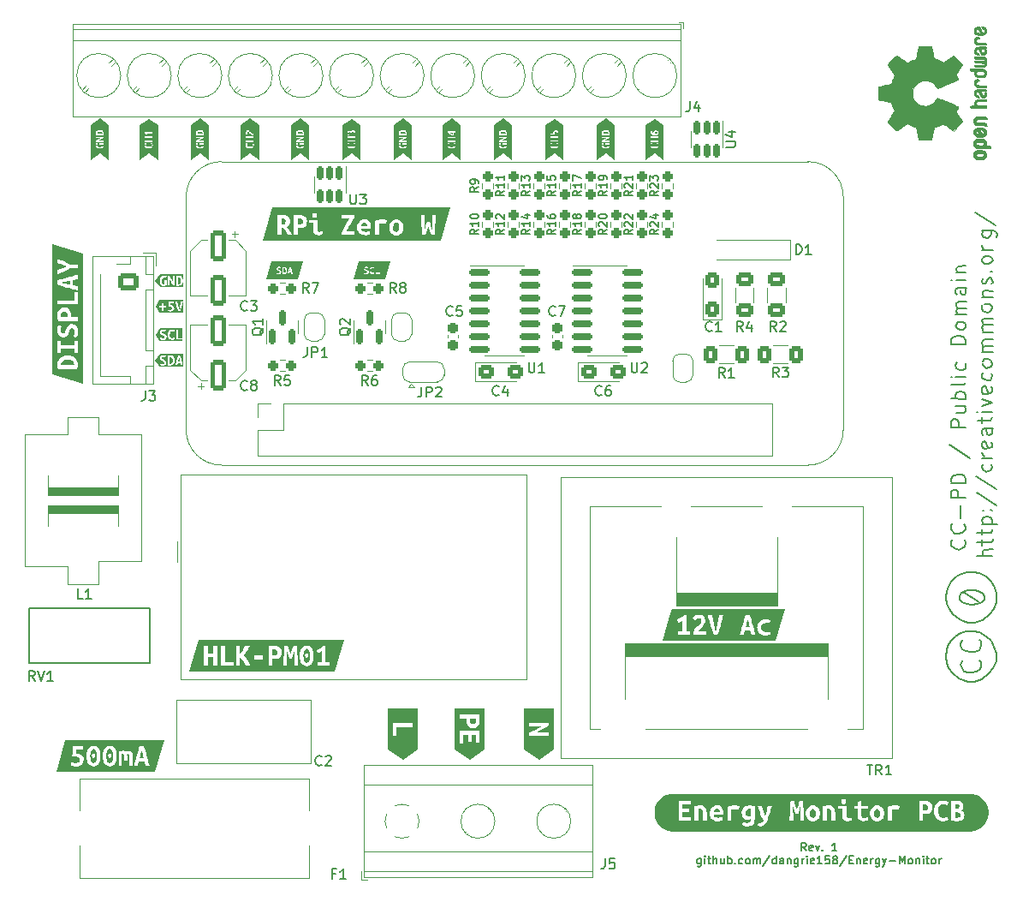
<source format=gto>
G04 #@! TF.GenerationSoftware,KiCad,Pcbnew,(6.0.4-0)*
G04 #@! TF.CreationDate,2022-04-04T15:41:03+02:00*
G04 #@! TF.ProjectId,EnergyMonitor,456e6572-6779-44d6-9f6e-69746f722e6b,rev?*
G04 #@! TF.SameCoordinates,Original*
G04 #@! TF.FileFunction,Legend,Top*
G04 #@! TF.FilePolarity,Positive*
%FSLAX46Y46*%
G04 Gerber Fmt 4.6, Leading zero omitted, Abs format (unit mm)*
G04 Created by KiCad (PCBNEW (6.0.4-0)) date 2022-04-04 15:41:03*
%MOMM*%
%LPD*%
G01*
G04 APERTURE LIST*
G04 Aperture macros list*
%AMRoundRect*
0 Rectangle with rounded corners*
0 $1 Rounding radius*
0 $2 $3 $4 $5 $6 $7 $8 $9 X,Y pos of 4 corners*
0 Add a 4 corners polygon primitive as box body*
4,1,4,$2,$3,$4,$5,$6,$7,$8,$9,$2,$3,0*
0 Add four circle primitives for the rounded corners*
1,1,$1+$1,$2,$3*
1,1,$1+$1,$4,$5*
1,1,$1+$1,$6,$7*
1,1,$1+$1,$8,$9*
0 Add four rect primitives between the rounded corners*
20,1,$1+$1,$2,$3,$4,$5,0*
20,1,$1+$1,$4,$5,$6,$7,0*
20,1,$1+$1,$6,$7,$8,$9,0*
20,1,$1+$1,$8,$9,$2,$3,0*%
%AMOutline5P*
0 Free polygon, 5 corners , with rotation*
0 The origin of the aperture is its center*
0 number of corners: always 5*
0 $1 to $10 corner X, Y*
0 $11 Rotation angle, in degrees counterclockwise*
0 create outline with 5 corners*
4,1,5,$1,$2,$3,$4,$5,$6,$7,$8,$9,$10,$1,$2,$11*%
%AMOutline6P*
0 Free polygon, 6 corners , with rotation*
0 The origin of the aperture is its center*
0 number of corners: always 6*
0 $1 to $12 corner X, Y*
0 $13 Rotation angle, in degrees counterclockwise*
0 create outline with 6 corners*
4,1,6,$1,$2,$3,$4,$5,$6,$7,$8,$9,$10,$11,$12,$1,$2,$13*%
%AMOutline7P*
0 Free polygon, 7 corners , with rotation*
0 The origin of the aperture is its center*
0 number of corners: always 7*
0 $1 to $14 corner X, Y*
0 $15 Rotation angle, in degrees counterclockwise*
0 create outline with 7 corners*
4,1,7,$1,$2,$3,$4,$5,$6,$7,$8,$9,$10,$11,$12,$13,$14,$1,$2,$15*%
%AMOutline8P*
0 Free polygon, 8 corners , with rotation*
0 The origin of the aperture is its center*
0 number of corners: always 8*
0 $1 to $16 corner X, Y*
0 $17 Rotation angle, in degrees counterclockwise*
0 create outline with 8 corners*
4,1,8,$1,$2,$3,$4,$5,$6,$7,$8,$9,$10,$11,$12,$13,$14,$15,$16,$1,$2,$17*%
%AMFreePoly0*
4,1,22,0.500000,-0.750000,0.000000,-0.750000,0.000000,-0.745033,-0.079941,-0.743568,-0.215256,-0.701293,-0.333266,-0.622738,-0.424486,-0.514219,-0.481581,-0.384460,-0.499164,-0.250000,-0.500000,-0.250000,-0.500000,0.250000,-0.499164,0.250000,-0.499963,0.256109,-0.478152,0.396186,-0.417904,0.524511,-0.324060,0.630769,-0.204165,0.706417,-0.067858,0.745374,0.000000,0.744959,0.000000,0.750000,
0.500000,0.750000,0.500000,-0.750000,0.500000,-0.750000,$1*%
%AMFreePoly1*
4,1,20,0.000000,0.744959,0.073905,0.744508,0.209726,0.703889,0.328688,0.626782,0.421226,0.519385,0.479903,0.390333,0.500000,0.250000,0.500000,-0.250000,0.499851,-0.262216,0.476331,-0.402017,0.414519,-0.529596,0.319384,-0.634700,0.198574,-0.708877,0.061801,-0.746166,0.000000,-0.745033,0.000000,-0.750000,-0.500000,-0.750000,-0.500000,0.750000,0.000000,0.750000,0.000000,0.744959,
0.000000,0.744959,$1*%
%AMFreePoly2*
4,1,22,0.550000,-0.750000,0.000000,-0.750000,0.000000,-0.745033,-0.079941,-0.743568,-0.215256,-0.701293,-0.333266,-0.622738,-0.424486,-0.514219,-0.481581,-0.384460,-0.499164,-0.250000,-0.500000,-0.250000,-0.500000,0.250000,-0.499164,0.250000,-0.499963,0.256109,-0.478152,0.396186,-0.417904,0.524511,-0.324060,0.630769,-0.204165,0.706417,-0.067858,0.745374,0.000000,0.744959,0.000000,0.750000,
0.550000,0.750000,0.550000,-0.750000,0.550000,-0.750000,$1*%
%AMFreePoly3*
4,1,20,0.000000,0.744959,0.073905,0.744508,0.209726,0.703889,0.328688,0.626782,0.421226,0.519385,0.479903,0.390333,0.500000,0.250000,0.500000,-0.250000,0.499851,-0.262216,0.476331,-0.402017,0.414519,-0.529596,0.319384,-0.634700,0.198574,-0.708877,0.061801,-0.746166,0.000000,-0.745033,0.000000,-0.750000,-0.550000,-0.750000,-0.550000,0.750000,0.000000,0.750000,0.000000,0.744959,
0.000000,0.744959,$1*%
G04 Aperture macros list end*
%ADD10C,0.200000*%
%ADD11C,0.150000*%
%ADD12C,0.120000*%
%ADD13C,0.010000*%
%ADD14RoundRect,0.150000X-0.825000X-0.150000X0.825000X-0.150000X0.825000X0.150000X-0.825000X0.150000X0*%
%ADD15RoundRect,0.237500X-0.237500X0.250000X-0.237500X-0.250000X0.237500X-0.250000X0.237500X0.250000X0*%
%ADD16C,2.700000*%
%ADD17RoundRect,0.237500X0.237500X-0.250000X0.237500X0.250000X-0.237500X0.250000X-0.237500X-0.250000X0*%
%ADD18RoundRect,0.250000X-0.400000X-0.625000X0.400000X-0.625000X0.400000X0.625000X-0.400000X0.625000X0*%
%ADD19RoundRect,0.237500X0.237500X-0.300000X0.237500X0.300000X-0.237500X0.300000X-0.237500X-0.300000X0*%
%ADD20RoundRect,0.237500X-0.250000X-0.237500X0.250000X-0.237500X0.250000X0.237500X-0.250000X0.237500X0*%
%ADD21RoundRect,0.250000X0.400000X0.625000X-0.400000X0.625000X-0.400000X-0.625000X0.400000X-0.625000X0*%
%ADD22C,2.000000*%
%ADD23C,1.200000*%
%ADD24RoundRect,0.250000X-0.725000X0.600000X-0.725000X-0.600000X0.725000X-0.600000X0.725000X0.600000X0*%
%ADD25O,1.950000X1.700000*%
%ADD26RoundRect,0.150000X0.150000X-0.587500X0.150000X0.587500X-0.150000X0.587500X-0.150000X-0.587500X0*%
%ADD27C,1.800000*%
%ADD28RoundRect,0.250000X0.625000X-0.400000X0.625000X0.400000X-0.625000X0.400000X-0.625000X-0.400000X0*%
%ADD29C,2.600000*%
%ADD30R,2.600000X2.600000*%
%ADD31RoundRect,0.250000X0.550000X-1.250000X0.550000X1.250000X-0.550000X1.250000X-0.550000X-1.250000X0*%
%ADD32RoundRect,0.150000X-0.150000X0.512500X-0.150000X-0.512500X0.150000X-0.512500X0.150000X0.512500X0*%
%ADD33RoundRect,0.250000X-0.537500X-0.425000X0.537500X-0.425000X0.537500X0.425000X-0.537500X0.425000X0*%
%ADD34FreePoly0,90.000000*%
%ADD35FreePoly1,90.000000*%
%ADD36C,3.000000*%
%ADD37R,3.300000X1.700000*%
%ADD38FreePoly2,0.000000*%
%ADD39R,1.000000X1.500000*%
%ADD40FreePoly3,0.000000*%
%ADD41C,6.200000*%
%ADD42R,1.700000X1.700000*%
%ADD43O,1.700000X1.700000*%
%ADD44R,2.300000X2.000000*%
%ADD45C,2.300000*%
%ADD46RoundRect,0.250000X0.425000X-0.537500X0.425000X0.537500X-0.425000X0.537500X-0.425000X-0.537500X0*%
%ADD47RoundRect,0.250000X-0.625000X0.400000X-0.625000X-0.400000X0.625000X-0.400000X0.625000X0.400000X0*%
%ADD48RoundRect,0.250000X-0.550000X1.250000X-0.550000X-1.250000X0.550000X-1.250000X0.550000X1.250000X0*%
%ADD49Outline5P,-1.500000X1.500000X1.500000X1.500000X1.500000X-1.500000X-0.900000X-1.500000X-1.500000X-0.900000X90.000000*%
%ADD50Outline5P,-1.500000X0.900000X-0.900000X1.500000X1.500000X1.500000X1.500000X-1.500000X-1.500000X-1.500000X90.000000*%
%ADD51O,2.000000X3.000000*%
G04 APERTURE END LIST*
D10*
X178809809Y-130527904D02*
X178543142Y-130146952D01*
X178352666Y-130527904D02*
X178352666Y-129727904D01*
X178657428Y-129727904D01*
X178733619Y-129766000D01*
X178771714Y-129804095D01*
X178809809Y-129880285D01*
X178809809Y-129994571D01*
X178771714Y-130070761D01*
X178733619Y-130108857D01*
X178657428Y-130146952D01*
X178352666Y-130146952D01*
X179457428Y-130489809D02*
X179381238Y-130527904D01*
X179228857Y-130527904D01*
X179152666Y-130489809D01*
X179114571Y-130413619D01*
X179114571Y-130108857D01*
X179152666Y-130032666D01*
X179228857Y-129994571D01*
X179381238Y-129994571D01*
X179457428Y-130032666D01*
X179495523Y-130108857D01*
X179495523Y-130185047D01*
X179114571Y-130261238D01*
X179762190Y-129994571D02*
X179952666Y-130527904D01*
X180143142Y-129994571D01*
X180447904Y-130451714D02*
X180486000Y-130489809D01*
X180447904Y-130527904D01*
X180409809Y-130489809D01*
X180447904Y-130451714D01*
X180447904Y-130527904D01*
X181857428Y-130527904D02*
X181400285Y-130527904D01*
X181628857Y-130527904D02*
X181628857Y-129727904D01*
X181552666Y-129842190D01*
X181476476Y-129918380D01*
X181400285Y-129956476D01*
X168428857Y-131282571D02*
X168428857Y-131930190D01*
X168390761Y-132006380D01*
X168352666Y-132044476D01*
X168276476Y-132082571D01*
X168162190Y-132082571D01*
X168086000Y-132044476D01*
X168428857Y-131777809D02*
X168352666Y-131815904D01*
X168200285Y-131815904D01*
X168124095Y-131777809D01*
X168086000Y-131739714D01*
X168047904Y-131663523D01*
X168047904Y-131434952D01*
X168086000Y-131358761D01*
X168124095Y-131320666D01*
X168200285Y-131282571D01*
X168352666Y-131282571D01*
X168428857Y-131320666D01*
X168809809Y-131815904D02*
X168809809Y-131282571D01*
X168809809Y-131015904D02*
X168771714Y-131054000D01*
X168809809Y-131092095D01*
X168847904Y-131054000D01*
X168809809Y-131015904D01*
X168809809Y-131092095D01*
X169076476Y-131282571D02*
X169381238Y-131282571D01*
X169190761Y-131015904D02*
X169190761Y-131701619D01*
X169228857Y-131777809D01*
X169305047Y-131815904D01*
X169381238Y-131815904D01*
X169647904Y-131815904D02*
X169647904Y-131015904D01*
X169990761Y-131815904D02*
X169990761Y-131396857D01*
X169952666Y-131320666D01*
X169876476Y-131282571D01*
X169762190Y-131282571D01*
X169686000Y-131320666D01*
X169647904Y-131358761D01*
X170714571Y-131282571D02*
X170714571Y-131815904D01*
X170371714Y-131282571D02*
X170371714Y-131701619D01*
X170409809Y-131777809D01*
X170486000Y-131815904D01*
X170600285Y-131815904D01*
X170676476Y-131777809D01*
X170714571Y-131739714D01*
X171095523Y-131815904D02*
X171095523Y-131015904D01*
X171095523Y-131320666D02*
X171171714Y-131282571D01*
X171324095Y-131282571D01*
X171400285Y-131320666D01*
X171438380Y-131358761D01*
X171476476Y-131434952D01*
X171476476Y-131663523D01*
X171438380Y-131739714D01*
X171400285Y-131777809D01*
X171324095Y-131815904D01*
X171171714Y-131815904D01*
X171095523Y-131777809D01*
X171819333Y-131739714D02*
X171857428Y-131777809D01*
X171819333Y-131815904D01*
X171781238Y-131777809D01*
X171819333Y-131739714D01*
X171819333Y-131815904D01*
X172543142Y-131777809D02*
X172466952Y-131815904D01*
X172314571Y-131815904D01*
X172238380Y-131777809D01*
X172200285Y-131739714D01*
X172162190Y-131663523D01*
X172162190Y-131434952D01*
X172200285Y-131358761D01*
X172238380Y-131320666D01*
X172314571Y-131282571D01*
X172466952Y-131282571D01*
X172543142Y-131320666D01*
X173000285Y-131815904D02*
X172924095Y-131777809D01*
X172886000Y-131739714D01*
X172847904Y-131663523D01*
X172847904Y-131434952D01*
X172886000Y-131358761D01*
X172924095Y-131320666D01*
X173000285Y-131282571D01*
X173114571Y-131282571D01*
X173190761Y-131320666D01*
X173228857Y-131358761D01*
X173266952Y-131434952D01*
X173266952Y-131663523D01*
X173228857Y-131739714D01*
X173190761Y-131777809D01*
X173114571Y-131815904D01*
X173000285Y-131815904D01*
X173609809Y-131815904D02*
X173609809Y-131282571D01*
X173609809Y-131358761D02*
X173647904Y-131320666D01*
X173724095Y-131282571D01*
X173838380Y-131282571D01*
X173914571Y-131320666D01*
X173952666Y-131396857D01*
X173952666Y-131815904D01*
X173952666Y-131396857D02*
X173990761Y-131320666D01*
X174066952Y-131282571D01*
X174181238Y-131282571D01*
X174257428Y-131320666D01*
X174295523Y-131396857D01*
X174295523Y-131815904D01*
X175247904Y-130977809D02*
X174562190Y-132006380D01*
X175857428Y-131815904D02*
X175857428Y-131015904D01*
X175857428Y-131777809D02*
X175781238Y-131815904D01*
X175628857Y-131815904D01*
X175552666Y-131777809D01*
X175514571Y-131739714D01*
X175476476Y-131663523D01*
X175476476Y-131434952D01*
X175514571Y-131358761D01*
X175552666Y-131320666D01*
X175628857Y-131282571D01*
X175781238Y-131282571D01*
X175857428Y-131320666D01*
X176581238Y-131815904D02*
X176581238Y-131396857D01*
X176543142Y-131320666D01*
X176466952Y-131282571D01*
X176314571Y-131282571D01*
X176238380Y-131320666D01*
X176581238Y-131777809D02*
X176505047Y-131815904D01*
X176314571Y-131815904D01*
X176238380Y-131777809D01*
X176200285Y-131701619D01*
X176200285Y-131625428D01*
X176238380Y-131549238D01*
X176314571Y-131511142D01*
X176505047Y-131511142D01*
X176581238Y-131473047D01*
X176962190Y-131282571D02*
X176962190Y-131815904D01*
X176962190Y-131358761D02*
X177000285Y-131320666D01*
X177076476Y-131282571D01*
X177190761Y-131282571D01*
X177266952Y-131320666D01*
X177305047Y-131396857D01*
X177305047Y-131815904D01*
X178028857Y-131282571D02*
X178028857Y-131930190D01*
X177990761Y-132006380D01*
X177952666Y-132044476D01*
X177876476Y-132082571D01*
X177762190Y-132082571D01*
X177686000Y-132044476D01*
X178028857Y-131777809D02*
X177952666Y-131815904D01*
X177800285Y-131815904D01*
X177724095Y-131777809D01*
X177686000Y-131739714D01*
X177647904Y-131663523D01*
X177647904Y-131434952D01*
X177686000Y-131358761D01*
X177724095Y-131320666D01*
X177800285Y-131282571D01*
X177952666Y-131282571D01*
X178028857Y-131320666D01*
X178409809Y-131815904D02*
X178409809Y-131282571D01*
X178409809Y-131434952D02*
X178447904Y-131358761D01*
X178486000Y-131320666D01*
X178562190Y-131282571D01*
X178638380Y-131282571D01*
X178905047Y-131815904D02*
X178905047Y-131282571D01*
X178905047Y-131015904D02*
X178866952Y-131054000D01*
X178905047Y-131092095D01*
X178943142Y-131054000D01*
X178905047Y-131015904D01*
X178905047Y-131092095D01*
X179590761Y-131777809D02*
X179514571Y-131815904D01*
X179362190Y-131815904D01*
X179286000Y-131777809D01*
X179247904Y-131701619D01*
X179247904Y-131396857D01*
X179286000Y-131320666D01*
X179362190Y-131282571D01*
X179514571Y-131282571D01*
X179590761Y-131320666D01*
X179628857Y-131396857D01*
X179628857Y-131473047D01*
X179247904Y-131549238D01*
X180390761Y-131815904D02*
X179933619Y-131815904D01*
X180162190Y-131815904D02*
X180162190Y-131015904D01*
X180086000Y-131130190D01*
X180009809Y-131206380D01*
X179933619Y-131244476D01*
X181114571Y-131015904D02*
X180733619Y-131015904D01*
X180695523Y-131396857D01*
X180733619Y-131358761D01*
X180809809Y-131320666D01*
X181000285Y-131320666D01*
X181076476Y-131358761D01*
X181114571Y-131396857D01*
X181152666Y-131473047D01*
X181152666Y-131663523D01*
X181114571Y-131739714D01*
X181076476Y-131777809D01*
X181000285Y-131815904D01*
X180809809Y-131815904D01*
X180733619Y-131777809D01*
X180695523Y-131739714D01*
X181609809Y-131358761D02*
X181533619Y-131320666D01*
X181495523Y-131282571D01*
X181457428Y-131206380D01*
X181457428Y-131168285D01*
X181495523Y-131092095D01*
X181533619Y-131054000D01*
X181609809Y-131015904D01*
X181762190Y-131015904D01*
X181838380Y-131054000D01*
X181876476Y-131092095D01*
X181914571Y-131168285D01*
X181914571Y-131206380D01*
X181876476Y-131282571D01*
X181838380Y-131320666D01*
X181762190Y-131358761D01*
X181609809Y-131358761D01*
X181533619Y-131396857D01*
X181495523Y-131434952D01*
X181457428Y-131511142D01*
X181457428Y-131663523D01*
X181495523Y-131739714D01*
X181533619Y-131777809D01*
X181609809Y-131815904D01*
X181762190Y-131815904D01*
X181838380Y-131777809D01*
X181876476Y-131739714D01*
X181914571Y-131663523D01*
X181914571Y-131511142D01*
X181876476Y-131434952D01*
X181838380Y-131396857D01*
X181762190Y-131358761D01*
X182828857Y-130977809D02*
X182143142Y-132006380D01*
X183095523Y-131396857D02*
X183362190Y-131396857D01*
X183476476Y-131815904D02*
X183095523Y-131815904D01*
X183095523Y-131015904D01*
X183476476Y-131015904D01*
X183819333Y-131282571D02*
X183819333Y-131815904D01*
X183819333Y-131358761D02*
X183857428Y-131320666D01*
X183933619Y-131282571D01*
X184047904Y-131282571D01*
X184124095Y-131320666D01*
X184162190Y-131396857D01*
X184162190Y-131815904D01*
X184847904Y-131777809D02*
X184771714Y-131815904D01*
X184619333Y-131815904D01*
X184543142Y-131777809D01*
X184505047Y-131701619D01*
X184505047Y-131396857D01*
X184543142Y-131320666D01*
X184619333Y-131282571D01*
X184771714Y-131282571D01*
X184847904Y-131320666D01*
X184886000Y-131396857D01*
X184886000Y-131473047D01*
X184505047Y-131549238D01*
X185228857Y-131815904D02*
X185228857Y-131282571D01*
X185228857Y-131434952D02*
X185266952Y-131358761D01*
X185305047Y-131320666D01*
X185381238Y-131282571D01*
X185457428Y-131282571D01*
X186066952Y-131282571D02*
X186066952Y-131930190D01*
X186028857Y-132006380D01*
X185990761Y-132044476D01*
X185914571Y-132082571D01*
X185800285Y-132082571D01*
X185724095Y-132044476D01*
X186066952Y-131777809D02*
X185990761Y-131815904D01*
X185838380Y-131815904D01*
X185762190Y-131777809D01*
X185724095Y-131739714D01*
X185686000Y-131663523D01*
X185686000Y-131434952D01*
X185724095Y-131358761D01*
X185762190Y-131320666D01*
X185838380Y-131282571D01*
X185990761Y-131282571D01*
X186066952Y-131320666D01*
X186371714Y-131282571D02*
X186562190Y-131815904D01*
X186752666Y-131282571D02*
X186562190Y-131815904D01*
X186486000Y-132006380D01*
X186447904Y-132044476D01*
X186371714Y-132082571D01*
X187057428Y-131511142D02*
X187666952Y-131511142D01*
X188047904Y-131815904D02*
X188047904Y-131015904D01*
X188314571Y-131587333D01*
X188581238Y-131015904D01*
X188581238Y-131815904D01*
X189076476Y-131815904D02*
X189000285Y-131777809D01*
X188962190Y-131739714D01*
X188924095Y-131663523D01*
X188924095Y-131434952D01*
X188962190Y-131358761D01*
X189000285Y-131320666D01*
X189076476Y-131282571D01*
X189190761Y-131282571D01*
X189266952Y-131320666D01*
X189305047Y-131358761D01*
X189343142Y-131434952D01*
X189343142Y-131663523D01*
X189305047Y-131739714D01*
X189266952Y-131777809D01*
X189190761Y-131815904D01*
X189076476Y-131815904D01*
X189686000Y-131282571D02*
X189686000Y-131815904D01*
X189686000Y-131358761D02*
X189724095Y-131320666D01*
X189800285Y-131282571D01*
X189914571Y-131282571D01*
X189990761Y-131320666D01*
X190028857Y-131396857D01*
X190028857Y-131815904D01*
X190409809Y-131815904D02*
X190409809Y-131282571D01*
X190409809Y-131015904D02*
X190371714Y-131054000D01*
X190409809Y-131092095D01*
X190447904Y-131054000D01*
X190409809Y-131015904D01*
X190409809Y-131092095D01*
X190676476Y-131282571D02*
X190981238Y-131282571D01*
X190790761Y-131015904D02*
X190790761Y-131701619D01*
X190828857Y-131777809D01*
X190905047Y-131815904D01*
X190981238Y-131815904D01*
X191362190Y-131815904D02*
X191286000Y-131777809D01*
X191247904Y-131739714D01*
X191209809Y-131663523D01*
X191209809Y-131434952D01*
X191247904Y-131358761D01*
X191286000Y-131320666D01*
X191362190Y-131282571D01*
X191476476Y-131282571D01*
X191552666Y-131320666D01*
X191590761Y-131358761D01*
X191628857Y-131434952D01*
X191628857Y-131663523D01*
X191590761Y-131739714D01*
X191552666Y-131777809D01*
X191476476Y-131815904D01*
X191362190Y-131815904D01*
X191971714Y-131815904D02*
X191971714Y-131282571D01*
X191971714Y-131434952D02*
X192009809Y-131358761D01*
X192047904Y-131320666D01*
X192124095Y-131282571D01*
X192200285Y-131282571D01*
D11*
X151384095Y-82256380D02*
X151384095Y-83065904D01*
X151431714Y-83161142D01*
X151479333Y-83208761D01*
X151574571Y-83256380D01*
X151765047Y-83256380D01*
X151860285Y-83208761D01*
X151907904Y-83161142D01*
X151955523Y-83065904D01*
X151955523Y-82256380D01*
X152955523Y-83256380D02*
X152384095Y-83256380D01*
X152669809Y-83256380D02*
X152669809Y-82256380D01*
X152574571Y-82399238D01*
X152479333Y-82494476D01*
X152384095Y-82542095D01*
X156571904Y-69094285D02*
X156190952Y-69360952D01*
X156571904Y-69551428D02*
X155771904Y-69551428D01*
X155771904Y-69246666D01*
X155810000Y-69170476D01*
X155848095Y-69132380D01*
X155924285Y-69094285D01*
X156038571Y-69094285D01*
X156114761Y-69132380D01*
X156152857Y-69170476D01*
X156190952Y-69246666D01*
X156190952Y-69551428D01*
X156571904Y-68332380D02*
X156571904Y-68789523D01*
X156571904Y-68560952D02*
X155771904Y-68560952D01*
X155886190Y-68637142D01*
X155962380Y-68713333D01*
X156000476Y-68789523D01*
X156114761Y-67875238D02*
X156076666Y-67951428D01*
X156038571Y-67989523D01*
X155962380Y-68027619D01*
X155924285Y-68027619D01*
X155848095Y-67989523D01*
X155810000Y-67951428D01*
X155771904Y-67875238D01*
X155771904Y-67722857D01*
X155810000Y-67646666D01*
X155848095Y-67608571D01*
X155924285Y-67570476D01*
X155962380Y-67570476D01*
X156038571Y-67608571D01*
X156076666Y-67646666D01*
X156114761Y-67722857D01*
X156114761Y-67875238D01*
X156152857Y-67951428D01*
X156190952Y-67989523D01*
X156267142Y-68027619D01*
X156419523Y-68027619D01*
X156495714Y-67989523D01*
X156533809Y-67951428D01*
X156571904Y-67875238D01*
X156571904Y-67722857D01*
X156533809Y-67646666D01*
X156495714Y-67608571D01*
X156419523Y-67570476D01*
X156267142Y-67570476D01*
X156190952Y-67608571D01*
X156152857Y-67646666D01*
X156114761Y-67722857D01*
X156571904Y-65284285D02*
X156190952Y-65550952D01*
X156571904Y-65741428D02*
X155771904Y-65741428D01*
X155771904Y-65436666D01*
X155810000Y-65360476D01*
X155848095Y-65322380D01*
X155924285Y-65284285D01*
X156038571Y-65284285D01*
X156114761Y-65322380D01*
X156152857Y-65360476D01*
X156190952Y-65436666D01*
X156190952Y-65741428D01*
X156571904Y-64522380D02*
X156571904Y-64979523D01*
X156571904Y-64750952D02*
X155771904Y-64750952D01*
X155886190Y-64827142D01*
X155962380Y-64903333D01*
X156000476Y-64979523D01*
X155771904Y-64255714D02*
X155771904Y-63722380D01*
X156571904Y-64065238D01*
X170775333Y-83764380D02*
X170442000Y-83288190D01*
X170203904Y-83764380D02*
X170203904Y-82764380D01*
X170584857Y-82764380D01*
X170680095Y-82812000D01*
X170727714Y-82859619D01*
X170775333Y-82954857D01*
X170775333Y-83097714D01*
X170727714Y-83192952D01*
X170680095Y-83240571D01*
X170584857Y-83288190D01*
X170203904Y-83288190D01*
X171727714Y-83764380D02*
X171156285Y-83764380D01*
X171442000Y-83764380D02*
X171442000Y-82764380D01*
X171346761Y-82907238D01*
X171251523Y-83002476D01*
X171156285Y-83050095D01*
X154011333Y-77573142D02*
X153963714Y-77620761D01*
X153820857Y-77668380D01*
X153725619Y-77668380D01*
X153582761Y-77620761D01*
X153487523Y-77525523D01*
X153439904Y-77430285D01*
X153392285Y-77239809D01*
X153392285Y-77096952D01*
X153439904Y-76906476D01*
X153487523Y-76811238D01*
X153582761Y-76716000D01*
X153725619Y-76668380D01*
X153820857Y-76668380D01*
X153963714Y-76716000D01*
X154011333Y-76763619D01*
X154344666Y-76668380D02*
X155011333Y-76668380D01*
X154582761Y-77668380D01*
X129627333Y-75382380D02*
X129294000Y-74906190D01*
X129055904Y-75382380D02*
X129055904Y-74382380D01*
X129436857Y-74382380D01*
X129532095Y-74430000D01*
X129579714Y-74477619D01*
X129627333Y-74572857D01*
X129627333Y-74715714D01*
X129579714Y-74810952D01*
X129532095Y-74858571D01*
X129436857Y-74906190D01*
X129055904Y-74906190D01*
X129960666Y-74382380D02*
X130627333Y-74382380D01*
X130198761Y-75382380D01*
X148951904Y-65284285D02*
X148570952Y-65550952D01*
X148951904Y-65741428D02*
X148151904Y-65741428D01*
X148151904Y-65436666D01*
X148190000Y-65360476D01*
X148228095Y-65322380D01*
X148304285Y-65284285D01*
X148418571Y-65284285D01*
X148494761Y-65322380D01*
X148532857Y-65360476D01*
X148570952Y-65436666D01*
X148570952Y-65741428D01*
X148951904Y-64522380D02*
X148951904Y-64979523D01*
X148951904Y-64750952D02*
X148151904Y-64750952D01*
X148266190Y-64827142D01*
X148342380Y-64903333D01*
X148380476Y-64979523D01*
X148951904Y-63760476D02*
X148951904Y-64217619D01*
X148951904Y-63989047D02*
X148151904Y-63989047D01*
X148266190Y-64065238D01*
X148342380Y-64141428D01*
X148380476Y-64217619D01*
X151491904Y-69094285D02*
X151110952Y-69360952D01*
X151491904Y-69551428D02*
X150691904Y-69551428D01*
X150691904Y-69246666D01*
X150730000Y-69170476D01*
X150768095Y-69132380D01*
X150844285Y-69094285D01*
X150958571Y-69094285D01*
X151034761Y-69132380D01*
X151072857Y-69170476D01*
X151110952Y-69246666D01*
X151110952Y-69551428D01*
X151491904Y-68332380D02*
X151491904Y-68789523D01*
X151491904Y-68560952D02*
X150691904Y-68560952D01*
X150806190Y-68637142D01*
X150882380Y-68713333D01*
X150920476Y-68789523D01*
X150958571Y-67646666D02*
X151491904Y-67646666D01*
X150653809Y-67837142D02*
X151225238Y-68027619D01*
X151225238Y-67532380D01*
X176109333Y-83717380D02*
X175776000Y-83241190D01*
X175537904Y-83717380D02*
X175537904Y-82717380D01*
X175918857Y-82717380D01*
X176014095Y-82765000D01*
X176061714Y-82812619D01*
X176109333Y-82907857D01*
X176109333Y-83050714D01*
X176061714Y-83145952D01*
X176014095Y-83193571D01*
X175918857Y-83241190D01*
X175537904Y-83241190D01*
X176442666Y-82717380D02*
X177061714Y-82717380D01*
X176728380Y-83098333D01*
X176871238Y-83098333D01*
X176966476Y-83145952D01*
X177014095Y-83193571D01*
X177061714Y-83288809D01*
X177061714Y-83526904D01*
X177014095Y-83622142D01*
X176966476Y-83669761D01*
X176871238Y-83717380D01*
X176585523Y-83717380D01*
X176490285Y-83669761D01*
X176442666Y-83622142D01*
X107275333Y-105608380D02*
X106799142Y-105608380D01*
X106799142Y-104608380D01*
X108132476Y-105608380D02*
X107561047Y-105608380D01*
X107846761Y-105608380D02*
X107846761Y-104608380D01*
X107751523Y-104751238D01*
X107656285Y-104846476D01*
X107561047Y-104894095D01*
X113458666Y-85050380D02*
X113458666Y-85764666D01*
X113411047Y-85907523D01*
X113315809Y-86002761D01*
X113172952Y-86050380D01*
X113077714Y-86050380D01*
X113839619Y-85050380D02*
X114458666Y-85050380D01*
X114125333Y-85431333D01*
X114268190Y-85431333D01*
X114363428Y-85478952D01*
X114411047Y-85526571D01*
X114458666Y-85621809D01*
X114458666Y-85859904D01*
X114411047Y-85955142D01*
X114363428Y-86002761D01*
X114268190Y-86050380D01*
X113982476Y-86050380D01*
X113887238Y-86002761D01*
X113839619Y-85955142D01*
X146411904Y-64903333D02*
X146030952Y-65170000D01*
X146411904Y-65360476D02*
X145611904Y-65360476D01*
X145611904Y-65055714D01*
X145650000Y-64979523D01*
X145688095Y-64941428D01*
X145764285Y-64903333D01*
X145878571Y-64903333D01*
X145954761Y-64941428D01*
X145992857Y-64979523D01*
X146030952Y-65055714D01*
X146030952Y-65360476D01*
X146411904Y-64522380D02*
X146411904Y-64370000D01*
X146373809Y-64293809D01*
X146335714Y-64255714D01*
X146221428Y-64179523D01*
X146069047Y-64141428D01*
X145764285Y-64141428D01*
X145688095Y-64179523D01*
X145650000Y-64217619D01*
X145611904Y-64293809D01*
X145611904Y-64446190D01*
X145650000Y-64522380D01*
X145688095Y-64560476D01*
X145764285Y-64598571D01*
X145954761Y-64598571D01*
X146030952Y-64560476D01*
X146069047Y-64522380D01*
X146107142Y-64446190D01*
X146107142Y-64293809D01*
X146069047Y-64217619D01*
X146030952Y-64179523D01*
X145954761Y-64141428D01*
X126833333Y-84526380D02*
X126500000Y-84050190D01*
X126261904Y-84526380D02*
X126261904Y-83526380D01*
X126642857Y-83526380D01*
X126738095Y-83574000D01*
X126785714Y-83621619D01*
X126833333Y-83716857D01*
X126833333Y-83859714D01*
X126785714Y-83954952D01*
X126738095Y-84002571D01*
X126642857Y-84050190D01*
X126261904Y-84050190D01*
X127738095Y-83526380D02*
X127261904Y-83526380D01*
X127214285Y-84002571D01*
X127261904Y-83954952D01*
X127357142Y-83907333D01*
X127595238Y-83907333D01*
X127690476Y-83954952D01*
X127738095Y-84002571D01*
X127785714Y-84097809D01*
X127785714Y-84335904D01*
X127738095Y-84431142D01*
X127690476Y-84478761D01*
X127595238Y-84526380D01*
X127357142Y-84526380D01*
X127261904Y-84478761D01*
X127214285Y-84431142D01*
X133783619Y-78835238D02*
X133736000Y-78930476D01*
X133640761Y-79025714D01*
X133497904Y-79168571D01*
X133450285Y-79263809D01*
X133450285Y-79359047D01*
X133688380Y-79311428D02*
X133640761Y-79406666D01*
X133545523Y-79501904D01*
X133355047Y-79549523D01*
X133021714Y-79549523D01*
X132831238Y-79501904D01*
X132736000Y-79406666D01*
X132688380Y-79311428D01*
X132688380Y-79120952D01*
X132736000Y-79025714D01*
X132831238Y-78930476D01*
X133021714Y-78882857D01*
X133355047Y-78882857D01*
X133545523Y-78930476D01*
X133640761Y-79025714D01*
X133688380Y-79120952D01*
X133688380Y-79311428D01*
X132783619Y-78501904D02*
X132736000Y-78454285D01*
X132688380Y-78359047D01*
X132688380Y-78120952D01*
X132736000Y-78025714D01*
X132783619Y-77978095D01*
X132878857Y-77930476D01*
X132974095Y-77930476D01*
X133116952Y-77978095D01*
X133688380Y-78549523D01*
X133688380Y-77930476D01*
X102528761Y-113736380D02*
X102195428Y-113260190D01*
X101957333Y-113736380D02*
X101957333Y-112736380D01*
X102338285Y-112736380D01*
X102433523Y-112784000D01*
X102481142Y-112831619D01*
X102528761Y-112926857D01*
X102528761Y-113069714D01*
X102481142Y-113164952D01*
X102433523Y-113212571D01*
X102338285Y-113260190D01*
X101957333Y-113260190D01*
X102814476Y-112736380D02*
X103147809Y-113736380D01*
X103481142Y-112736380D01*
X104338285Y-113736380D02*
X103766857Y-113736380D01*
X104052571Y-113736380D02*
X104052571Y-112736380D01*
X103957333Y-112879238D01*
X103862095Y-112974476D01*
X103766857Y-113022095D01*
X172553333Y-79192380D02*
X172220000Y-78716190D01*
X171981904Y-79192380D02*
X171981904Y-78192380D01*
X172362857Y-78192380D01*
X172458095Y-78240000D01*
X172505714Y-78287619D01*
X172553333Y-78382857D01*
X172553333Y-78525714D01*
X172505714Y-78620952D01*
X172458095Y-78668571D01*
X172362857Y-78716190D01*
X171981904Y-78716190D01*
X173410476Y-78525714D02*
X173410476Y-79192380D01*
X173172380Y-78144761D02*
X172934285Y-78859047D01*
X173553333Y-78859047D01*
X148951904Y-69094285D02*
X148570952Y-69360952D01*
X148951904Y-69551428D02*
X148151904Y-69551428D01*
X148151904Y-69246666D01*
X148190000Y-69170476D01*
X148228095Y-69132380D01*
X148304285Y-69094285D01*
X148418571Y-69094285D01*
X148494761Y-69132380D01*
X148532857Y-69170476D01*
X148570952Y-69246666D01*
X148570952Y-69551428D01*
X148951904Y-68332380D02*
X148951904Y-68789523D01*
X148951904Y-68560952D02*
X148151904Y-68560952D01*
X148266190Y-68637142D01*
X148342380Y-68713333D01*
X148380476Y-68789523D01*
X148228095Y-68027619D02*
X148190000Y-67989523D01*
X148151904Y-67913333D01*
X148151904Y-67722857D01*
X148190000Y-67646666D01*
X148228095Y-67608571D01*
X148304285Y-67570476D01*
X148380476Y-67570476D01*
X148494761Y-67608571D01*
X148951904Y-68065714D01*
X148951904Y-67570476D01*
X158924666Y-131294380D02*
X158924666Y-132008666D01*
X158877047Y-132151523D01*
X158781809Y-132246761D01*
X158638952Y-132294380D01*
X158543714Y-132294380D01*
X159877047Y-131294380D02*
X159400857Y-131294380D01*
X159353238Y-131770571D01*
X159400857Y-131722952D01*
X159496095Y-131675333D01*
X159734190Y-131675333D01*
X159829428Y-131722952D01*
X159877047Y-131770571D01*
X159924666Y-131865809D01*
X159924666Y-132103904D01*
X159877047Y-132199142D01*
X159829428Y-132246761D01*
X159734190Y-132294380D01*
X159496095Y-132294380D01*
X159400857Y-132246761D01*
X159353238Y-132199142D01*
X151491904Y-65284285D02*
X151110952Y-65550952D01*
X151491904Y-65741428D02*
X150691904Y-65741428D01*
X150691904Y-65436666D01*
X150730000Y-65360476D01*
X150768095Y-65322380D01*
X150844285Y-65284285D01*
X150958571Y-65284285D01*
X151034761Y-65322380D01*
X151072857Y-65360476D01*
X151110952Y-65436666D01*
X151110952Y-65741428D01*
X151491904Y-64522380D02*
X151491904Y-64979523D01*
X151491904Y-64750952D02*
X150691904Y-64750952D01*
X150806190Y-64827142D01*
X150882380Y-64903333D01*
X150920476Y-64979523D01*
X150691904Y-64255714D02*
X150691904Y-63760476D01*
X150996666Y-64027142D01*
X150996666Y-63912857D01*
X151034761Y-63836666D01*
X151072857Y-63798571D01*
X151149047Y-63760476D01*
X151339523Y-63760476D01*
X151415714Y-63798571D01*
X151453809Y-63836666D01*
X151491904Y-63912857D01*
X151491904Y-64141428D01*
X151453809Y-64217619D01*
X151415714Y-64255714D01*
X167306666Y-56452380D02*
X167306666Y-57166666D01*
X167259047Y-57309523D01*
X167163809Y-57404761D01*
X167020952Y-57452380D01*
X166925714Y-57452380D01*
X168211428Y-56785714D02*
X168211428Y-57452380D01*
X167973333Y-56404761D02*
X167735238Y-57119047D01*
X168354285Y-57119047D01*
X123531333Y-84939142D02*
X123483714Y-84986761D01*
X123340857Y-85034380D01*
X123245619Y-85034380D01*
X123102761Y-84986761D01*
X123007523Y-84891523D01*
X122959904Y-84796285D01*
X122912285Y-84605809D01*
X122912285Y-84462952D01*
X122959904Y-84272476D01*
X123007523Y-84177238D01*
X123102761Y-84082000D01*
X123245619Y-84034380D01*
X123340857Y-84034380D01*
X123483714Y-84082000D01*
X123531333Y-84129619D01*
X124102761Y-84462952D02*
X124007523Y-84415333D01*
X123959904Y-84367714D01*
X123912285Y-84272476D01*
X123912285Y-84224857D01*
X123959904Y-84129619D01*
X124007523Y-84082000D01*
X124102761Y-84034380D01*
X124293238Y-84034380D01*
X124388476Y-84082000D01*
X124436095Y-84129619D01*
X124483714Y-84224857D01*
X124483714Y-84272476D01*
X124436095Y-84367714D01*
X124388476Y-84415333D01*
X124293238Y-84462952D01*
X124102761Y-84462952D01*
X124007523Y-84510571D01*
X123959904Y-84558190D01*
X123912285Y-84653428D01*
X123912285Y-84843904D01*
X123959904Y-84939142D01*
X124007523Y-84986761D01*
X124102761Y-85034380D01*
X124293238Y-85034380D01*
X124388476Y-84986761D01*
X124436095Y-84939142D01*
X124483714Y-84843904D01*
X124483714Y-84653428D01*
X124436095Y-84558190D01*
X124388476Y-84510571D01*
X124293238Y-84462952D01*
X133731095Y-65619380D02*
X133731095Y-66428904D01*
X133778714Y-66524142D01*
X133826333Y-66571761D01*
X133921571Y-66619380D01*
X134112047Y-66619380D01*
X134207285Y-66571761D01*
X134254904Y-66524142D01*
X134302523Y-66428904D01*
X134302523Y-65619380D01*
X134683476Y-65619380D02*
X135302523Y-65619380D01*
X134969190Y-66000333D01*
X135112047Y-66000333D01*
X135207285Y-66047952D01*
X135254904Y-66095571D01*
X135302523Y-66190809D01*
X135302523Y-66428904D01*
X135254904Y-66524142D01*
X135207285Y-66571761D01*
X135112047Y-66619380D01*
X134826333Y-66619380D01*
X134731095Y-66571761D01*
X134683476Y-66524142D01*
X146411904Y-69094285D02*
X146030952Y-69360952D01*
X146411904Y-69551428D02*
X145611904Y-69551428D01*
X145611904Y-69246666D01*
X145650000Y-69170476D01*
X145688095Y-69132380D01*
X145764285Y-69094285D01*
X145878571Y-69094285D01*
X145954761Y-69132380D01*
X145992857Y-69170476D01*
X146030952Y-69246666D01*
X146030952Y-69551428D01*
X146411904Y-68332380D02*
X146411904Y-68789523D01*
X146411904Y-68560952D02*
X145611904Y-68560952D01*
X145726190Y-68637142D01*
X145802380Y-68713333D01*
X145840476Y-68789523D01*
X145611904Y-67837142D02*
X145611904Y-67760952D01*
X145650000Y-67684761D01*
X145688095Y-67646666D01*
X145764285Y-67608571D01*
X145916666Y-67570476D01*
X146107142Y-67570476D01*
X146259523Y-67608571D01*
X146335714Y-67646666D01*
X146373809Y-67684761D01*
X146411904Y-67760952D01*
X146411904Y-67837142D01*
X146373809Y-67913333D01*
X146335714Y-67951428D01*
X146259523Y-67989523D01*
X146107142Y-68027619D01*
X145916666Y-68027619D01*
X145764285Y-67989523D01*
X145688095Y-67951428D01*
X145650000Y-67913333D01*
X145611904Y-67837142D01*
X154031904Y-65284285D02*
X153650952Y-65550952D01*
X154031904Y-65741428D02*
X153231904Y-65741428D01*
X153231904Y-65436666D01*
X153270000Y-65360476D01*
X153308095Y-65322380D01*
X153384285Y-65284285D01*
X153498571Y-65284285D01*
X153574761Y-65322380D01*
X153612857Y-65360476D01*
X153650952Y-65436666D01*
X153650952Y-65741428D01*
X154031904Y-64522380D02*
X154031904Y-64979523D01*
X154031904Y-64750952D02*
X153231904Y-64750952D01*
X153346190Y-64827142D01*
X153422380Y-64903333D01*
X153460476Y-64979523D01*
X153231904Y-63798571D02*
X153231904Y-64179523D01*
X153612857Y-64217619D01*
X153574761Y-64179523D01*
X153536666Y-64103333D01*
X153536666Y-63912857D01*
X153574761Y-63836666D01*
X153612857Y-63798571D01*
X153689047Y-63760476D01*
X153879523Y-63760476D01*
X153955714Y-63798571D01*
X153993809Y-63836666D01*
X154031904Y-63912857D01*
X154031904Y-64103333D01*
X153993809Y-64179523D01*
X153955714Y-64217619D01*
X154031904Y-69094285D02*
X153650952Y-69360952D01*
X154031904Y-69551428D02*
X153231904Y-69551428D01*
X153231904Y-69246666D01*
X153270000Y-69170476D01*
X153308095Y-69132380D01*
X153384285Y-69094285D01*
X153498571Y-69094285D01*
X153574761Y-69132380D01*
X153612857Y-69170476D01*
X153650952Y-69246666D01*
X153650952Y-69551428D01*
X154031904Y-68332380D02*
X154031904Y-68789523D01*
X154031904Y-68560952D02*
X153231904Y-68560952D01*
X153346190Y-68637142D01*
X153422380Y-68713333D01*
X153460476Y-68789523D01*
X153231904Y-67646666D02*
X153231904Y-67799047D01*
X153270000Y-67875238D01*
X153308095Y-67913333D01*
X153422380Y-67989523D01*
X153574761Y-68027619D01*
X153879523Y-68027619D01*
X153955714Y-67989523D01*
X153993809Y-67951428D01*
X154031904Y-67875238D01*
X154031904Y-67722857D01*
X153993809Y-67646666D01*
X153955714Y-67608571D01*
X153879523Y-67570476D01*
X153689047Y-67570476D01*
X153612857Y-67608571D01*
X153574761Y-67646666D01*
X153536666Y-67722857D01*
X153536666Y-67875238D01*
X153574761Y-67951428D01*
X153612857Y-67989523D01*
X153689047Y-68027619D01*
X158583333Y-85447142D02*
X158535714Y-85494761D01*
X158392857Y-85542380D01*
X158297619Y-85542380D01*
X158154761Y-85494761D01*
X158059523Y-85399523D01*
X158011904Y-85304285D01*
X157964285Y-85113809D01*
X157964285Y-84970952D01*
X158011904Y-84780476D01*
X158059523Y-84685238D01*
X158154761Y-84590000D01*
X158297619Y-84542380D01*
X158392857Y-84542380D01*
X158535714Y-84590000D01*
X158583333Y-84637619D01*
X159440476Y-84542380D02*
X159250000Y-84542380D01*
X159154761Y-84590000D01*
X159107142Y-84637619D01*
X159011904Y-84780476D01*
X158964285Y-84970952D01*
X158964285Y-85351904D01*
X159011904Y-85447142D01*
X159059523Y-85494761D01*
X159154761Y-85542380D01*
X159345238Y-85542380D01*
X159440476Y-85494761D01*
X159488095Y-85447142D01*
X159535714Y-85351904D01*
X159535714Y-85113809D01*
X159488095Y-85018571D01*
X159440476Y-84970952D01*
X159345238Y-84923333D01*
X159154761Y-84923333D01*
X159059523Y-84970952D01*
X159011904Y-85018571D01*
X158964285Y-85113809D01*
X129468666Y-80732380D02*
X129468666Y-81446666D01*
X129421047Y-81589523D01*
X129325809Y-81684761D01*
X129182952Y-81732380D01*
X129087714Y-81732380D01*
X129944857Y-81732380D02*
X129944857Y-80732380D01*
X130325809Y-80732380D01*
X130421047Y-80780000D01*
X130468666Y-80827619D01*
X130516285Y-80922857D01*
X130516285Y-81065714D01*
X130468666Y-81160952D01*
X130421047Y-81208571D01*
X130325809Y-81256190D01*
X129944857Y-81256190D01*
X131468666Y-81732380D02*
X130897238Y-81732380D01*
X131182952Y-81732380D02*
X131182952Y-80732380D01*
X131087714Y-80875238D01*
X130992476Y-80970476D01*
X130897238Y-81018095D01*
X132254666Y-132770571D02*
X131921333Y-132770571D01*
X131921333Y-133294380D02*
X131921333Y-132294380D01*
X132397523Y-132294380D01*
X133302285Y-133294380D02*
X132730857Y-133294380D01*
X133016571Y-133294380D02*
X133016571Y-132294380D01*
X132921333Y-132437238D01*
X132826095Y-132532476D01*
X132730857Y-132580095D01*
X125147619Y-78835238D02*
X125100000Y-78930476D01*
X125004761Y-79025714D01*
X124861904Y-79168571D01*
X124814285Y-79263809D01*
X124814285Y-79359047D01*
X125052380Y-79311428D02*
X125004761Y-79406666D01*
X124909523Y-79501904D01*
X124719047Y-79549523D01*
X124385714Y-79549523D01*
X124195238Y-79501904D01*
X124100000Y-79406666D01*
X124052380Y-79311428D01*
X124052380Y-79120952D01*
X124100000Y-79025714D01*
X124195238Y-78930476D01*
X124385714Y-78882857D01*
X124719047Y-78882857D01*
X124909523Y-78930476D01*
X125004761Y-79025714D01*
X125052380Y-79120952D01*
X125052380Y-79311428D01*
X125052380Y-77930476D02*
X125052380Y-78501904D01*
X125052380Y-78216190D02*
X124052380Y-78216190D01*
X124195238Y-78311428D01*
X124290476Y-78406666D01*
X124338095Y-78501904D01*
X159111904Y-65284285D02*
X158730952Y-65550952D01*
X159111904Y-65741428D02*
X158311904Y-65741428D01*
X158311904Y-65436666D01*
X158350000Y-65360476D01*
X158388095Y-65322380D01*
X158464285Y-65284285D01*
X158578571Y-65284285D01*
X158654761Y-65322380D01*
X158692857Y-65360476D01*
X158730952Y-65436666D01*
X158730952Y-65741428D01*
X159111904Y-64522380D02*
X159111904Y-64979523D01*
X159111904Y-64750952D02*
X158311904Y-64750952D01*
X158426190Y-64827142D01*
X158502380Y-64903333D01*
X158540476Y-64979523D01*
X159111904Y-64141428D02*
X159111904Y-63989047D01*
X159073809Y-63912857D01*
X159035714Y-63874761D01*
X158921428Y-63798571D01*
X158769047Y-63760476D01*
X158464285Y-63760476D01*
X158388095Y-63798571D01*
X158350000Y-63836666D01*
X158311904Y-63912857D01*
X158311904Y-64065238D01*
X158350000Y-64141428D01*
X158388095Y-64179523D01*
X158464285Y-64217619D01*
X158654761Y-64217619D01*
X158730952Y-64179523D01*
X158769047Y-64141428D01*
X158807142Y-64065238D01*
X158807142Y-63912857D01*
X158769047Y-63836666D01*
X158730952Y-63798571D01*
X158654761Y-63760476D01*
X161651904Y-69094285D02*
X161270952Y-69360952D01*
X161651904Y-69551428D02*
X160851904Y-69551428D01*
X160851904Y-69246666D01*
X160890000Y-69170476D01*
X160928095Y-69132380D01*
X161004285Y-69094285D01*
X161118571Y-69094285D01*
X161194761Y-69132380D01*
X161232857Y-69170476D01*
X161270952Y-69246666D01*
X161270952Y-69551428D01*
X160928095Y-68789523D02*
X160890000Y-68751428D01*
X160851904Y-68675238D01*
X160851904Y-68484761D01*
X160890000Y-68408571D01*
X160928095Y-68370476D01*
X161004285Y-68332380D01*
X161080476Y-68332380D01*
X161194761Y-68370476D01*
X161651904Y-68827619D01*
X161651904Y-68332380D01*
X160928095Y-68027619D02*
X160890000Y-67989523D01*
X160851904Y-67913333D01*
X160851904Y-67722857D01*
X160890000Y-67646666D01*
X160928095Y-67608571D01*
X161004285Y-67570476D01*
X161080476Y-67570476D01*
X161194761Y-67608571D01*
X161651904Y-68065714D01*
X161651904Y-67570476D01*
X177823904Y-71572380D02*
X177823904Y-70572380D01*
X178062000Y-70572380D01*
X178204857Y-70620000D01*
X178300095Y-70715238D01*
X178347714Y-70810476D01*
X178395333Y-71000952D01*
X178395333Y-71143809D01*
X178347714Y-71334285D01*
X178300095Y-71429523D01*
X178204857Y-71524761D01*
X178062000Y-71572380D01*
X177823904Y-71572380D01*
X179347714Y-71572380D02*
X178776285Y-71572380D01*
X179062000Y-71572380D02*
X179062000Y-70572380D01*
X178966761Y-70715238D01*
X178871523Y-70810476D01*
X178776285Y-70858095D01*
X161544095Y-82256380D02*
X161544095Y-83065904D01*
X161591714Y-83161142D01*
X161639333Y-83208761D01*
X161734571Y-83256380D01*
X161925047Y-83256380D01*
X162020285Y-83208761D01*
X162067904Y-83161142D01*
X162115523Y-83065904D01*
X162115523Y-82256380D01*
X162544095Y-82351619D02*
X162591714Y-82304000D01*
X162686952Y-82256380D01*
X162925047Y-82256380D01*
X163020285Y-82304000D01*
X163067904Y-82351619D01*
X163115523Y-82446857D01*
X163115523Y-82542095D01*
X163067904Y-82684952D01*
X162496476Y-83256380D01*
X163115523Y-83256380D01*
X170852380Y-60959904D02*
X171661904Y-60959904D01*
X171757142Y-60912285D01*
X171804761Y-60864666D01*
X171852380Y-60769428D01*
X171852380Y-60578952D01*
X171804761Y-60483714D01*
X171757142Y-60436095D01*
X171661904Y-60388476D01*
X170852380Y-60388476D01*
X171185714Y-59483714D02*
X171852380Y-59483714D01*
X170804761Y-59721809D02*
X171519047Y-59959904D01*
X171519047Y-59340857D01*
X140771666Y-84669380D02*
X140771666Y-85383666D01*
X140724047Y-85526523D01*
X140628809Y-85621761D01*
X140485952Y-85669380D01*
X140390714Y-85669380D01*
X141247857Y-85669380D02*
X141247857Y-84669380D01*
X141628809Y-84669380D01*
X141724047Y-84717000D01*
X141771666Y-84764619D01*
X141819285Y-84859857D01*
X141819285Y-85002714D01*
X141771666Y-85097952D01*
X141724047Y-85145571D01*
X141628809Y-85193190D01*
X141247857Y-85193190D01*
X142200238Y-84764619D02*
X142247857Y-84717000D01*
X142343095Y-84669380D01*
X142581190Y-84669380D01*
X142676428Y-84717000D01*
X142724047Y-84764619D01*
X142771666Y-84859857D01*
X142771666Y-84955095D01*
X142724047Y-85097952D01*
X142152619Y-85669380D01*
X142771666Y-85669380D01*
X143851333Y-77573142D02*
X143803714Y-77620761D01*
X143660857Y-77668380D01*
X143565619Y-77668380D01*
X143422761Y-77620761D01*
X143327523Y-77525523D01*
X143279904Y-77430285D01*
X143232285Y-77239809D01*
X143232285Y-77096952D01*
X143279904Y-76906476D01*
X143327523Y-76811238D01*
X143422761Y-76716000D01*
X143565619Y-76668380D01*
X143660857Y-76668380D01*
X143803714Y-76716000D01*
X143851333Y-76763619D01*
X144756095Y-76668380D02*
X144279904Y-76668380D01*
X144232285Y-77144571D01*
X144279904Y-77096952D01*
X144375142Y-77049333D01*
X144613238Y-77049333D01*
X144708476Y-77096952D01*
X144756095Y-77144571D01*
X144803714Y-77239809D01*
X144803714Y-77477904D01*
X144756095Y-77573142D01*
X144708476Y-77620761D01*
X144613238Y-77668380D01*
X144375142Y-77668380D01*
X144279904Y-77620761D01*
X144232285Y-77573142D01*
X148423333Y-85447142D02*
X148375714Y-85494761D01*
X148232857Y-85542380D01*
X148137619Y-85542380D01*
X147994761Y-85494761D01*
X147899523Y-85399523D01*
X147851904Y-85304285D01*
X147804285Y-85113809D01*
X147804285Y-84970952D01*
X147851904Y-84780476D01*
X147899523Y-84685238D01*
X147994761Y-84590000D01*
X148137619Y-84542380D01*
X148232857Y-84542380D01*
X148375714Y-84590000D01*
X148423333Y-84637619D01*
X149280476Y-84875714D02*
X149280476Y-85542380D01*
X149042380Y-84494761D02*
X148804285Y-85209047D01*
X149423333Y-85209047D01*
X169505333Y-79097142D02*
X169457714Y-79144761D01*
X169314857Y-79192380D01*
X169219619Y-79192380D01*
X169076761Y-79144761D01*
X168981523Y-79049523D01*
X168933904Y-78954285D01*
X168886285Y-78763809D01*
X168886285Y-78620952D01*
X168933904Y-78430476D01*
X168981523Y-78335238D01*
X169076761Y-78240000D01*
X169219619Y-78192380D01*
X169314857Y-78192380D01*
X169457714Y-78240000D01*
X169505333Y-78287619D01*
X170457714Y-79192380D02*
X169886285Y-79192380D01*
X170172000Y-79192380D02*
X170172000Y-78192380D01*
X170076761Y-78335238D01*
X169981523Y-78430476D01*
X169886285Y-78478095D01*
X164191904Y-69094285D02*
X163810952Y-69360952D01*
X164191904Y-69551428D02*
X163391904Y-69551428D01*
X163391904Y-69246666D01*
X163430000Y-69170476D01*
X163468095Y-69132380D01*
X163544285Y-69094285D01*
X163658571Y-69094285D01*
X163734761Y-69132380D01*
X163772857Y-69170476D01*
X163810952Y-69246666D01*
X163810952Y-69551428D01*
X163468095Y-68789523D02*
X163430000Y-68751428D01*
X163391904Y-68675238D01*
X163391904Y-68484761D01*
X163430000Y-68408571D01*
X163468095Y-68370476D01*
X163544285Y-68332380D01*
X163620476Y-68332380D01*
X163734761Y-68370476D01*
X164191904Y-68827619D01*
X164191904Y-68332380D01*
X163658571Y-67646666D02*
X164191904Y-67646666D01*
X163353809Y-67837142D02*
X163925238Y-68027619D01*
X163925238Y-67532380D01*
X175855333Y-79192380D02*
X175522000Y-78716190D01*
X175283904Y-79192380D02*
X175283904Y-78192380D01*
X175664857Y-78192380D01*
X175760095Y-78240000D01*
X175807714Y-78287619D01*
X175855333Y-78382857D01*
X175855333Y-78525714D01*
X175807714Y-78620952D01*
X175760095Y-78668571D01*
X175664857Y-78716190D01*
X175283904Y-78716190D01*
X176236285Y-78287619D02*
X176283904Y-78240000D01*
X176379142Y-78192380D01*
X176617238Y-78192380D01*
X176712476Y-78240000D01*
X176760095Y-78287619D01*
X176807714Y-78382857D01*
X176807714Y-78478095D01*
X176760095Y-78620952D01*
X176188666Y-79192380D01*
X176807714Y-79192380D01*
X135469333Y-84526380D02*
X135136000Y-84050190D01*
X134897904Y-84526380D02*
X134897904Y-83526380D01*
X135278857Y-83526380D01*
X135374095Y-83574000D01*
X135421714Y-83621619D01*
X135469333Y-83716857D01*
X135469333Y-83859714D01*
X135421714Y-83954952D01*
X135374095Y-84002571D01*
X135278857Y-84050190D01*
X134897904Y-84050190D01*
X136326476Y-83526380D02*
X136136000Y-83526380D01*
X136040761Y-83574000D01*
X135993142Y-83621619D01*
X135897904Y-83764476D01*
X135850285Y-83954952D01*
X135850285Y-84335904D01*
X135897904Y-84431142D01*
X135945523Y-84478761D01*
X136040761Y-84526380D01*
X136231238Y-84526380D01*
X136326476Y-84478761D01*
X136374095Y-84431142D01*
X136421714Y-84335904D01*
X136421714Y-84097809D01*
X136374095Y-84002571D01*
X136326476Y-83954952D01*
X136231238Y-83907333D01*
X136040761Y-83907333D01*
X135945523Y-83954952D01*
X135897904Y-84002571D01*
X135850285Y-84097809D01*
X123531333Y-77065142D02*
X123483714Y-77112761D01*
X123340857Y-77160380D01*
X123245619Y-77160380D01*
X123102761Y-77112761D01*
X123007523Y-77017523D01*
X122959904Y-76922285D01*
X122912285Y-76731809D01*
X122912285Y-76588952D01*
X122959904Y-76398476D01*
X123007523Y-76303238D01*
X123102761Y-76208000D01*
X123245619Y-76160380D01*
X123340857Y-76160380D01*
X123483714Y-76208000D01*
X123531333Y-76255619D01*
X123864666Y-76160380D02*
X124483714Y-76160380D01*
X124150380Y-76541333D01*
X124293238Y-76541333D01*
X124388476Y-76588952D01*
X124436095Y-76636571D01*
X124483714Y-76731809D01*
X124483714Y-76969904D01*
X124436095Y-77065142D01*
X124388476Y-77112761D01*
X124293238Y-77160380D01*
X124007523Y-77160380D01*
X123912285Y-77112761D01*
X123864666Y-77065142D01*
X138263333Y-75382380D02*
X137930000Y-74906190D01*
X137691904Y-75382380D02*
X137691904Y-74382380D01*
X138072857Y-74382380D01*
X138168095Y-74430000D01*
X138215714Y-74477619D01*
X138263333Y-74572857D01*
X138263333Y-74715714D01*
X138215714Y-74810952D01*
X138168095Y-74858571D01*
X138072857Y-74906190D01*
X137691904Y-74906190D01*
X138834761Y-74810952D02*
X138739523Y-74763333D01*
X138691904Y-74715714D01*
X138644285Y-74620476D01*
X138644285Y-74572857D01*
X138691904Y-74477619D01*
X138739523Y-74430000D01*
X138834761Y-74382380D01*
X139025238Y-74382380D01*
X139120476Y-74430000D01*
X139168095Y-74477619D01*
X139215714Y-74572857D01*
X139215714Y-74620476D01*
X139168095Y-74715714D01*
X139120476Y-74763333D01*
X139025238Y-74810952D01*
X138834761Y-74810952D01*
X138739523Y-74858571D01*
X138691904Y-74906190D01*
X138644285Y-75001428D01*
X138644285Y-75191904D01*
X138691904Y-75287142D01*
X138739523Y-75334761D01*
X138834761Y-75382380D01*
X139025238Y-75382380D01*
X139120476Y-75334761D01*
X139168095Y-75287142D01*
X139215714Y-75191904D01*
X139215714Y-75001428D01*
X139168095Y-74906190D01*
X139120476Y-74858571D01*
X139025238Y-74810952D01*
X161651904Y-65284285D02*
X161270952Y-65550952D01*
X161651904Y-65741428D02*
X160851904Y-65741428D01*
X160851904Y-65436666D01*
X160890000Y-65360476D01*
X160928095Y-65322380D01*
X161004285Y-65284285D01*
X161118571Y-65284285D01*
X161194761Y-65322380D01*
X161232857Y-65360476D01*
X161270952Y-65436666D01*
X161270952Y-65741428D01*
X160928095Y-64979523D02*
X160890000Y-64941428D01*
X160851904Y-64865238D01*
X160851904Y-64674761D01*
X160890000Y-64598571D01*
X160928095Y-64560476D01*
X161004285Y-64522380D01*
X161080476Y-64522380D01*
X161194761Y-64560476D01*
X161651904Y-65017619D01*
X161651904Y-64522380D01*
X161651904Y-63760476D02*
X161651904Y-64217619D01*
X161651904Y-63989047D02*
X160851904Y-63989047D01*
X160966190Y-64065238D01*
X161042380Y-64141428D01*
X161080476Y-64217619D01*
X130897333Y-122023142D02*
X130849714Y-122070761D01*
X130706857Y-122118380D01*
X130611619Y-122118380D01*
X130468761Y-122070761D01*
X130373523Y-121975523D01*
X130325904Y-121880285D01*
X130278285Y-121689809D01*
X130278285Y-121546952D01*
X130325904Y-121356476D01*
X130373523Y-121261238D01*
X130468761Y-121166000D01*
X130611619Y-121118380D01*
X130706857Y-121118380D01*
X130849714Y-121166000D01*
X130897333Y-121213619D01*
X131278285Y-121213619D02*
X131325904Y-121166000D01*
X131421142Y-121118380D01*
X131659238Y-121118380D01*
X131754476Y-121166000D01*
X131802095Y-121213619D01*
X131849714Y-121308857D01*
X131849714Y-121404095D01*
X131802095Y-121546952D01*
X131230666Y-122118380D01*
X131849714Y-122118380D01*
X159111904Y-69094285D02*
X158730952Y-69360952D01*
X159111904Y-69551428D02*
X158311904Y-69551428D01*
X158311904Y-69246666D01*
X158350000Y-69170476D01*
X158388095Y-69132380D01*
X158464285Y-69094285D01*
X158578571Y-69094285D01*
X158654761Y-69132380D01*
X158692857Y-69170476D01*
X158730952Y-69246666D01*
X158730952Y-69551428D01*
X158388095Y-68789523D02*
X158350000Y-68751428D01*
X158311904Y-68675238D01*
X158311904Y-68484761D01*
X158350000Y-68408571D01*
X158388095Y-68370476D01*
X158464285Y-68332380D01*
X158540476Y-68332380D01*
X158654761Y-68370476D01*
X159111904Y-68827619D01*
X159111904Y-68332380D01*
X158311904Y-67837142D02*
X158311904Y-67760952D01*
X158350000Y-67684761D01*
X158388095Y-67646666D01*
X158464285Y-67608571D01*
X158616666Y-67570476D01*
X158807142Y-67570476D01*
X158959523Y-67608571D01*
X159035714Y-67646666D01*
X159073809Y-67684761D01*
X159111904Y-67760952D01*
X159111904Y-67837142D01*
X159073809Y-67913333D01*
X159035714Y-67951428D01*
X158959523Y-67989523D01*
X158807142Y-68027619D01*
X158616666Y-68027619D01*
X158464285Y-67989523D01*
X158388095Y-67951428D01*
X158350000Y-67913333D01*
X158311904Y-67837142D01*
X184830095Y-122007380D02*
X185401523Y-122007380D01*
X185115809Y-123007380D02*
X185115809Y-122007380D01*
X186306285Y-123007380D02*
X185972952Y-122531190D01*
X185734857Y-123007380D02*
X185734857Y-122007380D01*
X186115809Y-122007380D01*
X186211047Y-122055000D01*
X186258666Y-122102619D01*
X186306285Y-122197857D01*
X186306285Y-122340714D01*
X186258666Y-122435952D01*
X186211047Y-122483571D01*
X186115809Y-122531190D01*
X185734857Y-122531190D01*
X187258666Y-123007380D02*
X186687238Y-123007380D01*
X186972952Y-123007380D02*
X186972952Y-122007380D01*
X186877714Y-122150238D01*
X186782476Y-122245476D01*
X186687238Y-122293095D01*
X164191904Y-65284285D02*
X163810952Y-65550952D01*
X164191904Y-65741428D02*
X163391904Y-65741428D01*
X163391904Y-65436666D01*
X163430000Y-65360476D01*
X163468095Y-65322380D01*
X163544285Y-65284285D01*
X163658571Y-65284285D01*
X163734761Y-65322380D01*
X163772857Y-65360476D01*
X163810952Y-65436666D01*
X163810952Y-65741428D01*
X163468095Y-64979523D02*
X163430000Y-64941428D01*
X163391904Y-64865238D01*
X163391904Y-64674761D01*
X163430000Y-64598571D01*
X163468095Y-64560476D01*
X163544285Y-64522380D01*
X163620476Y-64522380D01*
X163734761Y-64560476D01*
X164191904Y-65017619D01*
X164191904Y-64522380D01*
X163391904Y-64255714D02*
X163391904Y-63760476D01*
X163696666Y-64027142D01*
X163696666Y-63912857D01*
X163734761Y-63836666D01*
X163772857Y-63798571D01*
X163849047Y-63760476D01*
X164039523Y-63760476D01*
X164115714Y-63798571D01*
X164153809Y-63836666D01*
X164191904Y-63912857D01*
X164191904Y-64141428D01*
X164153809Y-64217619D01*
X164115714Y-64255714D01*
G36*
X164019230Y-59445335D02*
G01*
X164061140Y-59463115D01*
X164092890Y-59494230D01*
X164105590Y-59539950D01*
X164089715Y-59595195D01*
X164047170Y-59630120D01*
X163986845Y-59647900D01*
X163916360Y-59652980D01*
X163892230Y-59652345D01*
X163869370Y-59650440D01*
X163855400Y-59608530D01*
X163850320Y-59559000D01*
X163858416Y-59502802D01*
X163882705Y-59466290D01*
X163974780Y-59439620D01*
X164019230Y-59445335D01*
G37*
G36*
X163830000Y-58159363D02*
G01*
X164752840Y-58774590D01*
X164752840Y-62228637D01*
X163830000Y-61613410D01*
X162907160Y-62228637D01*
X162907160Y-60743910D01*
X163419790Y-60743910D01*
X163426616Y-60818364D01*
X163447095Y-60886785D01*
X163480750Y-60947745D01*
X163527105Y-60999815D01*
X163585684Y-61042201D01*
X163656010Y-61074110D01*
X163737607Y-61094113D01*
X163830000Y-61100780D01*
X163922789Y-61095303D01*
X164004308Y-61078873D01*
X164074554Y-61051488D01*
X164133530Y-61013150D01*
X164192797Y-60945981D01*
X164228357Y-60861314D01*
X164240210Y-60759150D01*
X164235924Y-60689776D01*
X164223065Y-60628975D01*
X164185600Y-60539440D01*
X164062410Y-60578810D01*
X164090350Y-60642945D01*
X164104320Y-60743910D01*
X164086381Y-60834556D01*
X164032565Y-60895675D01*
X163977743Y-60921428D01*
X163908952Y-60936879D01*
X163826190Y-60942030D01*
X163755070Y-60937744D01*
X163696650Y-60924885D01*
X163613465Y-60880435D01*
X163569015Y-60818205D01*
X163555680Y-60746450D01*
X163569015Y-60651835D01*
X163601400Y-60581350D01*
X163476940Y-60540710D01*
X163461700Y-60566745D01*
X163442650Y-60609290D01*
X163426775Y-60668345D01*
X163419790Y-60743910D01*
X162907160Y-60743910D01*
X162907160Y-60078430D01*
X163437570Y-60078430D01*
X163747450Y-60078430D01*
X163747450Y-60286710D01*
X163437570Y-60286710D01*
X163437570Y-60442920D01*
X164223700Y-60442920D01*
X164223700Y-60286710D01*
X163876990Y-60286710D01*
X163876990Y-60078430D01*
X164223700Y-60078430D01*
X164223700Y-59922220D01*
X163437570Y-59922220D01*
X163437570Y-60078430D01*
X162907160Y-60078430D01*
X162907160Y-59332940D01*
X163432490Y-59332940D01*
X163440110Y-59434857D01*
X163462970Y-59527250D01*
X163500752Y-59608530D01*
X163553140Y-59677110D01*
X163619815Y-59732196D01*
X163700460Y-59772995D01*
X163794757Y-59798236D01*
X163902390Y-59806650D01*
X164008153Y-59798959D01*
X164093454Y-59775888D01*
X164158295Y-59737435D01*
X164203803Y-59684307D01*
X164231108Y-59617208D01*
X164240210Y-59536140D01*
X164234019Y-59475815D01*
X164215445Y-59424380D01*
X164151310Y-59346910D01*
X164064950Y-59301825D01*
X163972240Y-59287220D01*
X163875720Y-59300555D01*
X163795710Y-59344370D01*
X163741100Y-59422475D01*
X163725860Y-59475339D01*
X163720780Y-59538680D01*
X163726495Y-59579320D01*
X163742370Y-59626310D01*
X163659820Y-59582495D01*
X163605845Y-59512010D01*
X163576000Y-59423110D01*
X163565840Y-59324050D01*
X163432490Y-59332940D01*
X162907160Y-59332940D01*
X162907160Y-58774590D01*
X163830000Y-58159363D01*
G37*
G36*
X108674076Y-121363140D02*
G01*
X108646031Y-121535119D01*
X108599287Y-121670763D01*
X108495703Y-121802922D01*
X108353225Y-121846975D01*
X108212731Y-121802922D01*
X108108750Y-121670763D01*
X108061125Y-121535119D01*
X108032550Y-121363140D01*
X108023025Y-121154825D01*
X108024489Y-121123075D01*
X108178600Y-121123075D01*
X108226225Y-121270713D01*
X108356400Y-121332625D01*
X108481812Y-121270713D01*
X108531025Y-121123075D01*
X108481812Y-120973850D01*
X108356400Y-120910350D01*
X108226225Y-120973850D01*
X108178600Y-121123075D01*
X108024489Y-121123075D01*
X108032550Y-120948274D01*
X108061125Y-120777353D01*
X108108750Y-120642062D01*
X108212731Y-120509903D01*
X108353225Y-120465850D01*
X108495703Y-120509903D01*
X108599287Y-120642062D01*
X108646031Y-120777353D01*
X108674076Y-120948274D01*
X108683425Y-121154825D01*
X108674076Y-121363140D01*
G37*
G36*
X115316423Y-119619845D02*
G01*
X114393530Y-122696155D01*
X104647577Y-122696155D01*
X104831846Y-122081925D01*
X106083100Y-122081925D01*
X106173587Y-122116850D01*
X106305350Y-122150188D01*
X106457750Y-122174000D01*
X106613325Y-122183525D01*
X106795094Y-122171619D01*
X106953050Y-122135900D01*
X107087194Y-122078750D01*
X107197525Y-122002550D01*
X107343575Y-121800938D01*
X107391200Y-121548525D01*
X107369681Y-121364375D01*
X107305122Y-121209858D01*
X107257707Y-121154825D01*
X107670600Y-121154825D01*
X107681514Y-121398506D01*
X107714256Y-121608850D01*
X107768827Y-121785856D01*
X107845225Y-121929525D01*
X107979281Y-122070636D01*
X108148614Y-122155303D01*
X108353225Y-122183525D01*
X108557836Y-122155303D01*
X108727169Y-122070636D01*
X108861225Y-121929525D01*
X108937623Y-121785856D01*
X108992194Y-121608850D01*
X109024936Y-121398506D01*
X109035850Y-121154825D01*
X109258100Y-121154825D01*
X109269014Y-121398506D01*
X109301756Y-121608850D01*
X109356327Y-121785856D01*
X109432725Y-121929525D01*
X109566781Y-122070636D01*
X109736114Y-122155303D01*
X109940725Y-122183525D01*
X110145336Y-122155303D01*
X110171442Y-122142250D01*
X110826550Y-122142250D01*
X111144050Y-122142250D01*
X111144050Y-120970675D01*
X111196438Y-120961150D01*
X111242475Y-120957975D01*
X111339313Y-121018300D01*
X111369475Y-121231025D01*
X111369475Y-121573925D01*
X111686975Y-121573925D01*
X111686975Y-121275475D01*
X111680625Y-121113550D01*
X111664750Y-120980200D01*
X111721900Y-120962737D01*
X111782225Y-120957975D01*
X111831438Y-120967500D01*
X111872713Y-121005600D01*
X111901288Y-121088150D01*
X111912400Y-121231025D01*
X111912400Y-122142250D01*
X112229900Y-122142250D01*
X112350550Y-122142250D01*
X112756950Y-122142250D01*
X112845850Y-121688225D01*
X113369725Y-121688225D01*
X113461800Y-122142250D01*
X113880900Y-122142250D01*
X113828513Y-121919429D01*
X113775490Y-121703084D01*
X113721833Y-121493217D01*
X113667540Y-121289826D01*
X113612613Y-121092912D01*
X113543457Y-120854093D01*
X113474103Y-120621822D01*
X113404551Y-120396099D01*
X113334800Y-120176925D01*
X112909350Y-120176925D01*
X112842080Y-120394313D01*
X112773619Y-120617853D01*
X112703967Y-120847545D01*
X112633125Y-121083387D01*
X112576102Y-121278650D01*
X112519333Y-121482168D01*
X112462818Y-121693940D01*
X112406557Y-121913968D01*
X112350550Y-122142250D01*
X112229900Y-122142250D01*
X112229900Y-121250075D01*
X112225931Y-121104422D01*
X112214025Y-120978612D01*
X112152113Y-120786525D01*
X112026700Y-120672225D01*
X111823500Y-120634125D01*
X111671100Y-120661112D01*
X111544100Y-120723025D01*
X111431388Y-120654762D01*
X111283750Y-120634125D01*
X111071025Y-120653175D01*
X110826550Y-120707150D01*
X110826550Y-122142250D01*
X110171442Y-122142250D01*
X110314669Y-122070636D01*
X110448725Y-121929525D01*
X110525123Y-121785856D01*
X110579694Y-121608850D01*
X110612436Y-121398506D01*
X110623350Y-121154825D01*
X110612436Y-120912632D01*
X110579694Y-120703578D01*
X110525123Y-120527663D01*
X110448725Y-120384887D01*
X110314669Y-120244658D01*
X110145336Y-120160521D01*
X109940725Y-120132475D01*
X109739289Y-120160697D01*
X109571014Y-120245364D01*
X109435900Y-120386475D01*
X109358112Y-120529747D01*
X109302550Y-120705562D01*
X109269212Y-120913922D01*
X109258100Y-121154825D01*
X109035850Y-121154825D01*
X109024936Y-120912632D01*
X108992194Y-120703578D01*
X108937623Y-120527663D01*
X108861225Y-120384887D01*
X108727169Y-120244658D01*
X108557836Y-120160521D01*
X108353225Y-120132475D01*
X108151789Y-120160697D01*
X107983514Y-120245364D01*
X107848400Y-120386475D01*
X107770612Y-120529747D01*
X107715050Y-120705562D01*
X107681712Y-120913922D01*
X107670600Y-121154825D01*
X107257707Y-121154825D01*
X107197525Y-121084975D01*
X107046183Y-120990431D01*
X106850392Y-120926931D01*
X106610150Y-120894475D01*
X106626025Y-120713500D01*
X106641900Y-120500775D01*
X107318175Y-120500775D01*
X107318175Y-120176925D01*
X106314875Y-120176925D01*
X106302969Y-120419416D01*
X106286300Y-120670637D01*
X106264075Y-120929003D01*
X106235500Y-121192925D01*
X106453781Y-121199672D01*
X106626025Y-121219913D01*
X106856212Y-121296113D01*
X106964162Y-121413588D01*
X106991150Y-121564400D01*
X106975275Y-121669175D01*
X106916537Y-121759663D01*
X106799062Y-121824750D01*
X106610150Y-121850150D01*
X106461719Y-121843006D01*
X106340275Y-121821575D01*
X106162475Y-121758075D01*
X106083100Y-122081925D01*
X104831846Y-122081925D01*
X105570470Y-119619845D01*
X115316423Y-119619845D01*
G37*
G36*
X110261576Y-121363140D02*
G01*
X110233531Y-121535119D01*
X110186788Y-121670763D01*
X110083203Y-121802922D01*
X109940725Y-121846975D01*
X109800231Y-121802922D01*
X109696250Y-121670763D01*
X109648625Y-121535119D01*
X109620050Y-121363140D01*
X109610525Y-121154825D01*
X109611989Y-121123075D01*
X109766100Y-121123075D01*
X109813725Y-121270713D01*
X109943900Y-121332625D01*
X110069313Y-121270713D01*
X110118525Y-121123075D01*
X110069313Y-120973850D01*
X109943900Y-120910350D01*
X109813725Y-120973850D01*
X109766100Y-121123075D01*
X109611989Y-121123075D01*
X109620050Y-120948274D01*
X109648625Y-120777353D01*
X109696250Y-120642062D01*
X109800231Y-120509903D01*
X109940725Y-120465850D01*
X110083203Y-120509903D01*
X110186788Y-120642062D01*
X110233531Y-120777353D01*
X110261576Y-120948274D01*
X110270925Y-121154825D01*
X110261576Y-121363140D01*
G37*
G36*
X113171288Y-120769062D02*
G01*
X113222088Y-120965912D01*
X113264950Y-121161175D01*
X113303050Y-121364375D01*
X112918875Y-121364375D01*
X112958563Y-121161175D01*
X113003013Y-120965912D01*
X113053813Y-120769062D01*
X113112550Y-120557925D01*
X113171288Y-120769062D01*
G37*
G36*
X114461087Y-74168000D02*
G01*
X114891256Y-74168000D01*
X114898399Y-74287261D01*
X114919831Y-74391044D01*
X114954359Y-74479150D01*
X115000793Y-74551381D01*
X115058538Y-74607738D01*
X115126999Y-74648219D01*
X115205382Y-74672627D01*
X115292893Y-74680763D01*
X115389929Y-74676794D01*
X115471487Y-74664888D01*
X115489613Y-74660125D01*
X115715168Y-74660125D01*
X115891381Y-74660125D01*
X115891381Y-74007662D01*
X115950383Y-74116583D01*
X116006739Y-74225326D01*
X116060449Y-74333894D01*
X116111514Y-74442461D01*
X116159933Y-74551205D01*
X116205706Y-74660125D01*
X116362868Y-74660125D01*
X116362868Y-74649013D01*
X116521618Y-74649013D01*
X116628774Y-74667269D01*
X116731168Y-74672825D01*
X116827013Y-74665880D01*
X116914524Y-74645044D01*
X116992113Y-74609127D01*
X117058193Y-74556938D01*
X117111970Y-74487683D01*
X117152649Y-74400569D01*
X117178248Y-74294405D01*
X117186781Y-74168000D01*
X117179041Y-74044373D01*
X117155824Y-73940194D01*
X117118716Y-73854072D01*
X117069306Y-73784619D01*
X117007591Y-73731636D01*
X116933574Y-73694925D01*
X116849238Y-73673494D01*
X116756568Y-73666350D01*
X116647031Y-73671112D01*
X116521618Y-73690162D01*
X116521618Y-74649013D01*
X116362868Y-74649013D01*
X116362868Y-73677462D01*
X116186656Y-73677462D01*
X116186656Y-74282300D01*
X116158676Y-74220388D01*
X116125537Y-74148950D01*
X116088231Y-74071559D01*
X116047749Y-73991787D01*
X116005085Y-73910627D01*
X115961231Y-73829069D01*
X115916781Y-73750289D01*
X115872331Y-73677462D01*
X115715168Y-73677462D01*
X115715168Y-74660125D01*
X115489613Y-74660125D01*
X115580231Y-74636313D01*
X115580231Y-74145775D01*
X115384968Y-74145775D01*
X115384968Y-74504550D01*
X115346868Y-74509313D01*
X115308768Y-74510900D01*
X115213915Y-74490064D01*
X115145256Y-74427556D01*
X115114388Y-74361675D01*
X115095867Y-74275156D01*
X115089693Y-74168000D01*
X115093066Y-74095173D01*
X115103187Y-74029094D01*
X115147637Y-73921144D01*
X115226218Y-73850500D01*
X115343693Y-73825100D01*
X115448468Y-73842562D01*
X115534193Y-73882250D01*
X115584993Y-73726675D01*
X115552449Y-73707625D01*
X115497681Y-73683812D01*
X115419099Y-73663969D01*
X115316706Y-73655237D01*
X115230584Y-73663373D01*
X115150018Y-73687781D01*
X115077390Y-73728461D01*
X115015081Y-73785412D01*
X114963884Y-73858239D01*
X114924593Y-73946544D01*
X114899590Y-74049930D01*
X114891256Y-74168000D01*
X114461087Y-74168000D01*
X114891123Y-73522946D01*
X117186913Y-73522946D01*
X117186913Y-74813054D01*
X114891123Y-74813054D01*
X114461087Y-74168000D01*
G37*
G36*
X116880393Y-73863994D02*
G01*
X116945481Y-73937812D01*
X116978818Y-74044175D01*
X116988343Y-74168000D01*
X116985366Y-74238048D01*
X116976437Y-74302144D01*
X116936749Y-74407713D01*
X116863724Y-74477563D01*
X116751806Y-74502963D01*
X116734343Y-74502963D01*
X116716881Y-74501375D01*
X116716881Y-73840975D01*
X116745456Y-73837006D01*
X116774031Y-73836212D01*
X116880393Y-73863994D01*
G37*
G36*
X117166275Y-80147054D02*
G01*
X114911761Y-80147054D01*
X114773825Y-79940150D01*
X114911893Y-79940150D01*
X115021431Y-79988569D01*
X115106759Y-80008214D01*
X115216693Y-80014763D01*
X115328083Y-80006384D01*
X115418835Y-79981249D01*
X115488949Y-79939356D01*
X115556220Y-79848273D01*
X115578643Y-79725838D01*
X115571896Y-79651820D01*
X115551656Y-79591694D01*
X115482599Y-79502794D01*
X115481320Y-79502000D01*
X115685006Y-79502000D01*
X115691852Y-79617987D01*
X115712390Y-79719884D01*
X115746620Y-79807693D01*
X115794543Y-79881413D01*
X115878504Y-79955496D01*
X115984338Y-79999946D01*
X116112043Y-80014763D01*
X116198760Y-80009405D01*
X116271008Y-79994125D01*
X116548606Y-79994125D01*
X117166143Y-79994125D01*
X117166143Y-79832200D01*
X116745456Y-79832200D01*
X116745456Y-79011462D01*
X116548606Y-79011462D01*
X116548606Y-79994125D01*
X116271008Y-79994125D01*
X116274762Y-79993331D01*
X116386681Y-79946500D01*
X116337468Y-79792513D01*
X116257299Y-79827438D01*
X116131093Y-79844900D01*
X116017785Y-79822477D01*
X115941387Y-79755206D01*
X115909196Y-79686679D01*
X115889881Y-79600690D01*
X115883443Y-79497237D01*
X115888801Y-79408337D01*
X115904874Y-79335312D01*
X115960437Y-79231331D01*
X116038224Y-79175769D01*
X116127918Y-79159100D01*
X116246187Y-79175769D01*
X116334293Y-79216250D01*
X116385093Y-79060675D01*
X116352549Y-79041625D01*
X116299368Y-79017812D01*
X116225549Y-78997969D01*
X116131093Y-78989237D01*
X116038026Y-78997770D01*
X115952499Y-79023369D01*
X115876299Y-79065437D01*
X115811212Y-79123381D01*
X115758229Y-79196605D01*
X115718343Y-79284512D01*
X115693340Y-79386509D01*
X115685006Y-79502000D01*
X115481320Y-79502000D01*
X115390524Y-79445644D01*
X115294481Y-79406750D01*
X115233362Y-79382937D01*
X115177799Y-79353569D01*
X115137318Y-79315469D01*
X115121443Y-79265462D01*
X115138729Y-79202844D01*
X115190588Y-79165274D01*
X115277018Y-79152750D01*
X115388937Y-79168625D01*
X115477043Y-79206725D01*
X115534193Y-79055912D01*
X115420687Y-79009875D01*
X115347463Y-78994397D01*
X115262731Y-78989237D01*
X115165452Y-78997881D01*
X115083167Y-79023810D01*
X115015874Y-79067025D01*
X114948604Y-79159894D01*
X114926181Y-79282925D01*
X114951581Y-79399606D01*
X115015874Y-79478187D01*
X115102393Y-79530575D01*
X115194468Y-79567088D01*
X115261143Y-79594869D01*
X115321468Y-79628206D01*
X115365918Y-79670275D01*
X115383381Y-79724250D01*
X115376237Y-79771081D01*
X115350043Y-79812356D01*
X115298449Y-79840931D01*
X115216693Y-79851250D01*
X115137516Y-79845694D01*
X115071437Y-79829025D01*
X114969043Y-79781400D01*
X114911893Y-79940150D01*
X114773825Y-79940150D01*
X114481725Y-79502000D01*
X114911761Y-78856946D01*
X117166275Y-78856946D01*
X117166275Y-80147054D01*
G37*
D12*
X148990000Y-72705000D02*
X150940000Y-72705000D01*
X148990000Y-72705000D02*
X145540000Y-72705000D01*
X148990000Y-81575000D02*
X147040000Y-81575000D01*
X148990000Y-81575000D02*
X150940000Y-81575000D01*
X158002500Y-68325276D02*
X158002500Y-68834724D01*
X156957500Y-68325276D02*
X156957500Y-68834724D01*
G36*
X159004000Y-58147933D02*
G01*
X159926840Y-58763160D01*
X159926840Y-62240067D01*
X159004000Y-61624840D01*
X158081160Y-62240067D01*
X158081160Y-60771850D01*
X158593790Y-60771850D01*
X158600299Y-60840748D01*
X158619825Y-60905200D01*
X158652369Y-60963303D01*
X158697930Y-61013150D01*
X158756191Y-61054108D01*
X158826835Y-61085540D01*
X158909544Y-61105543D01*
X159004000Y-61112210D01*
X159099409Y-61106495D01*
X159182435Y-61089350D01*
X159252920Y-61061728D01*
X159310705Y-61024580D01*
X159355790Y-60978384D01*
X159388175Y-60923615D01*
X159407701Y-60860909D01*
X159414210Y-60790900D01*
X159411035Y-60713271D01*
X159401510Y-60648025D01*
X159378650Y-60561030D01*
X158986220Y-60561030D01*
X158986220Y-60717240D01*
X159273240Y-60717240D01*
X159277050Y-60747720D01*
X159278320Y-60778200D01*
X159261651Y-60854083D01*
X159211645Y-60909010D01*
X159158940Y-60933704D01*
X159089725Y-60948521D01*
X159004000Y-60953460D01*
X158945739Y-60950761D01*
X158892875Y-60942665D01*
X158806515Y-60907105D01*
X158750000Y-60844240D01*
X158729680Y-60750260D01*
X158743650Y-60666440D01*
X158775400Y-60597860D01*
X158650940Y-60557220D01*
X158635700Y-60583255D01*
X158616650Y-60627070D01*
X158600775Y-60689935D01*
X158593790Y-60771850D01*
X158081160Y-60771850D01*
X158081160Y-59934920D01*
X158611570Y-59934920D01*
X158611570Y-60075890D01*
X159095440Y-60075890D01*
X159045910Y-60098274D01*
X158988760Y-60124785D01*
X158926847Y-60154630D01*
X158863030Y-60187015D01*
X158798101Y-60221146D01*
X158732855Y-60256230D01*
X158669831Y-60291790D01*
X158611570Y-60327350D01*
X158611570Y-60453080D01*
X159397700Y-60453080D01*
X159397700Y-60312110D01*
X158875730Y-60312110D01*
X158962866Y-60264908D01*
X159049861Y-60219823D01*
X159136715Y-60176855D01*
X159223569Y-60136003D01*
X159310564Y-60097268D01*
X159397700Y-60060650D01*
X159397700Y-59934920D01*
X158611570Y-59934920D01*
X158081160Y-59934920D01*
X158081160Y-59619960D01*
X158602680Y-59619960D01*
X158606490Y-59707590D01*
X158621730Y-59807920D01*
X159388810Y-59807920D01*
X159403415Y-59722195D01*
X159407860Y-59640280D01*
X159402304Y-59563604D01*
X159385635Y-59493595D01*
X159356901Y-59431524D01*
X159315150Y-59378660D01*
X159259746Y-59335639D01*
X159190055Y-59303095D01*
X159105124Y-59282616D01*
X159004000Y-59275790D01*
X158905099Y-59281981D01*
X158821755Y-59300555D01*
X158752857Y-59330241D01*
X158697295Y-59369770D01*
X158654909Y-59419141D01*
X158625540Y-59478355D01*
X158608395Y-59545824D01*
X158602680Y-59619960D01*
X158081160Y-59619960D01*
X158081160Y-58763160D01*
X159004000Y-58147933D01*
G37*
G36*
X159060039Y-59436921D02*
G01*
X159111315Y-59444065D01*
X159195770Y-59475815D01*
X159251650Y-59534235D01*
X159271970Y-59623770D01*
X159271970Y-59637740D01*
X159270700Y-59651710D01*
X158742380Y-59651710D01*
X158739205Y-59628850D01*
X158738570Y-59605990D01*
X158760795Y-59520900D01*
X158819850Y-59468830D01*
X158904940Y-59442160D01*
X159004000Y-59434540D01*
X159060039Y-59436921D01*
G37*
G36*
X152400000Y-121548952D02*
G01*
X150904707Y-120552090D01*
X150904707Y-118206294D01*
X151417337Y-118206294D01*
X152722263Y-118206294D01*
X152504422Y-118324298D01*
X152286935Y-118437011D01*
X152069800Y-118544432D01*
X151852665Y-118646561D01*
X151635178Y-118743398D01*
X151417337Y-118834944D01*
X151417337Y-119149269D01*
X153382663Y-119149269D01*
X153382663Y-118796844D01*
X152172987Y-118796844D01*
X152296812Y-118740885D01*
X152439688Y-118674607D01*
X152594469Y-118599994D01*
X152754013Y-118519032D01*
X152916334Y-118433703D01*
X153079450Y-118345994D01*
X153237009Y-118257094D01*
X153382663Y-118168194D01*
X153382663Y-117853869D01*
X151417337Y-117853869D01*
X151417337Y-118206294D01*
X150904707Y-118206294D01*
X150904707Y-116451048D01*
X153895293Y-116451048D01*
X153895293Y-120552090D01*
X152400000Y-121548952D01*
G37*
X156957500Y-65024724D02*
X156957500Y-64515276D01*
X158002500Y-65024724D02*
X158002500Y-64515276D01*
X170214936Y-82355000D02*
X171669064Y-82355000D01*
X170214936Y-80535000D02*
X171669064Y-80535000D01*
G36*
X143844010Y-59693620D02*
G01*
X143771620Y-59655520D01*
X143698595Y-59610435D01*
X143629380Y-59562810D01*
X143567150Y-59515820D01*
X143844010Y-59515820D01*
X143844010Y-59693620D01*
G37*
G36*
X143764000Y-58146663D02*
G01*
X144686840Y-58761890D01*
X144686840Y-62241337D01*
X143764000Y-61626110D01*
X142841160Y-62241337D01*
X142841160Y-60756610D01*
X143353790Y-60756610D01*
X143360616Y-60831064D01*
X143381095Y-60899485D01*
X143414750Y-60960445D01*
X143461105Y-61012515D01*
X143519684Y-61054901D01*
X143590010Y-61086810D01*
X143671607Y-61106813D01*
X143764000Y-61113480D01*
X143856789Y-61108003D01*
X143938308Y-61091573D01*
X144008554Y-61064188D01*
X144067530Y-61025850D01*
X144126797Y-60958681D01*
X144162357Y-60874014D01*
X144174210Y-60771850D01*
X144169924Y-60702476D01*
X144157065Y-60641675D01*
X144119600Y-60552140D01*
X143996410Y-60591510D01*
X144024350Y-60655645D01*
X144038320Y-60756610D01*
X144020381Y-60847256D01*
X143966565Y-60908375D01*
X143911743Y-60934128D01*
X143842952Y-60949579D01*
X143760190Y-60954730D01*
X143689070Y-60950444D01*
X143630650Y-60937585D01*
X143547465Y-60893135D01*
X143503015Y-60830905D01*
X143489680Y-60759150D01*
X143503015Y-60664535D01*
X143535400Y-60594050D01*
X143410940Y-60553410D01*
X143395700Y-60579445D01*
X143376650Y-60621990D01*
X143360775Y-60681045D01*
X143353790Y-60756610D01*
X142841160Y-60756610D01*
X142841160Y-60091130D01*
X143371570Y-60091130D01*
X143681450Y-60091130D01*
X143681450Y-60299410D01*
X143371570Y-60299410D01*
X143371570Y-60455620D01*
X144157700Y-60455620D01*
X144157700Y-60299410D01*
X143810990Y-60299410D01*
X143810990Y-60091130D01*
X144157700Y-60091130D01*
X144157700Y-59934920D01*
X143371570Y-59934920D01*
X143371570Y-60091130D01*
X142841160Y-60091130D01*
X142841160Y-59499310D01*
X143371570Y-59499310D01*
X143425704Y-59550110D01*
X143486505Y-59600910D01*
X143551116Y-59650440D01*
X143616680Y-59697430D01*
X143681926Y-59741245D01*
X143745585Y-59781250D01*
X143805116Y-59815857D01*
X143857980Y-59843480D01*
X143972280Y-59843480D01*
X143972280Y-59515820D01*
X144157700Y-59515820D01*
X144157700Y-59359610D01*
X143972280Y-59359610D01*
X143972280Y-59274520D01*
X143844010Y-59274520D01*
X143844010Y-59359610D01*
X143371570Y-59359610D01*
X143371570Y-59499310D01*
X142841160Y-59499310D01*
X142841160Y-58761890D01*
X143764000Y-58146663D01*
G37*
X154720000Y-79826267D02*
X154720000Y-79533733D01*
X153700000Y-79826267D02*
X153700000Y-79533733D01*
X126745276Y-74407500D02*
X127254724Y-74407500D01*
X126745276Y-75452500D02*
X127254724Y-75452500D01*
G36*
X128834039Y-59436921D02*
G01*
X128885315Y-59444065D01*
X128969770Y-59475815D01*
X129025650Y-59534235D01*
X129045970Y-59623770D01*
X129045970Y-59637740D01*
X129044700Y-59651710D01*
X128516380Y-59651710D01*
X128513205Y-59628850D01*
X128512570Y-59605990D01*
X128534795Y-59520900D01*
X128593850Y-59468830D01*
X128678940Y-59442160D01*
X128778000Y-59434540D01*
X128834039Y-59436921D01*
G37*
G36*
X128778000Y-58147933D02*
G01*
X129700840Y-58763160D01*
X129700840Y-62240067D01*
X128778000Y-61624840D01*
X127855160Y-62240067D01*
X127855160Y-60771850D01*
X128367790Y-60771850D01*
X128374299Y-60840748D01*
X128393825Y-60905200D01*
X128426369Y-60963303D01*
X128471930Y-61013150D01*
X128530191Y-61054108D01*
X128600835Y-61085540D01*
X128683544Y-61105543D01*
X128778000Y-61112210D01*
X128873409Y-61106495D01*
X128956435Y-61089350D01*
X129026920Y-61061728D01*
X129084705Y-61024580D01*
X129129790Y-60978384D01*
X129162175Y-60923615D01*
X129181701Y-60860909D01*
X129188210Y-60790900D01*
X129185035Y-60713271D01*
X129175510Y-60648025D01*
X129152650Y-60561030D01*
X128760220Y-60561030D01*
X128760220Y-60717240D01*
X129047240Y-60717240D01*
X129051050Y-60747720D01*
X129052320Y-60778200D01*
X129035651Y-60854083D01*
X128985645Y-60909010D01*
X128932940Y-60933704D01*
X128863725Y-60948521D01*
X128778000Y-60953460D01*
X128719739Y-60950761D01*
X128666875Y-60942665D01*
X128580515Y-60907105D01*
X128524000Y-60844240D01*
X128503680Y-60750260D01*
X128517650Y-60666440D01*
X128549400Y-60597860D01*
X128424940Y-60557220D01*
X128409700Y-60583255D01*
X128390650Y-60627070D01*
X128374775Y-60689935D01*
X128367790Y-60771850D01*
X127855160Y-60771850D01*
X127855160Y-59934920D01*
X128385570Y-59934920D01*
X128385570Y-60075890D01*
X128869440Y-60075890D01*
X128819910Y-60098274D01*
X128762760Y-60124785D01*
X128700847Y-60154630D01*
X128637030Y-60187015D01*
X128572101Y-60221146D01*
X128506855Y-60256230D01*
X128443831Y-60291790D01*
X128385570Y-60327350D01*
X128385570Y-60453080D01*
X129171700Y-60453080D01*
X129171700Y-60312110D01*
X128649730Y-60312110D01*
X128736866Y-60264908D01*
X128823861Y-60219823D01*
X128910715Y-60176855D01*
X128997569Y-60136003D01*
X129084564Y-60097268D01*
X129171700Y-60060650D01*
X129171700Y-59934920D01*
X128385570Y-59934920D01*
X127855160Y-59934920D01*
X127855160Y-59619960D01*
X128376680Y-59619960D01*
X128380490Y-59707590D01*
X128395730Y-59807920D01*
X129162810Y-59807920D01*
X129177415Y-59722195D01*
X129181860Y-59640280D01*
X129176304Y-59563604D01*
X129159635Y-59493595D01*
X129130901Y-59431524D01*
X129089150Y-59378660D01*
X129033746Y-59335639D01*
X128964055Y-59303095D01*
X128879124Y-59282616D01*
X128778000Y-59275790D01*
X128679099Y-59281981D01*
X128595755Y-59300555D01*
X128526857Y-59330241D01*
X128471295Y-59369770D01*
X128428909Y-59419141D01*
X128399540Y-59478355D01*
X128382395Y-59545824D01*
X128376680Y-59619960D01*
X127855160Y-59619960D01*
X127855160Y-58763160D01*
X128778000Y-58147933D01*
G37*
X150382500Y-65024724D02*
X150382500Y-64515276D01*
X149337500Y-65024724D02*
X149337500Y-64515276D01*
X152922500Y-68325276D02*
X152922500Y-68834724D01*
X151877500Y-68325276D02*
X151877500Y-68834724D01*
X177003064Y-82355000D02*
X175548936Y-82355000D01*
X177003064Y-80535000D02*
X175548936Y-80535000D01*
D11*
X194122000Y-75094000D02*
X194122000Y-75394000D01*
X195672000Y-87144000D02*
X195822000Y-87144000D01*
X197222000Y-98844000D02*
X197222000Y-98744000D01*
X193172000Y-100394000D02*
X193472000Y-100644000D01*
X196472000Y-77244000D02*
X196772000Y-77294000D01*
X193322000Y-94844000D02*
X193522000Y-94844000D01*
X193122000Y-88694000D02*
X193122000Y-88194000D01*
X194772000Y-104744000D02*
X195222000Y-104744000D01*
X196422000Y-72544000D02*
X196772000Y-72544000D01*
X193522000Y-94844000D02*
X193772000Y-94894000D01*
X197222000Y-91694000D02*
X196172000Y-91694000D01*
X194572000Y-82844000D02*
X194622000Y-82544000D01*
X197322000Y-69194000D02*
X196172000Y-69194000D01*
X196722000Y-74194000D02*
X196822000Y-73944000D01*
X196172000Y-74244000D02*
X196322000Y-74494000D01*
X193522000Y-87844000D02*
X193772000Y-87944000D01*
X193972000Y-78244000D02*
X193822000Y-78294000D01*
X193172000Y-83644000D02*
X193272000Y-83644000D01*
X197122000Y-71844000D02*
X196772000Y-71744000D01*
X197222000Y-82444000D02*
X197172000Y-82194000D01*
X197772000Y-98244000D02*
X196222000Y-98244000D01*
X193122000Y-98794000D02*
X193472000Y-99144000D01*
X195022000Y-91744000D02*
X193022000Y-90394000D01*
X193172000Y-79944000D02*
X193122000Y-80444000D01*
X197022000Y-85294000D02*
X196672000Y-85344000D01*
X197222000Y-89244000D02*
X197122000Y-89394000D01*
X193973120Y-107643640D02*
X194371900Y-107844300D01*
X195372660Y-102944640D02*
X194773220Y-102944640D01*
X196272000Y-69294000D02*
X196222000Y-69644000D01*
X193772000Y-76294000D02*
X193672000Y-76394000D01*
X194372000Y-78994000D02*
X194622000Y-78744000D01*
X196122760Y-111893440D02*
X195922100Y-111692780D01*
X193321140Y-112993260D02*
X193923120Y-113493640D01*
X197072000Y-73244000D02*
X197222000Y-73244000D01*
X194222000Y-100644000D02*
X194522000Y-100444000D01*
X193772000Y-94894000D02*
X193872000Y-95144000D01*
X194222840Y-111794380D02*
X194121240Y-112094100D01*
X193472000Y-99144000D02*
X193872000Y-99194000D01*
X194222000Y-105944000D02*
X194022000Y-105694000D01*
X193222000Y-87944000D02*
X193522000Y-87844000D01*
X193670860Y-103445020D02*
X193173020Y-103942860D01*
X196522000Y-90044000D02*
X196772000Y-90694000D01*
X196272000Y-75494000D02*
X196372000Y-75794000D01*
X195221060Y-112894200D02*
X195721440Y-112795140D01*
X194072000Y-105144000D02*
X194372000Y-104894000D01*
X196722000Y-81894000D02*
X196422000Y-81944000D01*
X195421720Y-113793360D02*
X196221820Y-113595240D01*
X196222000Y-71144000D02*
X197272000Y-71144000D01*
X192771700Y-106145040D02*
X192972360Y-106642880D01*
X194572000Y-98794000D02*
X194622000Y-98494000D01*
X193672000Y-74144000D02*
X194622000Y-74144000D01*
X193422000Y-79694000D02*
X193172000Y-79944000D01*
X196322000Y-74494000D02*
X196572000Y-74494000D01*
X197621360Y-111794380D02*
X197621360Y-110994280D01*
X193472000Y-100644000D02*
X193922000Y-100744000D01*
X196222000Y-90494000D02*
X196222000Y-90244000D01*
X194622000Y-94144000D02*
X194622000Y-93844000D01*
X192771700Y-104844560D02*
X192672640Y-105444000D01*
X196271820Y-107745240D02*
X196972860Y-107143260D01*
X193622000Y-85444000D02*
X193622000Y-85744000D01*
X196222000Y-78744000D02*
X196272000Y-78994000D01*
X194420960Y-112795140D02*
X194822280Y-112894200D01*
X194322000Y-78244000D02*
X193972000Y-78244000D01*
X196221820Y-113595240D02*
X196922860Y-112993260D01*
X196222000Y-71994000D02*
X196222000Y-72294000D01*
X194622000Y-78744000D02*
X194572000Y-78444000D01*
X196222000Y-92544000D02*
X196272000Y-92844000D01*
X193672000Y-76394000D02*
X193672000Y-76644000D01*
X197072000Y-73894000D02*
X197222000Y-74144000D01*
X197122000Y-82694000D02*
X197222000Y-82444000D01*
X196422000Y-79944000D02*
X196272000Y-80094000D01*
X194222840Y-112492880D02*
X194420960Y-112795140D01*
X193772000Y-87944000D02*
X193922000Y-88144000D01*
X196272000Y-73944000D02*
X196172000Y-74244000D01*
X193173020Y-103942860D02*
X192870760Y-104443240D01*
X197572000Y-68694000D02*
X195522000Y-67394000D01*
X196622000Y-82794000D02*
X197122000Y-82694000D01*
X195721440Y-112795140D02*
X196021160Y-112594480D01*
X196772000Y-69944000D02*
X197072000Y-69744000D01*
X193822000Y-76894000D02*
X193722000Y-76994000D01*
X193122000Y-88194000D02*
X193222000Y-87944000D01*
X193472000Y-93394000D02*
X193222000Y-93544000D01*
X196222000Y-83744000D02*
X196422000Y-83944000D01*
X194472000Y-85194000D02*
X194072000Y-85094000D01*
X196722000Y-97494000D02*
X196372000Y-97544000D01*
X193122000Y-80444000D02*
X194622000Y-80444000D01*
X193872000Y-93294000D02*
X193472000Y-93394000D01*
X196372000Y-77944000D02*
X196222000Y-78094000D01*
X196172000Y-105944000D02*
X195772000Y-106094000D01*
X194822280Y-112894200D02*
X195221060Y-112894200D01*
X193722000Y-78844000D02*
X194022000Y-78994000D01*
X193122000Y-94144000D02*
X194622000Y-94144000D01*
X196422000Y-81944000D02*
X196272000Y-82144000D01*
X196222000Y-85094000D02*
X196222000Y-84744000D01*
X196222000Y-87144000D02*
X197222000Y-87144000D01*
X196672000Y-93044000D02*
X197072000Y-92944000D01*
X197272000Y-88744000D02*
X197222000Y-88744000D01*
X194422000Y-87244000D02*
X194572000Y-87094000D01*
X194622000Y-80444000D02*
X194622000Y-80044000D01*
X196272000Y-78994000D02*
X196322000Y-79144000D01*
X196922000Y-90744000D02*
X196572000Y-90794000D01*
X194622000Y-100094000D02*
X194522000Y-99744000D01*
X196222000Y-90244000D02*
X196422000Y-90044000D01*
X195722000Y-99994000D02*
X197122000Y-99994000D01*
X194321900Y-111692780D02*
X194222840Y-111794380D01*
X197120980Y-109792860D02*
X196623140Y-109295020D01*
X196872000Y-76494000D02*
X196672000Y-76444000D01*
X193622000Y-82494000D02*
X193672000Y-82844000D01*
X194121240Y-110293240D02*
X194222840Y-110592960D01*
X196222000Y-88294000D02*
X196222000Y-87644000D01*
X193272000Y-83644000D02*
X193272000Y-83694000D01*
X193620860Y-109295020D02*
X193123020Y-109792860D01*
X197622000Y-69344000D02*
X197322000Y-69194000D01*
X196122760Y-112294760D02*
X196122760Y-111893440D01*
X192870760Y-104443240D02*
X192771700Y-104844560D01*
X196222000Y-88894000D02*
X196422000Y-88744000D01*
X197122000Y-76594000D02*
X196872000Y-76494000D01*
X194072000Y-85094000D02*
X193722000Y-85194000D01*
X196322000Y-85344000D02*
X196222000Y-85094000D01*
X193122000Y-95044000D02*
X193322000Y-94844000D01*
X195972100Y-103043700D02*
X195372660Y-102944640D01*
X196972000Y-77244000D02*
X197172000Y-77094000D01*
X197222000Y-83544000D02*
X197122000Y-83344000D01*
X196822000Y-73944000D02*
X197072000Y-73894000D01*
X196272000Y-105094000D02*
X196472000Y-105394000D01*
X196422000Y-83944000D02*
X196822000Y-84044000D01*
X193872000Y-99194000D02*
X194272000Y-99094000D01*
X194672000Y-76894000D02*
X193822000Y-76894000D01*
X194572000Y-78444000D02*
X194322000Y-78244000D01*
X193972000Y-82994000D02*
X194322000Y-82994000D01*
X194622000Y-82544000D02*
X194572000Y-82294000D01*
X196272000Y-80094000D02*
X196222000Y-80294000D01*
X194121240Y-112094100D02*
X194222840Y-112492880D01*
X196272000Y-100844000D02*
X196272000Y-101244000D01*
X195922100Y-110694560D02*
X196122760Y-110293240D01*
X197172000Y-82194000D02*
X197022000Y-81994000D01*
X197671360Y-105944380D02*
X197671360Y-105144280D01*
X195572000Y-104744000D02*
X196022000Y-104944000D01*
X194222840Y-109792860D02*
X194121240Y-109993520D01*
X197222000Y-76844000D02*
X197122000Y-76594000D01*
X196522000Y-71744000D02*
X196272000Y-71944000D01*
X196372000Y-69894000D02*
X196772000Y-69944000D01*
X195122000Y-110895220D02*
X195520780Y-110895220D01*
X197321640Y-112492880D02*
X197621360Y-111794380D01*
X194122000Y-75394000D02*
X194272000Y-75544000D01*
X197671360Y-105144280D02*
X197473240Y-104544840D01*
X193122000Y-93894000D02*
X193122000Y-94044000D01*
X196272000Y-82294000D02*
X196272000Y-82494000D01*
X197272000Y-81244000D02*
X196222000Y-81244000D01*
X193122000Y-74144000D02*
X193222000Y-74144000D01*
X196021160Y-112594480D02*
X196122760Y-112294760D01*
X193872000Y-95144000D02*
X193872000Y-95644000D01*
X197222000Y-85094000D02*
X197022000Y-85294000D01*
X193922000Y-88144000D02*
X193922000Y-88594000D01*
X194472000Y-84444000D02*
X194622000Y-84244000D01*
X197022000Y-87994000D02*
X197172000Y-87844000D01*
X196272000Y-96894000D02*
X196372000Y-96894000D01*
X195772000Y-106094000D02*
X195222000Y-106194000D01*
X194522000Y-75544000D02*
X194622000Y-75344000D01*
X197172000Y-87844000D02*
X197222000Y-87694000D01*
X196623140Y-109295020D02*
X195922100Y-108893700D01*
X197172000Y-90094000D02*
X197222000Y-90394000D01*
X192922360Y-112492880D02*
X193321140Y-112993260D01*
X194622000Y-93844000D02*
X194522000Y-93544000D01*
X194321900Y-113694300D02*
X194822280Y-113793360D01*
X196872000Y-89444000D02*
X196722000Y-89344000D01*
X196322000Y-76544000D02*
X196222000Y-76694000D01*
X196472000Y-105394000D02*
X196422000Y-105694000D01*
X197022000Y-81994000D02*
X196722000Y-81894000D01*
X194622000Y-75344000D02*
X194572000Y-74944000D01*
X195322660Y-108794640D02*
X194723220Y-108794640D01*
X196972860Y-107143260D02*
X197371640Y-106642880D01*
X197622000Y-96394000D02*
X195672000Y-95094000D01*
X196422000Y-80644000D02*
X196272000Y-80794000D01*
X192972360Y-106642880D02*
X193371140Y-107143260D01*
X196272000Y-80794000D02*
X196322000Y-81194000D01*
X195922100Y-108893700D02*
X195322660Y-108794640D01*
X196322000Y-90694000D02*
X196222000Y-90494000D01*
X194622000Y-85444000D02*
X194472000Y-85194000D01*
X196222000Y-76694000D02*
X196222000Y-76944000D01*
X196222000Y-72294000D02*
X196422000Y-72544000D01*
X196172000Y-86594000D02*
X197222000Y-86194000D01*
X193972000Y-76244000D02*
X193772000Y-76294000D01*
X197072000Y-69744000D02*
X197172000Y-69544000D01*
X197072000Y-72444000D02*
X197272000Y-72144000D01*
X193672000Y-82844000D02*
X193972000Y-82994000D01*
X194372000Y-79694000D02*
X193922000Y-79594000D01*
X193122000Y-85794000D02*
X194622000Y-85844000D01*
X193822000Y-74894000D02*
X194672000Y-74844000D01*
X193722000Y-72844000D02*
X193672000Y-72994000D01*
X196472000Y-75144000D02*
X196272000Y-75294000D01*
X197222000Y-97844000D02*
X197022000Y-97594000D01*
X194222840Y-110592960D02*
X194621620Y-110793620D01*
X194322000Y-82994000D02*
X194572000Y-82844000D01*
X196222000Y-91144000D02*
X196272000Y-91394000D01*
X196222000Y-80294000D02*
X196322000Y-80594000D01*
X197172000Y-69544000D02*
X197172000Y-69294000D01*
X196272000Y-78344000D02*
X196372000Y-78494000D01*
X196272000Y-77144000D02*
X196472000Y-77244000D01*
X196222000Y-69644000D02*
X196372000Y-69894000D01*
X193822000Y-78294000D02*
X193672000Y-78494000D01*
X193172000Y-98394000D02*
X193122000Y-98794000D01*
X194072000Y-87244000D02*
X194422000Y-87244000D01*
X194622000Y-95644000D02*
X193122000Y-95644000D01*
X197272000Y-74394000D02*
X197172000Y-74494000D01*
X194723220Y-108794640D02*
X194121240Y-108992760D01*
X196122760Y-109792860D02*
X195922100Y-109693800D01*
X194272000Y-75544000D02*
X194522000Y-75544000D01*
X196422000Y-90044000D02*
X196522000Y-90044000D01*
X196122760Y-110293240D02*
X196122760Y-110095120D01*
X196422000Y-84544000D02*
X196522000Y-84494000D01*
X196222000Y-84744000D02*
X196422000Y-84544000D01*
X197322000Y-79944000D02*
X196422000Y-79944000D01*
X197222000Y-90644000D02*
X196922000Y-90744000D01*
X194121240Y-108992760D02*
X193620860Y-109295020D01*
X195520780Y-110895220D02*
X195922100Y-110694560D01*
X194722000Y-106094000D02*
X194222000Y-105944000D01*
X192622640Y-111393060D02*
X192721700Y-111995040D01*
X197272000Y-79244000D02*
X196272000Y-79244000D01*
X197722000Y-69644000D02*
X197622000Y-69344000D01*
X194372000Y-104894000D02*
X195922000Y-105944000D01*
X196272000Y-91394000D02*
X196422000Y-91594000D01*
X196722000Y-89344000D02*
X196672000Y-88844000D01*
X197122000Y-89394000D02*
X196872000Y-89444000D01*
X193722000Y-75544000D02*
X193622000Y-75394000D01*
X196222000Y-100344000D02*
X196222000Y-99744000D01*
X197022000Y-97594000D02*
X196722000Y-97494000D01*
X197473240Y-104544840D02*
X197170980Y-103942860D01*
X193622000Y-75394000D02*
X193622000Y-75044000D01*
X197272000Y-80644000D02*
X196422000Y-80644000D01*
X196822000Y-84044000D02*
X197072000Y-83994000D01*
X193371140Y-107143260D02*
X193973120Y-107643640D01*
X193622000Y-78594000D02*
X193722000Y-78844000D01*
X196572000Y-74494000D02*
X196722000Y-74194000D01*
X194222000Y-93344000D02*
X193872000Y-93294000D01*
X192721700Y-110694560D02*
X192622640Y-111294000D01*
X197072000Y-83994000D02*
X197172000Y-83844000D01*
X194372000Y-104894000D02*
X194772000Y-104744000D01*
X197222000Y-92644000D02*
X197122000Y-92344000D01*
X193272000Y-98144000D02*
X193172000Y-98394000D01*
X196222000Y-89294000D02*
X196222000Y-88894000D01*
X197072000Y-96844000D02*
X197222000Y-96894000D01*
X195722000Y-101394000D02*
X197222000Y-101394000D01*
X196272000Y-92844000D02*
X196672000Y-93044000D01*
X193922000Y-100744000D02*
X194222000Y-100644000D01*
X193922000Y-72744000D02*
X193722000Y-72844000D01*
X194822280Y-113793360D02*
X195421720Y-113793360D01*
X196372000Y-78544000D02*
X196222000Y-78744000D01*
X193972000Y-105444000D02*
X194072000Y-105144000D01*
X194672000Y-77544000D02*
X193622000Y-77544000D01*
X196272000Y-82494000D02*
X196622000Y-82794000D01*
X193672000Y-73394000D02*
X194572000Y-73394000D01*
X193622000Y-86544000D02*
X194622000Y-86544000D01*
X194121240Y-109993520D02*
X194121240Y-110293240D01*
X193622000Y-83644000D02*
X194572000Y-83644000D01*
X197122000Y-99094000D02*
X197222000Y-98844000D01*
X194022000Y-78994000D02*
X194372000Y-78994000D01*
X195222000Y-104744000D02*
X195572000Y-104744000D01*
X193622000Y-75044000D02*
X193822000Y-74894000D01*
X197272000Y-99844000D02*
X197272000Y-99644000D01*
X193272000Y-99744000D02*
X193122000Y-100044000D01*
X196222000Y-97794000D02*
X196322000Y-98144000D01*
X196772000Y-71744000D02*
X196522000Y-71744000D01*
X197222000Y-90394000D02*
X197222000Y-90644000D01*
X193672000Y-72994000D02*
X193722000Y-73344000D01*
X194371900Y-107844300D02*
X194872280Y-107943360D01*
X194321900Y-109693800D02*
X194222840Y-109792860D01*
X194622000Y-88694000D02*
X193122000Y-88694000D01*
X193722000Y-82244000D02*
X193622000Y-82494000D01*
X197222000Y-98194000D02*
X197222000Y-97844000D01*
X196372000Y-97544000D02*
X196222000Y-97794000D01*
X194872280Y-107943360D02*
X195471720Y-107943360D01*
X197622000Y-69894000D02*
X197722000Y-69644000D01*
X196922860Y-112993260D02*
X197321640Y-112492880D01*
X197172000Y-77094000D02*
X197222000Y-76844000D01*
X194622000Y-72694000D02*
X193922000Y-72744000D01*
X193722000Y-76994000D02*
X193672000Y-77194000D01*
X197122000Y-99994000D02*
X197272000Y-99844000D01*
X196472000Y-100744000D02*
X196272000Y-100844000D01*
X193122000Y-100044000D02*
X193172000Y-100394000D01*
X197272000Y-72144000D02*
X197122000Y-71844000D01*
X196322000Y-92294000D02*
X196222000Y-92544000D01*
X194072000Y-97644000D02*
X194072000Y-96394000D01*
X194022000Y-105694000D02*
X193972000Y-105444000D01*
X193923120Y-113493640D02*
X194321900Y-113694300D01*
X194622000Y-98494000D02*
X194472000Y-98244000D01*
X194622000Y-80044000D02*
X194372000Y-79694000D01*
X196222000Y-70644000D02*
X196222000Y-70794000D01*
X195722000Y-99094000D02*
X197122000Y-99094000D01*
X196222000Y-70794000D02*
X196372000Y-71044000D01*
X195772000Y-87994000D02*
X197022000Y-87994000D01*
X193672000Y-87244000D02*
X194072000Y-87244000D01*
X197423240Y-110394840D02*
X197120980Y-109792860D01*
X196322000Y-83244000D02*
X196222000Y-83494000D01*
X194622000Y-85844000D02*
X194622000Y-85444000D01*
X197222000Y-74144000D02*
X197272000Y-74394000D01*
X193672000Y-77194000D02*
X193722000Y-77444000D01*
X197172000Y-83844000D02*
X197222000Y-83544000D01*
X197072000Y-92944000D02*
X197222000Y-92644000D01*
X196422000Y-88744000D02*
X197272000Y-88744000D01*
X193222000Y-93544000D02*
X193122000Y-93894000D01*
X192622640Y-111294000D02*
X192622640Y-111393060D01*
X192672640Y-105543060D02*
X192771700Y-106145040D01*
X197322000Y-78544000D02*
X196372000Y-78544000D01*
X194622000Y-86894000D02*
X194522000Y-86544000D01*
X196572000Y-90794000D02*
X196322000Y-90694000D01*
X197170980Y-103942860D02*
X196673140Y-103445020D01*
X192672640Y-105444000D02*
X192672640Y-105543060D01*
X197371640Y-106642880D02*
X197671360Y-105944380D01*
X193722000Y-85194000D02*
X193622000Y-85444000D01*
X197322000Y-100694000D02*
X196472000Y-100744000D01*
X197172000Y-84594000D02*
X197222000Y-84844000D01*
X196673140Y-103445020D02*
X195972100Y-103043700D01*
X196772000Y-72544000D02*
X197072000Y-72444000D01*
X193122000Y-95644000D02*
X193122000Y-95044000D01*
X193672000Y-76644000D02*
X193772000Y-76844000D01*
X194272000Y-99094000D02*
X194572000Y-98794000D01*
X194773220Y-102944640D02*
X194171240Y-103142760D01*
X197222000Y-84844000D02*
X197222000Y-85094000D01*
X192721700Y-111995040D02*
X192922360Y-112492880D01*
X196222000Y-78094000D02*
X196272000Y-78344000D01*
X193172000Y-84444000D02*
X194472000Y-84444000D01*
X196122760Y-110095120D02*
X196122760Y-109792860D01*
X195471720Y-107943360D02*
X196271820Y-107745240D01*
X196222000Y-83494000D02*
X196222000Y-83744000D01*
X197272000Y-75844000D02*
X196222000Y-75844000D01*
X196672000Y-85344000D02*
X196322000Y-85344000D01*
X194171240Y-103142760D02*
X193670860Y-103445020D01*
X196022000Y-104944000D02*
X196272000Y-105094000D01*
X197222000Y-86194000D02*
X196222000Y-85844000D01*
X194621620Y-110793620D02*
X195122000Y-110895220D01*
X194522000Y-93544000D02*
X194222000Y-93344000D01*
X197621360Y-110994280D02*
X197423240Y-110394840D01*
X192820760Y-110293240D02*
X192721700Y-110694560D01*
X197272000Y-77894000D02*
X196372000Y-77944000D01*
X197622000Y-94794000D02*
X195622000Y-93494000D01*
X196422000Y-105694000D02*
X196172000Y-105944000D01*
X195222000Y-106194000D02*
X194722000Y-106094000D01*
X197322000Y-75194000D02*
X196472000Y-75144000D01*
X196272000Y-89444000D02*
X196222000Y-89294000D01*
X193123020Y-109792860D02*
X192820760Y-110293240D01*
X197222000Y-88744000D02*
X197222000Y-89244000D01*
X196272000Y-75294000D02*
X196272000Y-75494000D01*
X196772000Y-77294000D02*
X196972000Y-77244000D01*
X194722000Y-76244000D02*
X193972000Y-76244000D01*
X193922000Y-79594000D02*
X193422000Y-79694000D01*
X196672000Y-76444000D02*
X196422000Y-76494000D01*
X196222000Y-76944000D02*
X196272000Y-77144000D01*
X196522000Y-84494000D02*
X196772000Y-85244000D01*
X194522000Y-100444000D02*
X194622000Y-100094000D01*
X196222000Y-98744000D02*
X196222000Y-99244000D01*
X194572000Y-87094000D02*
X194622000Y-86894000D01*
D12*
X113065000Y-89385000D02*
X113065000Y-101885000D01*
X105815000Y-87635000D02*
X108815000Y-87635000D01*
X108815000Y-89385000D02*
X113065000Y-89385000D01*
X105815000Y-104135000D02*
X105815000Y-103885000D01*
X101815000Y-102385000D02*
X101565000Y-102385000D01*
X108815000Y-101885000D02*
X108815000Y-104135000D01*
X110815000Y-94635000D02*
X103815000Y-94635000D01*
X110815000Y-93385000D02*
X110815000Y-94635000D01*
X103815000Y-97135000D02*
X110815000Y-97135000D01*
X105815000Y-103885000D02*
X105815000Y-102385000D01*
X108815000Y-87635000D02*
X108815000Y-89385000D01*
X105815000Y-102385000D02*
X101815000Y-102385000D01*
X110815000Y-97135000D02*
X110815000Y-98385000D01*
X103815000Y-94635000D02*
X103815000Y-93385000D01*
X101565000Y-89385000D02*
X105815000Y-89385000D01*
X105815000Y-89385000D02*
X105815000Y-87635000D01*
X108815000Y-104135000D02*
X105815000Y-104135000D01*
X103815000Y-98385000D02*
X103815000Y-97135000D01*
X101565000Y-102385000D02*
X101565000Y-89385000D01*
X113065000Y-101885000D02*
X108815000Y-101885000D01*
G36*
X110815000Y-97135000D02*
G01*
X103815000Y-97135000D01*
X103815000Y-96385000D01*
X110815000Y-96385000D01*
X110815000Y-97135000D01*
G37*
X110815000Y-97135000D02*
X103815000Y-97135000D01*
X103815000Y-96385000D01*
X110815000Y-96385000D01*
X110815000Y-97135000D01*
G36*
X110815000Y-95385000D02*
G01*
X103815000Y-95385000D01*
X103815000Y-94635000D01*
X110815000Y-94635000D01*
X110815000Y-95385000D01*
G37*
X110815000Y-95385000D02*
X103815000Y-95385000D01*
X103815000Y-94635000D01*
X110815000Y-94635000D01*
X110815000Y-95385000D01*
X108250000Y-71735000D02*
X108250000Y-84355000D01*
X109010000Y-83595000D02*
X109010000Y-78045000D01*
X108250000Y-84355000D02*
X114220000Y-84355000D01*
X114220000Y-71735000D02*
X108250000Y-71735000D01*
X113460000Y-81045000D02*
X114210000Y-81045000D01*
X113460000Y-73545000D02*
X114210000Y-73545000D01*
X114210000Y-71745000D02*
X113460000Y-71745000D01*
X111960000Y-72495000D02*
X110620000Y-72495000D01*
X114220000Y-84355000D02*
X114220000Y-71735000D01*
X113460000Y-75045000D02*
X113460000Y-81045000D01*
X114210000Y-75045000D02*
X113460000Y-75045000D01*
X111960000Y-71745000D02*
X111960000Y-72495000D01*
X111960000Y-83595000D02*
X109010000Y-83595000D01*
X114210000Y-81045000D02*
X114210000Y-75045000D01*
X114210000Y-73545000D02*
X114210000Y-71745000D01*
X113460000Y-71745000D02*
X113460000Y-73545000D01*
X111960000Y-84345000D02*
X111960000Y-83595000D01*
X114210000Y-84345000D02*
X114210000Y-82545000D01*
X113460000Y-84345000D02*
X114210000Y-84345000D01*
X109010000Y-78045000D02*
X109010000Y-73555000D01*
X114210000Y-82545000D02*
X113460000Y-82545000D01*
X114510000Y-71445000D02*
X113260000Y-71445000D01*
X113460000Y-82545000D02*
X113460000Y-84345000D01*
X114510000Y-72695000D02*
X114510000Y-71445000D01*
X146797500Y-65024724D02*
X146797500Y-64515276D01*
X147842500Y-65024724D02*
X147842500Y-64515276D01*
X126745276Y-83072500D02*
X127254724Y-83072500D01*
X126745276Y-82027500D02*
X127254724Y-82027500D01*
X137196000Y-78740000D02*
X137196000Y-79390000D01*
X134076000Y-78740000D02*
X134076000Y-80415000D01*
X134076000Y-78740000D02*
X134076000Y-78090000D01*
X137196000Y-78740000D02*
X137196000Y-78090000D01*
D11*
X101950000Y-111920000D02*
X113950000Y-111920000D01*
X101950000Y-106520000D02*
X101950000Y-111920000D01*
X113950000Y-106520000D02*
X113950000Y-111920000D01*
X101950000Y-106520000D02*
X113950000Y-106520000D01*
D12*
X171810000Y-76292064D02*
X171810000Y-74837936D01*
X173630000Y-76292064D02*
X173630000Y-74837936D01*
X150382500Y-68325276D02*
X150382500Y-68834724D01*
X149337500Y-68325276D02*
X149337500Y-68834724D01*
X155540000Y-127600000D02*
G75*
G03*
X155540000Y-127600000I-1680000J0D01*
G01*
X148040000Y-127600000D02*
G75*
G03*
X148040000Y-127600000I-1680000J0D01*
G01*
X138176000Y-129135000D02*
G75*
G03*
X138888805Y-129280253I683999J1535001D01*
G01*
X140395001Y-128284000D02*
G75*
G03*
X140395427Y-126916958I-1535001J684000D01*
G01*
X139544000Y-126065000D02*
G75*
G03*
X138176958Y-126064573I-684001J-1534993D01*
G01*
X138860000Y-129280000D02*
G75*
G03*
X139543318Y-129134756I0J1680000D01*
G01*
X137325000Y-126916000D02*
G75*
G03*
X137324573Y-128283042I1534993J-684001D01*
G01*
X157671000Y-122040000D02*
X157671000Y-133160000D01*
X154930000Y-126325000D02*
X154895000Y-126361000D01*
X135050000Y-132500000D02*
X157671000Y-132500000D01*
X135050000Y-133160000D02*
X157671000Y-133160000D01*
X155135000Y-126531000D02*
X155088000Y-126577000D01*
X152633000Y-128623000D02*
X152586000Y-128669000D01*
X147635000Y-126531000D02*
X147588000Y-126577000D01*
X135050000Y-124000000D02*
X157671000Y-124000000D01*
X134810000Y-132560000D02*
X134810000Y-133400000D01*
X145326000Y-128839000D02*
X145291000Y-128874000D01*
X135050000Y-122040000D02*
X135050000Y-133160000D01*
X134810000Y-133400000D02*
X135410000Y-133400000D01*
X152826000Y-128839000D02*
X152791000Y-128874000D01*
X145133000Y-128623000D02*
X145086000Y-128669000D01*
X135050000Y-122040000D02*
X157671000Y-122040000D01*
X147430000Y-126325000D02*
X147395000Y-126361000D01*
X135050000Y-130600000D02*
X157671000Y-130600000D01*
X152922500Y-65024724D02*
X152922500Y-64515276D01*
X151877500Y-65024724D02*
X151877500Y-64515276D01*
X121040000Y-53900000D02*
G75*
G03*
X121040000Y-53900000I-2180000J0D01*
G01*
X141040000Y-53900000D02*
G75*
G03*
X141040000Y-53900000I-2180000J0D01*
G01*
X151040000Y-53900000D02*
G75*
G03*
X151040000Y-53900000I-2180000J0D01*
G01*
X111040000Y-53900000D02*
G75*
G03*
X111040000Y-53900000I-2180000J0D01*
G01*
X131040000Y-53900000D02*
G75*
G03*
X131040000Y-53900000I-2180000J0D01*
G01*
X116040000Y-53900000D02*
G75*
G03*
X116040000Y-53900000I-2180000J0D01*
G01*
X136040000Y-53900000D02*
G75*
G03*
X136040000Y-53900000I-2180000J0D01*
G01*
X161040000Y-53900000D02*
G75*
G03*
X161040000Y-53900000I-2180000J0D01*
G01*
X126040000Y-53900000D02*
G75*
G03*
X126040000Y-53900000I-2180000J0D01*
G01*
X166040000Y-53900000D02*
G75*
G03*
X166040000Y-53900000I-2180000J0D01*
G01*
X156040000Y-53900000D02*
G75*
G03*
X156040000Y-53900000I-2180000J0D01*
G01*
X146040000Y-53900000D02*
G75*
G03*
X146040000Y-53900000I-2180000J0D01*
G01*
X135118000Y-52908000D02*
X135513000Y-52512000D01*
X125118000Y-52908000D02*
X125513000Y-52512000D01*
X166660000Y-49240000D02*
X166660000Y-48600000D01*
X134867000Y-52626000D02*
X135247000Y-52246000D01*
X155118000Y-52908000D02*
X155513000Y-52512000D01*
X115118000Y-52908000D02*
X115513000Y-52512000D01*
X154867000Y-52626000D02*
X155247000Y-52246000D01*
X140118000Y-52908000D02*
X140513000Y-52512000D01*
X129867000Y-52626000D02*
X130247000Y-52246000D01*
X166420000Y-57960000D02*
X106300000Y-57960000D01*
X160118000Y-52908000D02*
X160513000Y-52512000D01*
X147472000Y-55554000D02*
X147852000Y-55174000D01*
X166420000Y-50400000D02*
X106300000Y-50400000D01*
X144867000Y-52626000D02*
X145247000Y-52246000D01*
X112472000Y-55554000D02*
X112852000Y-55174000D01*
X159867000Y-52626000D02*
X160247000Y-52246000D01*
X120118000Y-52908000D02*
X120513000Y-52512000D01*
X162472000Y-55554000D02*
X162579000Y-55447000D01*
X166420000Y-49300000D02*
X106300000Y-49300000D01*
X147206000Y-55288000D02*
X147601000Y-54892000D01*
X157206000Y-55288000D02*
X157601000Y-54892000D01*
X152472000Y-55554000D02*
X152852000Y-55174000D01*
X165142000Y-52353000D02*
X165248000Y-52246000D01*
X117472000Y-55554000D02*
X117852000Y-55174000D01*
X117206000Y-55288000D02*
X117601000Y-54892000D01*
X149867000Y-52626000D02*
X150247000Y-52246000D01*
X166420000Y-57960000D02*
X166420000Y-48840000D01*
X142206000Y-55288000D02*
X142601000Y-54892000D01*
X145118000Y-52908000D02*
X145513000Y-52512000D01*
X110118000Y-52908000D02*
X110513000Y-52512000D01*
X130118000Y-52908000D02*
X130513000Y-52512000D01*
X157472000Y-55554000D02*
X157852000Y-55174000D01*
X142472000Y-55554000D02*
X142852000Y-55174000D01*
X139867000Y-52626000D02*
X140247000Y-52246000D01*
X166660000Y-48600000D02*
X166260000Y-48600000D01*
X137206000Y-55288000D02*
X137601000Y-54892000D01*
X107206000Y-55288000D02*
X107601000Y-54892000D01*
X127206000Y-55288000D02*
X127601000Y-54892000D01*
X106300000Y-57960000D02*
X106300000Y-48840000D01*
X122206000Y-55288000D02*
X122601000Y-54892000D01*
X109867000Y-52626000D02*
X110247000Y-52246000D01*
X132206000Y-55288000D02*
X132601000Y-54892000D01*
X114867000Y-52626000D02*
X115247000Y-52246000D01*
X122472000Y-55554000D02*
X122852000Y-55174000D01*
X152206000Y-55288000D02*
X152601000Y-54892000D01*
X166420000Y-48840000D02*
X106300000Y-48840000D01*
X137472000Y-55554000D02*
X137852000Y-55174000D01*
X112206000Y-55288000D02*
X112601000Y-54892000D01*
X119867000Y-52626000D02*
X120247000Y-52246000D01*
X132472000Y-55554000D02*
X132852000Y-55174000D01*
X107472000Y-55554000D02*
X107852000Y-55174000D01*
X162206000Y-55288000D02*
X162313000Y-55181000D01*
X165408000Y-52619000D02*
X165514000Y-52512000D01*
X150118000Y-52908000D02*
X150513000Y-52512000D01*
X124867000Y-52626000D02*
X125247000Y-52246000D01*
X127472000Y-55554000D02*
X127852000Y-55174000D01*
X118954437Y-84040000D02*
X119590000Y-84040000D01*
X118965000Y-84905000D02*
X118965000Y-84280000D01*
X122345563Y-84040000D02*
X123410000Y-82975563D01*
X122345563Y-84040000D02*
X121710000Y-84040000D01*
X123410000Y-82975563D02*
X123410000Y-78520000D01*
X123410000Y-78520000D02*
X121710000Y-78520000D01*
X117890000Y-78520000D02*
X119590000Y-78520000D01*
X117890000Y-82975563D02*
X117890000Y-78520000D01*
X118652500Y-84592500D02*
X119277500Y-84592500D01*
X118954437Y-84040000D02*
X117890000Y-82975563D01*
G36*
X132935160Y-62226097D02*
G01*
X132935160Y-60741370D01*
X133447790Y-60741370D01*
X133454616Y-60815824D01*
X133475095Y-60884245D01*
X133508750Y-60945205D01*
X133555105Y-60997275D01*
X133613684Y-61039661D01*
X133684010Y-61071570D01*
X133765607Y-61091573D01*
X133858000Y-61098240D01*
X133950789Y-61092763D01*
X134032308Y-61076333D01*
X134102554Y-61048948D01*
X134161530Y-61010610D01*
X134220797Y-60943441D01*
X134256357Y-60858774D01*
X134268210Y-60756610D01*
X134263924Y-60687236D01*
X134251065Y-60626435D01*
X134213600Y-60536900D01*
X134090410Y-60576270D01*
X134118350Y-60640405D01*
X134132320Y-60741370D01*
X134114381Y-60832016D01*
X134060565Y-60893135D01*
X134005743Y-60918888D01*
X133936952Y-60934339D01*
X133854190Y-60939490D01*
X133783070Y-60935204D01*
X133724650Y-60922345D01*
X133641465Y-60877895D01*
X133597015Y-60815665D01*
X133583680Y-60743910D01*
X133597015Y-60649295D01*
X133629400Y-60578810D01*
X133504940Y-60538170D01*
X133489700Y-60564205D01*
X133470650Y-60606750D01*
X133454775Y-60665805D01*
X133447790Y-60741370D01*
X132935160Y-60741370D01*
X132935160Y-60440380D01*
X133465570Y-60440380D01*
X134251700Y-60440380D01*
X134251700Y-60284170D01*
X133904990Y-60284170D01*
X133904990Y-60075890D01*
X134251700Y-60075890D01*
X134251700Y-59919680D01*
X133465570Y-59919680D01*
X133465570Y-60075890D01*
X133775450Y-60075890D01*
X133775450Y-60284170D01*
X133465570Y-60284170D01*
X133465570Y-60440380D01*
X132935160Y-60440380D01*
X132935160Y-59578050D01*
X133447790Y-59578050D01*
X133453664Y-59645519D01*
X133471285Y-59705685D01*
X133517640Y-59796490D01*
X133631940Y-59740610D01*
X133595745Y-59665045D01*
X133581140Y-59576780D01*
X133605905Y-59505025D01*
X133673850Y-59478990D01*
X133722110Y-59491055D01*
X133752590Y-59522170D01*
X133769100Y-59565350D01*
X133774180Y-59613610D01*
X133774180Y-59672030D01*
X133903720Y-59672030D01*
X133903720Y-59623770D01*
X133909911Y-59554237D01*
X133928485Y-59498040D01*
X133962616Y-59460892D01*
X134015480Y-59448510D01*
X134100570Y-59480895D01*
X134126288Y-59525186D01*
X134134860Y-59593290D01*
X134131368Y-59653456D01*
X134120890Y-59704415D01*
X134094220Y-59779980D01*
X134225030Y-59810460D01*
X134239000Y-59771090D01*
X134252970Y-59715845D01*
X134263765Y-59653615D01*
X134268210Y-59592020D01*
X134263606Y-59518677D01*
X134249795Y-59456130D01*
X134227570Y-59404060D01*
X134197725Y-59362150D01*
X134118350Y-59307540D01*
X134018020Y-59289760D01*
X133954203Y-59298174D01*
X133899910Y-59323415D01*
X133856412Y-59363896D01*
X133824980Y-59418030D01*
X133758940Y-59346910D01*
X133668770Y-59320240D01*
X133581140Y-59335480D01*
X133510655Y-59382470D01*
X133464300Y-59463115D01*
X133451917Y-59516296D01*
X133447790Y-59578050D01*
X132935160Y-59578050D01*
X132935160Y-58777130D01*
X133858000Y-58161903D01*
X134780840Y-58777130D01*
X134780840Y-62226097D01*
X133858000Y-61610870D01*
X132935160Y-62226097D01*
G37*
X133259000Y-64643000D02*
X133259000Y-62843000D01*
X130139000Y-64643000D02*
X130139000Y-65443000D01*
X133259000Y-64643000D02*
X133259000Y-65443000D01*
X130139000Y-64643000D02*
X130139000Y-63843000D01*
G36*
X126365397Y-110606284D02*
G01*
X126474538Y-110659862D01*
X126544784Y-110756303D01*
X126568200Y-110902750D01*
X126544388Y-111057134D01*
X126472950Y-111158337D01*
X126354681Y-111214297D01*
X126190375Y-111232950D01*
X126031625Y-111232950D01*
X126031625Y-110597950D01*
X126128463Y-110590012D01*
X126225300Y-110588425D01*
X126365397Y-110606284D01*
G37*
G36*
X118749895Y-109713845D02*
G01*
X133124998Y-109713845D01*
X132202105Y-112790155D01*
X117827002Y-112790155D01*
X117993174Y-112236250D01*
X119262525Y-112236250D01*
X119653050Y-112236250D01*
X119653050Y-111369475D01*
X120173750Y-111369475D01*
X120173750Y-112236250D01*
X120564275Y-112236250D01*
X120932575Y-112236250D01*
X122167650Y-112236250D01*
X122437525Y-112236250D01*
X122828050Y-112236250D01*
X122828050Y-111337725D01*
X122994737Y-111517113D01*
X123080066Y-111627444D01*
X123161425Y-111745713D01*
X123237228Y-111869538D01*
X123305887Y-111996538D01*
X123405900Y-112236250D01*
X123847225Y-112236250D01*
X125641100Y-112236250D01*
X126031625Y-112236250D01*
X127130175Y-112236250D01*
X127488950Y-112236250D01*
X127473075Y-110709075D01*
X127704850Y-111540925D01*
X127990600Y-111540925D01*
X128231900Y-110709075D01*
X128212850Y-112236250D01*
X128571625Y-112236250D01*
X128564481Y-111985028D01*
X128555750Y-111739363D01*
X128545034Y-111497269D01*
X128531938Y-111256763D01*
X128531415Y-111248825D01*
X128755775Y-111248825D01*
X128766689Y-111492506D01*
X128799431Y-111702850D01*
X128854002Y-111879856D01*
X128930400Y-112023525D01*
X129064456Y-112164636D01*
X129233789Y-112249303D01*
X129438400Y-112277525D01*
X129643011Y-112249303D01*
X129812344Y-112164636D01*
X129946400Y-112023525D01*
X130022798Y-111879856D01*
X130077369Y-111702850D01*
X130110111Y-111492506D01*
X130121025Y-111248825D01*
X130110111Y-111006632D01*
X130077369Y-110797578D01*
X130041050Y-110680500D01*
X130384550Y-110680500D01*
X130511550Y-111004350D01*
X130705225Y-110926562D01*
X130908425Y-110813850D01*
X130908425Y-111912400D01*
X130495675Y-111912400D01*
X130495675Y-112236250D01*
X131689475Y-112236250D01*
X131689475Y-111912400D01*
X131298950Y-111912400D01*
X131298950Y-110270925D01*
X131032250Y-110270925D01*
X130895725Y-110394750D01*
X130727450Y-110509050D01*
X130549650Y-110607475D01*
X130384550Y-110680500D01*
X130041050Y-110680500D01*
X130022798Y-110621663D01*
X129946400Y-110478887D01*
X129812344Y-110338658D01*
X129643011Y-110254521D01*
X129438400Y-110226475D01*
X129236964Y-110254697D01*
X129068689Y-110339364D01*
X128933575Y-110480475D01*
X128855788Y-110623747D01*
X128800225Y-110799562D01*
X128766888Y-111007922D01*
X128755775Y-111248825D01*
X128531415Y-111248825D01*
X128516063Y-111015859D01*
X128497013Y-110772575D01*
X128475978Y-110524925D01*
X128454150Y-110270925D01*
X128130300Y-110270925D01*
X128073150Y-110439200D01*
X128003300Y-110656687D01*
X127923925Y-110897987D01*
X127844550Y-111140875D01*
X127771525Y-110912275D01*
X127695325Y-110667800D01*
X127623888Y-110442375D01*
X127568325Y-110270925D01*
X127244475Y-110270925D01*
X127223441Y-110486031D01*
X127204788Y-110718600D01*
X127188516Y-110963869D01*
X127174625Y-111217075D01*
X127162322Y-111475044D01*
X127150813Y-111734600D01*
X127140097Y-111990188D01*
X127130175Y-112236250D01*
X126031625Y-112236250D01*
X126031625Y-111572675D01*
X126171325Y-111572675D01*
X126406099Y-111555213D01*
X126602419Y-111502825D01*
X126760288Y-111415513D01*
X126875822Y-111289042D01*
X126945143Y-111119179D01*
X126968250Y-110905925D01*
X126945319Y-110694787D01*
X126876528Y-110527042D01*
X126761875Y-110402687D01*
X126605594Y-110317139D01*
X126411919Y-110265810D01*
X126180850Y-110248700D01*
X126057025Y-110251875D01*
X125914150Y-110259812D01*
X125769688Y-110274100D01*
X125641100Y-110296325D01*
X125641100Y-112236250D01*
X123847225Y-112236250D01*
X123795631Y-112094566D01*
X123729750Y-111948913D01*
X123652359Y-111802863D01*
X123566237Y-111659988D01*
X123534878Y-111613950D01*
X124240925Y-111613950D01*
X125110875Y-111613950D01*
X125110875Y-111229775D01*
X124240925Y-111229775D01*
X124240925Y-111613950D01*
X123534878Y-111613950D01*
X123472972Y-111523066D01*
X123374150Y-111394875D01*
X123273344Y-111278194D01*
X123174125Y-111175800D01*
X123270566Y-111059119D01*
X123363037Y-110937675D01*
X123450747Y-110815041D01*
X123532900Y-110694787D01*
X123607909Y-110578106D01*
X123674187Y-110466187D01*
X123780550Y-110270925D01*
X123339225Y-110270925D01*
X123243975Y-110461425D01*
X123118562Y-110674150D01*
X122974100Y-110890050D01*
X122828050Y-111086900D01*
X122828050Y-110270925D01*
X122437525Y-110270925D01*
X122437525Y-112236250D01*
X122167650Y-112236250D01*
X122167650Y-111912400D01*
X121326275Y-111912400D01*
X121326275Y-110270925D01*
X120932575Y-110270925D01*
X120932575Y-112236250D01*
X120564275Y-112236250D01*
X120564275Y-110270925D01*
X120173750Y-110270925D01*
X120173750Y-111045625D01*
X119653050Y-111045625D01*
X119653050Y-110270925D01*
X119262525Y-110270925D01*
X119262525Y-112236250D01*
X117993174Y-112236250D01*
X118749895Y-109713845D01*
G37*
G36*
X129759251Y-111457140D02*
G01*
X129731206Y-111629119D01*
X129684463Y-111764763D01*
X129580878Y-111896922D01*
X129438400Y-111940975D01*
X129297906Y-111896922D01*
X129193925Y-111764763D01*
X129146300Y-111629119D01*
X129117725Y-111457140D01*
X129108200Y-111248825D01*
X129109664Y-111217075D01*
X129263775Y-111217075D01*
X129311400Y-111364713D01*
X129441575Y-111426625D01*
X129566988Y-111364713D01*
X129616200Y-111217075D01*
X129566988Y-111067850D01*
X129441575Y-111004350D01*
X129311400Y-111067850D01*
X129263775Y-111217075D01*
X129109664Y-111217075D01*
X129117725Y-111042274D01*
X129146300Y-110871353D01*
X129193925Y-110736062D01*
X129297906Y-110603903D01*
X129438400Y-110559850D01*
X129580878Y-110603903D01*
X129684463Y-110736062D01*
X129731206Y-110871353D01*
X129759251Y-111042274D01*
X129768600Y-111248825D01*
X129759251Y-111457140D01*
G37*
X146797500Y-68325276D02*
X146797500Y-68834724D01*
X147842500Y-68325276D02*
X147842500Y-68834724D01*
X154417500Y-65024724D02*
X154417500Y-64515276D01*
X155462500Y-65024724D02*
X155462500Y-64515276D01*
G36*
X127270113Y-72939196D02*
G01*
X127315674Y-72990869D01*
X127339011Y-73065322D01*
X127345678Y-73152000D01*
X127343595Y-73201034D01*
X127337344Y-73245901D01*
X127309563Y-73319799D01*
X127258445Y-73368694D01*
X127180102Y-73386474D01*
X127167878Y-73386474D01*
X127155654Y-73385363D01*
X127155654Y-72923082D01*
X127175657Y-72920304D01*
X127195659Y-72919749D01*
X127270113Y-72939196D01*
G37*
G36*
X129095780Y-72280436D02*
G01*
X128572842Y-74023564D01*
X125412220Y-74023564D01*
X125581678Y-73458705D01*
X126447788Y-73458705D01*
X126524464Y-73492598D01*
X126584194Y-73506350D01*
X126661148Y-73510934D01*
X126739121Y-73505069D01*
X126798188Y-73488709D01*
X127018971Y-73488709D01*
X127093980Y-73501488D01*
X127165656Y-73505378D01*
X127232747Y-73500516D01*
X127249665Y-73496488D01*
X127524589Y-73496488D01*
X127666829Y-73496488D01*
X127697944Y-73337579D01*
X127881301Y-73337579D01*
X127913527Y-73496488D01*
X128060212Y-73496488D01*
X128041876Y-73418500D01*
X128023318Y-73342779D01*
X128004538Y-73269326D01*
X127985536Y-73198139D01*
X127966311Y-73129219D01*
X127942107Y-73045633D01*
X127917833Y-72964338D01*
X127893490Y-72885335D01*
X127869077Y-72808624D01*
X127720169Y-72808624D01*
X127696625Y-72884710D01*
X127672663Y-72962949D01*
X127648285Y-73043341D01*
X127623491Y-73125886D01*
X127603533Y-73194228D01*
X127583663Y-73265459D01*
X127563883Y-73339579D01*
X127544192Y-73416589D01*
X127524589Y-73496488D01*
X127249665Y-73496488D01*
X127294005Y-73485931D01*
X127348317Y-73460789D01*
X127394573Y-73424256D01*
X127432217Y-73375778D01*
X127460693Y-73314798D01*
X127478611Y-73240483D01*
X127484584Y-73152000D01*
X127479167Y-73065461D01*
X127462915Y-72992536D01*
X127436940Y-72932250D01*
X127402352Y-72883633D01*
X127359152Y-72846545D01*
X127307340Y-72820847D01*
X127248305Y-72805846D01*
X127183436Y-72800845D01*
X127106759Y-72804179D01*
X127018971Y-72817514D01*
X127018971Y-73488709D01*
X126798188Y-73488709D01*
X126802647Y-73487474D01*
X126851727Y-73458149D01*
X126898817Y-73394391D01*
X126914513Y-73308686D01*
X126909790Y-73256874D01*
X126895622Y-73214786D01*
X126847282Y-73152556D01*
X126782830Y-73112551D01*
X126715599Y-73085325D01*
X126672816Y-73068656D01*
X126633922Y-73048098D01*
X126605586Y-73021428D01*
X126594473Y-72986424D01*
X126606573Y-72942591D01*
X126642874Y-72916292D01*
X126703376Y-72907525D01*
X126781719Y-72918637D01*
X126843393Y-72945307D01*
X126883398Y-72839739D01*
X126803944Y-72807512D01*
X126752687Y-72796678D01*
X126693374Y-72793066D01*
X126625279Y-72799116D01*
X126567680Y-72817267D01*
X126520575Y-72847517D01*
X126473486Y-72912526D01*
X126457789Y-72998647D01*
X126475569Y-73080324D01*
X126520575Y-73135331D01*
X126581138Y-73172003D01*
X126645591Y-73197561D01*
X126692263Y-73217008D01*
X126734491Y-73240344D01*
X126765606Y-73269793D01*
X126777829Y-73307575D01*
X126772829Y-73340357D01*
X126754493Y-73369249D01*
X126718377Y-73389252D01*
X126661148Y-73396475D01*
X126605725Y-73392586D01*
X126559469Y-73380918D01*
X126487793Y-73347580D01*
X126447788Y-73458705D01*
X125581678Y-73458705D01*
X125935158Y-72280436D01*
X129095780Y-72280436D01*
G37*
G36*
X127811848Y-73015872D02*
G01*
X127829628Y-73084769D01*
X127844629Y-73153111D01*
X127857964Y-73224231D01*
X127723503Y-73224231D01*
X127737394Y-73153111D01*
X127752951Y-73084769D01*
X127770731Y-73015872D01*
X127791289Y-72941974D01*
X127811848Y-73015872D01*
G37*
G36*
X114887155Y-81396946D02*
G01*
X117190882Y-81396946D01*
X117190882Y-82687054D01*
X114887155Y-82687054D01*
X114749219Y-82480150D01*
X114887287Y-82480150D01*
X114996824Y-82528569D01*
X115082152Y-82548214D01*
X115192087Y-82554763D01*
X115303476Y-82546384D01*
X115387859Y-82523013D01*
X115703262Y-82523013D01*
X115810418Y-82541269D01*
X115912812Y-82546825D01*
X116008657Y-82539880D01*
X116032828Y-82534125D01*
X116425574Y-82534125D01*
X116628774Y-82534125D01*
X116673224Y-82307113D01*
X116935162Y-82307113D01*
X116981199Y-82534125D01*
X117190749Y-82534125D01*
X117164556Y-82422714D01*
X117138044Y-82314542D01*
X117111216Y-82209608D01*
X117084069Y-82107913D01*
X117056606Y-82009456D01*
X117022028Y-81890046D01*
X116987351Y-81773911D01*
X116952575Y-81661050D01*
X116917699Y-81551462D01*
X116704974Y-81551462D01*
X116671339Y-81660157D01*
X116637109Y-81771927D01*
X116602283Y-81886772D01*
X116566862Y-82004694D01*
X116538350Y-82102325D01*
X116509966Y-82204084D01*
X116481708Y-82309970D01*
X116453578Y-82419984D01*
X116425574Y-82534125D01*
X116032828Y-82534125D01*
X116096168Y-82519044D01*
X116173757Y-82483127D01*
X116239837Y-82430938D01*
X116293613Y-82361683D01*
X116334293Y-82274569D01*
X116359891Y-82168405D01*
X116368424Y-82042000D01*
X116360685Y-81918373D01*
X116337468Y-81814194D01*
X116300360Y-81728072D01*
X116250949Y-81658619D01*
X116189235Y-81605636D01*
X116115218Y-81568925D01*
X116030882Y-81547494D01*
X115938212Y-81540350D01*
X115828674Y-81545112D01*
X115703262Y-81564162D01*
X115703262Y-82523013D01*
X115387859Y-82523013D01*
X115394228Y-82521249D01*
X115464343Y-82479356D01*
X115531613Y-82388273D01*
X115554037Y-82265838D01*
X115547290Y-82191820D01*
X115527049Y-82131694D01*
X115457993Y-82042794D01*
X115365918Y-81985644D01*
X115269874Y-81946750D01*
X115208756Y-81922937D01*
X115153193Y-81893569D01*
X115112712Y-81855469D01*
X115096837Y-81805462D01*
X115114123Y-81742844D01*
X115165981Y-81705274D01*
X115252412Y-81692750D01*
X115364331Y-81708625D01*
X115452437Y-81746725D01*
X115509587Y-81595912D01*
X115396081Y-81549875D01*
X115322857Y-81534397D01*
X115238124Y-81529237D01*
X115140846Y-81537881D01*
X115058560Y-81563810D01*
X114991268Y-81607025D01*
X114923998Y-81699894D01*
X114901574Y-81822925D01*
X114926974Y-81939606D01*
X114991268Y-82018187D01*
X115077787Y-82070575D01*
X115169862Y-82107088D01*
X115236537Y-82134869D01*
X115296862Y-82168206D01*
X115341312Y-82210275D01*
X115358774Y-82264250D01*
X115351631Y-82311081D01*
X115325437Y-82352356D01*
X115273843Y-82380931D01*
X115192087Y-82391250D01*
X115112910Y-82385694D01*
X115046831Y-82369025D01*
X114944437Y-82321400D01*
X114887287Y-82480150D01*
X114749219Y-82480150D01*
X114457118Y-82042000D01*
X114887155Y-81396946D01*
G37*
G36*
X116835943Y-81847531D02*
G01*
X116861343Y-81945956D01*
X116882774Y-82043588D01*
X116901824Y-82145188D01*
X116709737Y-82145188D01*
X116729581Y-82043588D01*
X116751806Y-81945956D01*
X116777206Y-81847531D01*
X116806574Y-81741962D01*
X116835943Y-81847531D01*
G37*
G36*
X116062037Y-81737994D02*
G01*
X116127124Y-81811812D01*
X116160462Y-81918175D01*
X116169987Y-82042000D01*
X116167010Y-82112048D01*
X116158081Y-82176144D01*
X116118393Y-82281713D01*
X116045368Y-82351563D01*
X115933449Y-82376963D01*
X115915987Y-82376963D01*
X115898524Y-82375375D01*
X115898524Y-81714975D01*
X115927099Y-81711006D01*
X115955674Y-81710212D01*
X116062037Y-81737994D01*
G37*
X154417500Y-68325276D02*
X154417500Y-68834724D01*
X155462500Y-68325276D02*
X155462500Y-68834724D01*
X156265000Y-82250000D02*
X156265000Y-84120000D01*
X156265000Y-84120000D02*
X160350000Y-84120000D01*
X160350000Y-82250000D02*
X156265000Y-82250000D01*
X129175000Y-79440000D02*
X129175000Y-78040000D01*
X130475000Y-80140000D02*
X129875000Y-80140000D01*
X129875000Y-77340000D02*
X130475000Y-77340000D01*
X131175000Y-78040000D02*
X131175000Y-79440000D01*
X129875000Y-77340000D02*
G75*
G03*
X129175000Y-78040000I0J-700000D01*
G01*
X130475000Y-80140000D02*
G75*
G03*
X131175000Y-79440000I1J699999D01*
G01*
X129175000Y-79440000D02*
G75*
G03*
X129875000Y-80140000I699999J-1D01*
G01*
X131175000Y-78040000D02*
G75*
G03*
X130475000Y-77340000I-700000J0D01*
G01*
X129650000Y-130020000D02*
X129650000Y-133180000D01*
X106930000Y-123360000D02*
X106930000Y-126520000D01*
X129650000Y-123360000D02*
X129650000Y-126520000D01*
X129650000Y-133180000D02*
X106930000Y-133180000D01*
X106930000Y-130020000D02*
X106930000Y-133180000D01*
X129650000Y-123360000D02*
X106930000Y-123360000D01*
X128560000Y-78740000D02*
X128560000Y-78090000D01*
X125440000Y-78740000D02*
X125440000Y-78090000D01*
X128560000Y-78740000D02*
X128560000Y-79390000D01*
X125440000Y-78740000D02*
X125440000Y-80415000D01*
X160542500Y-65024724D02*
X160542500Y-64515276D01*
X159497500Y-65024724D02*
X159497500Y-64515276D01*
G36*
X153924000Y-58164443D02*
G01*
X154846840Y-58779670D01*
X154846840Y-62223557D01*
X153924000Y-61608330D01*
X153001160Y-62223557D01*
X153001160Y-60738830D01*
X153513790Y-60738830D01*
X153520616Y-60813284D01*
X153541095Y-60881705D01*
X153574750Y-60942665D01*
X153621105Y-60994735D01*
X153679684Y-61037121D01*
X153750010Y-61069030D01*
X153831607Y-61089033D01*
X153924000Y-61095700D01*
X154016789Y-61090223D01*
X154098308Y-61073793D01*
X154168554Y-61046408D01*
X154227530Y-61008070D01*
X154286797Y-60940901D01*
X154322357Y-60856234D01*
X154334210Y-60754070D01*
X154329924Y-60684696D01*
X154317065Y-60623895D01*
X154279600Y-60534360D01*
X154156410Y-60573730D01*
X154184350Y-60637865D01*
X154198320Y-60738830D01*
X154180381Y-60829476D01*
X154126565Y-60890595D01*
X154071743Y-60916348D01*
X154002952Y-60931799D01*
X153920190Y-60936950D01*
X153849070Y-60932664D01*
X153790650Y-60919805D01*
X153707465Y-60875355D01*
X153663015Y-60813125D01*
X153649680Y-60741370D01*
X153663015Y-60646755D01*
X153695400Y-60576270D01*
X153570940Y-60535630D01*
X153555700Y-60561665D01*
X153536650Y-60604210D01*
X153520775Y-60663265D01*
X153513790Y-60738830D01*
X153001160Y-60738830D01*
X153001160Y-60073350D01*
X153531570Y-60073350D01*
X153841450Y-60073350D01*
X153841450Y-60281630D01*
X153531570Y-60281630D01*
X153531570Y-60437840D01*
X154317700Y-60437840D01*
X154317700Y-60281630D01*
X153970990Y-60281630D01*
X153970990Y-60073350D01*
X154317700Y-60073350D01*
X154317700Y-59917140D01*
X153531570Y-59917140D01*
X153531570Y-60073350D01*
X153001160Y-60073350D01*
X153001160Y-59722830D01*
X153531570Y-59722830D01*
X153628566Y-59727592D01*
X153729055Y-59734260D01*
X153832401Y-59743150D01*
X153937970Y-59754580D01*
X153940669Y-59667267D01*
X153948765Y-59598370D01*
X153979245Y-59506295D01*
X154026235Y-59463115D01*
X154086560Y-59452320D01*
X154128470Y-59458670D01*
X154164665Y-59482165D01*
X154190700Y-59529155D01*
X154200860Y-59604720D01*
X154198003Y-59664092D01*
X154189430Y-59712670D01*
X154164030Y-59783790D01*
X154293570Y-59815540D01*
X154307540Y-59779345D01*
X154320875Y-59726640D01*
X154330400Y-59665680D01*
X154334210Y-59603450D01*
X154329448Y-59530742D01*
X154315160Y-59467560D01*
X154292300Y-59413902D01*
X154261820Y-59369770D01*
X154181175Y-59311350D01*
X154080210Y-59292300D01*
X154006550Y-59300908D01*
X153944743Y-59326731D01*
X153894790Y-59369770D01*
X153856972Y-59430307D01*
X153831572Y-59508623D01*
X153818590Y-59604720D01*
X153746200Y-59598370D01*
X153661110Y-59592020D01*
X153661110Y-59321510D01*
X153531570Y-59321510D01*
X153531570Y-59722830D01*
X153001160Y-59722830D01*
X153001160Y-58779670D01*
X153924000Y-58164443D01*
G37*
G36*
X173269275Y-126361825D02*
G01*
X173348650Y-126374525D01*
X173348650Y-127092075D01*
X173248637Y-127133350D01*
X173129575Y-127149225D01*
X172920025Y-127052388D01*
X172870019Y-126933722D01*
X172853350Y-126771400D01*
X172891450Y-126542094D01*
X173005750Y-126404511D01*
X173196250Y-126358650D01*
X173269275Y-126361825D01*
G37*
G36*
X194003613Y-126766638D02*
G01*
X194094100Y-126971425D01*
X194062350Y-127112713D01*
X193981388Y-127198438D01*
X193868675Y-127239713D01*
X193738500Y-127250825D01*
X193641663Y-127247650D01*
X193551175Y-127238125D01*
X193551175Y-126704725D01*
X193760725Y-126704725D01*
X194003613Y-126766638D01*
G37*
G36*
X179635547Y-126405084D02*
G01*
X179728812Y-126496762D01*
X179782391Y-126638447D01*
X179800250Y-126819025D01*
X179780803Y-127000000D01*
X179722462Y-127142875D01*
X179626022Y-127235744D01*
X179492275Y-127266700D01*
X179355353Y-127235744D01*
X179262087Y-127142875D01*
X179208509Y-127000000D01*
X179190650Y-126819025D01*
X179210097Y-126638447D01*
X179268437Y-126496762D01*
X179364878Y-126405084D01*
X179498625Y-126374525D01*
X179635547Y-126405084D01*
G37*
G36*
X170119675Y-126388812D02*
G01*
X170208575Y-126460250D01*
X170259375Y-126560262D01*
X170275250Y-126676150D01*
X169678350Y-126676150D01*
X169705337Y-126558675D01*
X169762487Y-126457075D01*
X169854562Y-126387225D01*
X169986325Y-126361825D01*
X170119675Y-126388812D01*
G37*
G36*
X190709947Y-125935184D02*
G01*
X190819088Y-125988762D01*
X190889334Y-126085203D01*
X190912750Y-126231650D01*
X190888938Y-126386034D01*
X190817500Y-126487237D01*
X190699231Y-126543197D01*
X190534925Y-126561850D01*
X190376175Y-126561850D01*
X190376175Y-125926850D01*
X190473013Y-125918912D01*
X190569850Y-125917325D01*
X190709947Y-125935184D01*
G37*
G36*
X185985547Y-126405084D02*
G01*
X186078813Y-126496762D01*
X186132391Y-126638447D01*
X186150250Y-126819025D01*
X186130803Y-127000000D01*
X186072463Y-127142875D01*
X185976022Y-127235744D01*
X185842275Y-127266700D01*
X185705353Y-127235744D01*
X185612088Y-127142875D01*
X185558509Y-127000000D01*
X185540650Y-126819025D01*
X185560097Y-126638447D01*
X185618438Y-126496762D01*
X185714878Y-126405084D01*
X185848625Y-126374525D01*
X185985547Y-126405084D01*
G37*
G36*
X165506275Y-128602199D02*
G01*
X165325216Y-128575341D01*
X165147662Y-128530866D01*
X164975321Y-128469202D01*
X164809855Y-128390942D01*
X164652856Y-128296841D01*
X164505837Y-128187804D01*
X164370213Y-128064882D01*
X164247291Y-127929258D01*
X164138254Y-127782239D01*
X164044153Y-127625240D01*
X164015732Y-127565150D01*
X166201725Y-127565150D01*
X167462200Y-127565150D01*
X167789225Y-127565150D01*
X168179750Y-127565150D01*
X168179750Y-126393575D01*
X168270237Y-126384050D01*
X168357550Y-126380875D01*
X168551225Y-126472950D01*
X168586944Y-126594394D01*
X168598850Y-126774575D01*
X168598850Y-127565150D01*
X168989375Y-127565150D01*
X168989375Y-126831725D01*
X169275125Y-126831725D01*
X169289412Y-127010319D01*
X169332275Y-127165100D01*
X169401728Y-127296466D01*
X169495787Y-127404813D01*
X169613262Y-127489744D01*
X169752962Y-127550863D01*
X169913697Y-127587772D01*
X170094275Y-127600075D01*
X170351450Y-127576263D01*
X170392297Y-127565150D01*
X171046775Y-127565150D01*
X171440475Y-127565150D01*
X171440475Y-126771400D01*
X172456475Y-126771400D01*
X172473232Y-126973542D01*
X172523503Y-127143933D01*
X172607287Y-127282575D01*
X172723528Y-127384881D01*
X172871165Y-127446264D01*
X173050200Y-127466725D01*
X173197837Y-127450850D01*
X173348650Y-127403225D01*
X173348650Y-127463550D01*
X173332775Y-127582613D01*
X173278800Y-127679450D01*
X173174025Y-127744538D01*
X173005750Y-127768350D01*
X172751750Y-127738188D01*
X172558075Y-127673100D01*
X172485050Y-128003300D01*
X172731112Y-128069975D01*
X172862478Y-128091406D01*
X172999400Y-128098550D01*
X173235937Y-128079147D01*
X173358444Y-128041400D01*
X174002700Y-128041400D01*
X174137637Y-128082675D01*
X174317025Y-128098550D01*
X174521812Y-128069975D01*
X174680562Y-127982663D01*
X174810737Y-127831850D01*
X174929800Y-127612775D01*
X174950409Y-127565150D01*
X177187225Y-127565150D01*
X177546000Y-127565150D01*
X177530125Y-126037975D01*
X177761900Y-126869825D01*
X178047650Y-126869825D01*
X178288950Y-126037975D01*
X178269900Y-127565150D01*
X178628675Y-127565150D01*
X178621531Y-127313928D01*
X178612800Y-127068263D01*
X178602084Y-126826169D01*
X178601522Y-126815850D01*
X178793775Y-126815850D01*
X178806475Y-126985316D01*
X178844575Y-127138113D01*
X178906091Y-127272653D01*
X178989037Y-127387350D01*
X179091431Y-127480219D01*
X179211287Y-127549275D01*
X179347416Y-127592138D01*
X179498625Y-127606425D01*
X179649834Y-127592138D01*
X179735545Y-127565150D01*
X180489225Y-127565150D01*
X180879750Y-127565150D01*
X180879750Y-126393575D01*
X180970238Y-126384050D01*
X181057550Y-126380875D01*
X181251225Y-126472950D01*
X181286944Y-126594394D01*
X181298850Y-126774575D01*
X181298850Y-127565150D01*
X181689375Y-127565150D01*
X181689375Y-126723775D01*
X181682231Y-126578122D01*
X181660800Y-126445962D01*
X181638727Y-126396750D01*
X181991000Y-126396750D01*
X182403750Y-126396750D01*
X182403750Y-126946025D01*
X182410100Y-127092869D01*
X182429150Y-127222250D01*
X182516463Y-127427038D01*
X182681563Y-127555625D01*
X182797053Y-127588963D01*
X182937150Y-127600075D01*
X183132413Y-127579438D01*
X183359425Y-127501650D01*
X183308625Y-127187325D01*
X183137175Y-127246062D01*
X183007000Y-127260350D01*
X182843488Y-127195263D01*
X182794275Y-126996825D01*
X182794275Y-126396750D01*
X183578500Y-126396750D01*
X183918225Y-126396750D01*
X183918225Y-127009525D01*
X183927750Y-127178991D01*
X183956325Y-127312738D01*
X184067450Y-127492125D01*
X184245250Y-127577850D01*
X184486550Y-127600075D01*
X184729438Y-127581025D01*
X184962800Y-127517525D01*
X184908825Y-127180975D01*
X184808813Y-127222250D01*
X184719913Y-127246062D01*
X184631013Y-127257175D01*
X184531000Y-127260350D01*
X184438925Y-127250825D01*
X184369075Y-127212725D01*
X184324625Y-127133350D01*
X184308750Y-127000000D01*
X184308750Y-126815850D01*
X185143775Y-126815850D01*
X185156475Y-126985316D01*
X185194575Y-127138113D01*
X185256091Y-127272653D01*
X185339038Y-127387350D01*
X185441431Y-127480219D01*
X185561288Y-127549275D01*
X185697416Y-127592138D01*
X185848625Y-127606425D01*
X185999834Y-127592138D01*
X186085545Y-127565150D01*
X186921775Y-127565150D01*
X187315475Y-127565150D01*
X189985650Y-127565150D01*
X190376175Y-127565150D01*
X190376175Y-126901575D01*
X190515875Y-126901575D01*
X190750649Y-126884113D01*
X190946969Y-126831725D01*
X191104838Y-126744412D01*
X191220372Y-126617942D01*
X191235489Y-126580900D01*
X191487425Y-126580900D01*
X191501117Y-126812873D01*
X191542194Y-127016669D01*
X191610655Y-127192286D01*
X191706500Y-127339725D01*
X191874422Y-127487892D01*
X192086089Y-127576792D01*
X192341500Y-127606425D01*
X192514934Y-127595709D01*
X192666938Y-127563563D01*
X192739022Y-127533400D01*
X193160650Y-127533400D01*
X193297969Y-127558403D01*
X193436875Y-127576263D01*
X193574194Y-127586978D01*
X193706750Y-127590550D01*
X193863516Y-127583009D01*
X194009963Y-127560388D01*
X194141725Y-127519906D01*
X194254438Y-127458788D01*
X194417950Y-127268288D01*
X194463194Y-127134541D01*
X194478275Y-126971425D01*
X194460416Y-126838075D01*
X194406838Y-126711075D01*
X194303253Y-126599950D01*
X194135375Y-126514225D01*
X194317938Y-126342775D01*
X194369134Y-126226887D01*
X194386200Y-126095125D01*
X194357625Y-125910975D01*
X194249675Y-125744287D01*
X194030600Y-125623637D01*
X193870263Y-125589109D01*
X193668650Y-125577600D01*
X193405125Y-125591887D01*
X193160650Y-125625225D01*
X193160650Y-127533400D01*
X192739022Y-127533400D01*
X192890775Y-127469900D01*
X192792350Y-127161925D01*
X192632013Y-127231775D01*
X192379600Y-127266700D01*
X192152984Y-127221853D01*
X192000188Y-127087313D01*
X191935806Y-126950258D01*
X191897176Y-126778279D01*
X191884300Y-126571375D01*
X191895016Y-126393575D01*
X191927163Y-126247525D01*
X192038288Y-126039562D01*
X192193863Y-125928437D01*
X192373250Y-125895100D01*
X192609788Y-125928437D01*
X192786000Y-126009400D01*
X192887600Y-125698250D01*
X192822513Y-125660150D01*
X192716150Y-125612525D01*
X192568513Y-125572837D01*
X192379600Y-125555375D01*
X192193466Y-125572441D01*
X192022413Y-125623637D01*
X191870013Y-125707775D01*
X191739838Y-125823662D01*
X191633872Y-125970109D01*
X191554100Y-126145925D01*
X191504094Y-126349919D01*
X191487425Y-126580900D01*
X191235489Y-126580900D01*
X191289693Y-126448079D01*
X191312800Y-126234825D01*
X191289869Y-126023687D01*
X191221078Y-125855942D01*
X191106425Y-125731588D01*
X190950144Y-125646039D01*
X190756469Y-125594710D01*
X190525400Y-125577600D01*
X190401575Y-125580775D01*
X190258700Y-125588712D01*
X190114238Y-125603000D01*
X189985650Y-125625225D01*
X189985650Y-127565150D01*
X187315475Y-127565150D01*
X187315475Y-126457075D01*
X187477400Y-126426912D01*
X187639325Y-126418975D01*
X187725050Y-126422150D01*
X187829825Y-126433262D01*
X187936188Y-126450725D01*
X188026675Y-126469775D01*
X188096525Y-126107825D01*
X187974288Y-126077662D01*
X187839350Y-126058612D01*
X187713938Y-126047500D01*
X187623450Y-126044325D01*
X187418266Y-126053056D01*
X187240863Y-126079250D01*
X187079334Y-126119731D01*
X186921775Y-126171325D01*
X186921775Y-127565150D01*
X186085545Y-127565150D01*
X186135963Y-127549275D01*
X186255422Y-127480219D01*
X186356625Y-127387350D01*
X186438381Y-127272653D01*
X186499500Y-127138113D01*
X186537600Y-126985316D01*
X186550300Y-126815850D01*
X186537600Y-126648766D01*
X186499500Y-126496762D01*
X186437984Y-126362619D01*
X186355038Y-126249112D01*
X186252644Y-126157831D01*
X186132788Y-126090362D01*
X185997453Y-126048691D01*
X185848625Y-126034800D01*
X185701781Y-126048691D01*
X185566050Y-126090362D01*
X185445003Y-126157831D01*
X185342213Y-126249112D01*
X185258869Y-126362619D01*
X185196163Y-126496762D01*
X185156872Y-126648766D01*
X185143775Y-126815850D01*
X184308750Y-126815850D01*
X184308750Y-126396750D01*
X184934225Y-126396750D01*
X184934225Y-126072900D01*
X184308750Y-126072900D01*
X184308750Y-125634750D01*
X183918225Y-125698250D01*
X183918225Y-126072900D01*
X183578500Y-126072900D01*
X183578500Y-126396750D01*
X182794275Y-126396750D01*
X182794275Y-126072900D01*
X181991000Y-126072900D01*
X181991000Y-126396750D01*
X181638727Y-126396750D01*
X181563963Y-126230062D01*
X181378225Y-126090362D01*
X181245669Y-126053453D01*
X181082950Y-126041150D01*
X180908722Y-126047500D01*
X180747988Y-126066550D01*
X180606303Y-126092744D01*
X180489225Y-126120525D01*
X180489225Y-127565150D01*
X179735545Y-127565150D01*
X179785962Y-127549275D01*
X179905422Y-127480219D01*
X180006625Y-127387350D01*
X180088381Y-127272653D01*
X180149500Y-127138113D01*
X180187600Y-126985316D01*
X180200300Y-126815850D01*
X180187600Y-126648766D01*
X180149500Y-126496762D01*
X180087984Y-126362619D01*
X180005037Y-126249112D01*
X179902644Y-126157831D01*
X179782787Y-126090362D01*
X179647453Y-126048691D01*
X179498625Y-126034800D01*
X179351781Y-126048691D01*
X179216050Y-126090362D01*
X179095003Y-126157831D01*
X178992212Y-126249112D01*
X178908869Y-126362619D01*
X178846162Y-126496762D01*
X178806872Y-126648766D01*
X178793775Y-126815850D01*
X178601522Y-126815850D01*
X178588987Y-126585662D01*
X178573112Y-126344759D01*
X178554062Y-126101475D01*
X178533028Y-125853825D01*
X178515020Y-125644275D01*
X182286275Y-125644275D01*
X182357713Y-125825250D01*
X182530750Y-125891925D01*
X182705375Y-125825250D01*
X182778400Y-125644275D01*
X182705375Y-125460125D01*
X182530750Y-125393450D01*
X182357713Y-125460125D01*
X182286275Y-125644275D01*
X178515020Y-125644275D01*
X178511200Y-125599825D01*
X178187350Y-125599825D01*
X178130200Y-125768100D01*
X178060350Y-125985587D01*
X177980975Y-126226887D01*
X177901600Y-126469775D01*
X177828575Y-126241175D01*
X177752375Y-125996700D01*
X177680937Y-125771275D01*
X177625375Y-125599825D01*
X177301525Y-125599825D01*
X177280491Y-125814931D01*
X177261837Y-126047500D01*
X177245566Y-126292769D01*
X177231675Y-126545975D01*
X177219372Y-126803944D01*
X177207862Y-127063500D01*
X177197147Y-127319088D01*
X177187225Y-127565150D01*
X174950409Y-127565150D01*
X175006397Y-127435769D01*
X175077437Y-127254000D01*
X175143716Y-127067866D01*
X175206025Y-126877763D01*
X175265159Y-126683294D01*
X175321912Y-126484062D01*
X175378666Y-126280466D01*
X175437800Y-126072900D01*
X175037750Y-126072900D01*
X174982187Y-126326900D01*
X174951628Y-126459853D01*
X174920275Y-126592012D01*
X174887731Y-126722981D01*
X174853600Y-126852363D01*
X174786925Y-127092075D01*
X174693262Y-126852363D01*
X174648416Y-126722584D01*
X174605950Y-126590425D01*
X174565866Y-126457075D01*
X174528162Y-126323725D01*
X174463075Y-126072900D01*
X174056675Y-126072900D01*
X174115412Y-126285724D01*
X174177325Y-126489222D01*
X174242412Y-126683393D01*
X174310675Y-126868238D01*
X174403808Y-127099483D01*
X174496942Y-127312738D01*
X174590075Y-127508000D01*
X174478950Y-127688975D01*
X174294800Y-127765175D01*
X174188437Y-127754063D01*
X174075725Y-127714375D01*
X174002700Y-128041400D01*
X173358444Y-128041400D01*
X173424850Y-128020939D01*
X173566137Y-127923925D01*
X173664033Y-127786342D01*
X173722771Y-127606425D01*
X173742350Y-127384175D01*
X173742350Y-126120525D01*
X173556436Y-126076428D01*
X173379694Y-126049969D01*
X173212125Y-126041150D01*
X172995519Y-126061258D01*
X172811369Y-126121583D01*
X172659675Y-126222125D01*
X172546786Y-126363589D01*
X172479053Y-126546681D01*
X172456475Y-126771400D01*
X171440475Y-126771400D01*
X171440475Y-126457075D01*
X171602400Y-126426912D01*
X171764325Y-126418975D01*
X171850050Y-126422150D01*
X171954825Y-126433262D01*
X172061187Y-126450725D01*
X172151675Y-126469775D01*
X172221525Y-126107825D01*
X172099287Y-126077662D01*
X171964350Y-126058612D01*
X171838937Y-126047500D01*
X171748450Y-126044325D01*
X171543266Y-126053056D01*
X171365862Y-126079250D01*
X171204334Y-126119731D01*
X171046775Y-126171325D01*
X171046775Y-127565150D01*
X170392297Y-127565150D01*
X170567350Y-127517525D01*
X170513375Y-127184150D01*
X170333987Y-127234950D01*
X170110150Y-127260350D01*
X169937112Y-127239316D01*
X169799000Y-127176213D01*
X169708512Y-127076597D01*
X169678350Y-126946025D01*
X170646725Y-126946025D01*
X170651487Y-126879350D01*
X170653075Y-126799975D01*
X170634025Y-126570140D01*
X170576875Y-126380169D01*
X170481625Y-126230062D01*
X170349686Y-126121583D01*
X170182469Y-126056496D01*
X169979975Y-126034800D01*
X169848212Y-126047500D01*
X169719625Y-126085600D01*
X169599769Y-126148703D01*
X169494200Y-126236412D01*
X169405300Y-126348728D01*
X169335450Y-126485650D01*
X169290206Y-126646781D01*
X169275125Y-126831725D01*
X168989375Y-126831725D01*
X168989375Y-126723775D01*
X168982231Y-126578122D01*
X168960800Y-126445962D01*
X168863962Y-126230062D01*
X168678225Y-126090362D01*
X168545669Y-126053453D01*
X168382950Y-126041150D01*
X168208722Y-126047500D01*
X168047987Y-126066550D01*
X167906303Y-126092744D01*
X167789225Y-126120525D01*
X167789225Y-127565150D01*
X167462200Y-127565150D01*
X167462200Y-127241300D01*
X166592250Y-127241300D01*
X166592250Y-126688850D01*
X167287575Y-126688850D01*
X167287575Y-126365000D01*
X166592250Y-126365000D01*
X166592250Y-125923675D01*
X167392350Y-125923675D01*
X167392350Y-125599825D01*
X166201725Y-125599825D01*
X166201725Y-127565150D01*
X164015732Y-127565150D01*
X163965893Y-127459774D01*
X163904229Y-127287433D01*
X163859753Y-127109879D01*
X163832896Y-126928820D01*
X163823915Y-126746000D01*
X163832896Y-126563180D01*
X163859753Y-126382121D01*
X163904229Y-126204567D01*
X163965893Y-126032226D01*
X164044153Y-125866760D01*
X164138254Y-125709761D01*
X164247291Y-125562742D01*
X164370213Y-125427118D01*
X164505837Y-125304196D01*
X164652856Y-125195159D01*
X164809855Y-125101058D01*
X164975321Y-125022798D01*
X165147662Y-124961134D01*
X165325216Y-124916659D01*
X165506275Y-124889801D01*
X165689095Y-124880820D01*
X194990905Y-124880820D01*
X195173725Y-124889801D01*
X195354784Y-124916659D01*
X195532338Y-124961134D01*
X195704679Y-125022798D01*
X195870145Y-125101058D01*
X196027144Y-125195159D01*
X196174163Y-125304196D01*
X196309787Y-125427118D01*
X196432709Y-125562742D01*
X196541746Y-125709761D01*
X196635847Y-125866760D01*
X196714107Y-126032226D01*
X196775771Y-126204567D01*
X196820247Y-126382121D01*
X196847104Y-126563180D01*
X196856085Y-126746000D01*
X196847104Y-126928820D01*
X196820247Y-127109879D01*
X196775771Y-127287433D01*
X196714107Y-127459774D01*
X196635847Y-127625240D01*
X196541746Y-127782239D01*
X196432709Y-127929258D01*
X196309787Y-128064882D01*
X196174163Y-128187804D01*
X196027144Y-128296841D01*
X195870145Y-128390942D01*
X195704679Y-128469202D01*
X195532338Y-128530866D01*
X195354784Y-128575341D01*
X195173725Y-128602199D01*
X194990905Y-128611180D01*
X165689095Y-128611180D01*
X165506275Y-128602199D01*
G37*
G36*
X193833750Y-125925262D02*
G01*
X193922650Y-125957012D01*
X193982975Y-126023687D01*
X194005200Y-126136400D01*
X193929000Y-126315787D01*
X193703575Y-126380875D01*
X193551175Y-126380875D01*
X193551175Y-125930025D01*
X193636900Y-125920500D01*
X193728975Y-125917325D01*
X193833750Y-125925262D01*
G37*
G36*
X145542000Y-121552656D02*
G01*
X144035595Y-120548386D01*
X144035595Y-119936140D01*
X144548225Y-119936140D01*
X144872075Y-119936140D01*
X144872075Y-119066190D01*
X145424525Y-119066190D01*
X145424525Y-119761515D01*
X145748375Y-119761515D01*
X145748375Y-119066190D01*
X146189700Y-119066190D01*
X146189700Y-119866290D01*
X146513550Y-119866290D01*
X146513550Y-118675665D01*
X144548225Y-118675665D01*
X144548225Y-119936140D01*
X144035595Y-119936140D01*
X144035595Y-117450115D01*
X144548225Y-117450115D01*
X145211800Y-117450115D01*
X145211800Y-117589815D01*
X145229262Y-117824589D01*
X145281650Y-118020909D01*
X145368962Y-118178777D01*
X145495433Y-118294312D01*
X145665296Y-118363633D01*
X145878550Y-118386740D01*
X146089688Y-118363809D01*
X146257433Y-118295018D01*
X146381788Y-118180365D01*
X146467336Y-118024084D01*
X146518665Y-117830409D01*
X146535775Y-117599340D01*
X146532600Y-117475515D01*
X146524663Y-117332640D01*
X146510375Y-117188177D01*
X146488150Y-117059590D01*
X144548225Y-117059590D01*
X144548225Y-117450115D01*
X144035595Y-117450115D01*
X144035595Y-116447344D01*
X147048405Y-116447344D01*
X147048405Y-120548386D01*
X145542000Y-121552656D01*
G37*
G36*
X146194463Y-117546952D02*
G01*
X146196050Y-117643790D01*
X146178191Y-117783887D01*
X146124613Y-117893027D01*
X146028172Y-117963274D01*
X145881725Y-117986690D01*
X145727341Y-117962877D01*
X145626138Y-117891440D01*
X145570178Y-117773171D01*
X145551525Y-117608865D01*
X145551525Y-117450115D01*
X146186525Y-117450115D01*
X146194463Y-117546952D01*
G37*
X162037500Y-68325276D02*
X162037500Y-68834724D01*
X163082500Y-68325276D02*
X163082500Y-68834724D01*
X177270000Y-70120000D02*
X169970000Y-70120000D01*
X169970000Y-72120000D02*
X177270000Y-72120000D01*
X177270000Y-72120000D02*
X177270000Y-70120000D01*
G36*
X135259763Y-68468875D02*
G01*
X135348663Y-68540312D01*
X135399463Y-68640325D01*
X135415338Y-68756213D01*
X134818438Y-68756213D01*
X134845425Y-68638738D01*
X134902575Y-68537137D01*
X134994650Y-68467287D01*
X135126413Y-68441887D01*
X135259763Y-68468875D01*
G37*
G36*
X126038107Y-66960882D02*
G01*
X143665363Y-66960882D01*
X142693893Y-70199118D01*
X125066637Y-70199118D01*
X125232808Y-69645213D01*
X126550737Y-69645213D01*
X126941262Y-69645213D01*
X126941262Y-68921313D01*
X127144462Y-68921313D01*
X127252016Y-69101097D01*
X127352425Y-69278500D01*
X127443309Y-69458284D01*
X127522287Y-69645213D01*
X127931862Y-69645213D01*
X128138237Y-69645213D01*
X128528762Y-69645213D01*
X128528762Y-68981638D01*
X128668462Y-68981638D01*
X128903236Y-68964175D01*
X129099557Y-68911788D01*
X129257425Y-68824475D01*
X129372960Y-68698004D01*
X129442281Y-68528142D01*
X129447843Y-68476812D01*
X129668587Y-68476812D01*
X130081337Y-68476812D01*
X130081337Y-69026088D01*
X130087687Y-69172931D01*
X130106737Y-69302313D01*
X130194050Y-69507100D01*
X130359150Y-69635688D01*
X130474641Y-69669025D01*
X130614737Y-69680138D01*
X130810000Y-69659500D01*
X130851695Y-69645213D01*
X132875337Y-69645213D01*
X134170737Y-69645213D01*
X134170737Y-69321363D01*
X133326187Y-69321363D01*
X133407547Y-69170947D01*
X133492875Y-69018150D01*
X133553846Y-68911788D01*
X134415213Y-68911788D01*
X134429500Y-69090381D01*
X134472363Y-69245163D01*
X134541816Y-69376528D01*
X134635875Y-69484875D01*
X134753350Y-69569806D01*
X134893050Y-69630925D01*
X135053784Y-69667834D01*
X135234363Y-69680138D01*
X135491538Y-69656325D01*
X135532382Y-69645213D01*
X136186863Y-69645213D01*
X136580563Y-69645213D01*
X136580563Y-68895913D01*
X137583863Y-68895913D01*
X137596563Y-69065378D01*
X137634663Y-69218175D01*
X137696178Y-69352716D01*
X137779125Y-69467413D01*
X137881519Y-69560281D01*
X138001375Y-69629338D01*
X138137503Y-69672200D01*
X138288713Y-69686488D01*
X138439922Y-69672200D01*
X138576050Y-69629338D01*
X138695509Y-69560281D01*
X138796713Y-69467413D01*
X138878469Y-69352716D01*
X138939588Y-69218175D01*
X138977688Y-69065378D01*
X138990388Y-68895913D01*
X138977688Y-68728828D01*
X138939588Y-68576825D01*
X138878072Y-68442681D01*
X138795125Y-68329175D01*
X138692731Y-68237894D01*
X138572875Y-68170425D01*
X138437541Y-68128753D01*
X138288713Y-68114862D01*
X138141869Y-68128753D01*
X138006138Y-68170425D01*
X137885091Y-68237894D01*
X137782300Y-68329175D01*
X137698956Y-68442681D01*
X137636250Y-68576825D01*
X137596959Y-68728828D01*
X137583863Y-68895913D01*
X136580563Y-68895913D01*
X136580563Y-68537137D01*
X136742488Y-68506975D01*
X136904413Y-68499037D01*
X136990138Y-68502212D01*
X137094913Y-68513325D01*
X137201275Y-68530787D01*
X137291763Y-68549837D01*
X137361613Y-68187887D01*
X137239375Y-68157725D01*
X137104438Y-68138675D01*
X136979025Y-68127562D01*
X136888538Y-68124387D01*
X136683353Y-68133119D01*
X136505950Y-68159312D01*
X136344422Y-68199794D01*
X136186863Y-68251387D01*
X136186863Y-69645213D01*
X135532382Y-69645213D01*
X135707438Y-69597588D01*
X135653463Y-69264213D01*
X135474075Y-69315013D01*
X135250238Y-69340413D01*
X135077200Y-69319378D01*
X134939088Y-69256275D01*
X134848600Y-69156659D01*
X134818438Y-69026088D01*
X135786813Y-69026088D01*
X135791575Y-68959413D01*
X135793163Y-68880038D01*
X135774113Y-68650203D01*
X135716963Y-68460232D01*
X135621713Y-68310125D01*
X135489774Y-68201646D01*
X135322557Y-68136558D01*
X135120063Y-68114862D01*
X134988300Y-68127562D01*
X134859713Y-68165662D01*
X134739856Y-68228766D01*
X134634288Y-68316475D01*
X134545388Y-68428791D01*
X134475538Y-68565712D01*
X134430294Y-68726844D01*
X134415213Y-68911788D01*
X133553846Y-68911788D01*
X133582966Y-68860988D01*
X133678612Y-68697475D01*
X133781006Y-68526422D01*
X133891337Y-68346637D01*
X134011194Y-68156137D01*
X134142162Y-67952937D01*
X134142162Y-67679887D01*
X140739813Y-67679887D01*
X140746956Y-67922378D01*
X140755688Y-68173600D01*
X140766403Y-68428394D01*
X140779500Y-68681600D01*
X140794978Y-68932425D01*
X140812838Y-69180075D01*
X140833475Y-69419391D01*
X140857288Y-69645213D01*
X141181138Y-69645213D01*
X141247813Y-69436456D01*
X141320838Y-69210238D01*
X141395450Y-68984019D01*
X141466888Y-68775263D01*
X141536738Y-68989972D01*
X141606588Y-69215000D01*
X141676438Y-69437647D01*
X141746288Y-69645213D01*
X142070138Y-69645213D01*
X142091172Y-69419788D01*
X142109825Y-69181663D01*
X142126097Y-68935203D01*
X142139988Y-68684775D01*
X142151894Y-68431569D01*
X142162213Y-68176775D01*
X142171738Y-67924759D01*
X142181263Y-67679887D01*
X141819313Y-67679887D01*
X141820106Y-67870784D01*
X141822488Y-68068825D01*
X141825663Y-68269247D01*
X141828838Y-68467287D01*
X141832013Y-68662153D01*
X141835188Y-68853050D01*
X141837569Y-69036009D01*
X141838363Y-69207063D01*
X141766925Y-68953063D01*
X141700250Y-68721288D01*
X141644688Y-68524437D01*
X141606588Y-68375212D01*
X141320838Y-68375212D01*
X141276388Y-68530787D01*
X141214475Y-68746688D01*
X141144625Y-68984813D01*
X141079538Y-69207063D01*
X141080331Y-69036009D01*
X141082713Y-68853050D01*
X141085888Y-68661756D01*
X141089063Y-68465700D01*
X141092238Y-68266866D01*
X141095413Y-68067237D01*
X141098588Y-67870387D01*
X141101763Y-67679887D01*
X140739813Y-67679887D01*
X134142162Y-67679887D01*
X132916612Y-67679887D01*
X132916612Y-68003737D01*
X133672262Y-68003737D01*
X133538516Y-68229956D01*
X133416675Y-68438712D01*
X133305153Y-68631594D01*
X133202362Y-68810188D01*
X133108700Y-68976478D01*
X133024562Y-69132450D01*
X132947569Y-69279691D01*
X132875337Y-69419788D01*
X132875337Y-69645213D01*
X130851695Y-69645213D01*
X131037012Y-69581713D01*
X130986212Y-69267388D01*
X130814762Y-69326125D01*
X130684587Y-69340413D01*
X130521075Y-69275325D01*
X130471862Y-69076888D01*
X130471862Y-68152962D01*
X129668587Y-68152962D01*
X129668587Y-68476812D01*
X129447843Y-68476812D01*
X129465387Y-68314887D01*
X129442457Y-68103750D01*
X129373665Y-67936004D01*
X129259012Y-67811650D01*
X129102732Y-67726101D01*
X129096076Y-67724337D01*
X129963862Y-67724337D01*
X130035300Y-67905312D01*
X130208337Y-67971987D01*
X130382962Y-67905312D01*
X130455987Y-67724337D01*
X130382962Y-67540187D01*
X130208337Y-67473512D01*
X130035300Y-67540187D01*
X129963862Y-67724337D01*
X129096076Y-67724337D01*
X128909057Y-67674772D01*
X128677987Y-67657662D01*
X128554162Y-67660837D01*
X128411287Y-67668775D01*
X128266825Y-67683062D01*
X128138237Y-67705287D01*
X128138237Y-69645213D01*
X127931862Y-69645213D01*
X127841375Y-69437250D01*
X127731837Y-69218175D01*
X127614362Y-69008625D01*
X127500062Y-68826063D01*
X127638969Y-68736369D01*
X127731837Y-68613338D01*
X127784225Y-68465700D01*
X127801687Y-68302187D01*
X127788591Y-68147803D01*
X127749300Y-68014850D01*
X127598487Y-67813237D01*
X127490537Y-67744181D01*
X127363537Y-67695762D01*
X127219075Y-67667187D01*
X127058737Y-67657662D01*
X126947612Y-67660837D01*
X126814262Y-67668775D01*
X126676150Y-67684650D01*
X126550737Y-67708462D01*
X126550737Y-69645213D01*
X125232808Y-69645213D01*
X126038107Y-66960882D01*
G37*
G36*
X138425634Y-68485147D02*
G01*
X138518900Y-68576825D01*
X138572478Y-68718509D01*
X138590338Y-68899088D01*
X138570891Y-69080062D01*
X138512550Y-69222938D01*
X138416109Y-69315806D01*
X138282363Y-69346763D01*
X138145441Y-69315806D01*
X138052175Y-69222938D01*
X137998597Y-69080062D01*
X137980738Y-68899088D01*
X138000184Y-68718509D01*
X138058525Y-68576825D01*
X138154966Y-68485147D01*
X138288713Y-68454587D01*
X138425634Y-68485147D01*
G37*
G36*
X127199231Y-68015644D02*
G01*
X127309562Y-68070412D01*
X127381000Y-68164075D01*
X127404812Y-68299012D01*
X127315912Y-68519675D01*
X127199231Y-68578016D01*
X127026987Y-68597463D01*
X126941262Y-68597463D01*
X126941262Y-68006912D01*
X127004762Y-67998975D01*
X127058737Y-67997387D01*
X127199231Y-68015644D01*
G37*
G36*
X128862534Y-68015247D02*
G01*
X128971675Y-68068825D01*
X129041922Y-68165266D01*
X129065337Y-68311712D01*
X129041525Y-68466097D01*
X128970087Y-68567300D01*
X128851819Y-68623259D01*
X128687512Y-68641913D01*
X128528762Y-68641913D01*
X128528762Y-68006912D01*
X128625600Y-67998975D01*
X128722437Y-67997387D01*
X128862534Y-68015247D01*
G37*
X159150000Y-81575000D02*
X161100000Y-81575000D01*
X159150000Y-72705000D02*
X155700000Y-72705000D01*
X159150000Y-81575000D02*
X157200000Y-81575000D01*
X159150000Y-72705000D02*
X161100000Y-72705000D01*
X170560000Y-60198000D02*
X170560000Y-60998000D01*
X167440000Y-60198000D02*
X167440000Y-59398000D01*
X167440000Y-60198000D02*
X167440000Y-60998000D01*
X170560000Y-60198000D02*
X170560000Y-58398000D01*
X143020000Y-82885000D02*
X143020000Y-83485000D01*
X142370000Y-84185000D02*
X139570000Y-84185000D01*
X139770000Y-84385000D02*
X140070000Y-84685000D01*
X139770000Y-84385000D02*
X139470000Y-84685000D01*
X139570000Y-82185000D02*
X142370000Y-82185000D01*
X138920000Y-83485000D02*
X138920000Y-82885000D01*
X139470000Y-84685000D02*
X140070000Y-84685000D01*
X138920000Y-83485000D02*
G75*
G03*
X139620000Y-84185000I699999J-1D01*
G01*
X143020000Y-82885000D02*
G75*
G03*
X142320000Y-82185000I-700000J0D01*
G01*
X142320000Y-84185000D02*
G75*
G03*
X143020000Y-83485000I0J700000D01*
G01*
X139620000Y-82185000D02*
G75*
G03*
X138920000Y-82885000I-1J-699999D01*
G01*
G36*
X138994039Y-59436921D02*
G01*
X139045315Y-59444065D01*
X139129770Y-59475815D01*
X139185650Y-59534235D01*
X139205970Y-59623770D01*
X139205970Y-59637740D01*
X139204700Y-59651710D01*
X138676380Y-59651710D01*
X138673205Y-59628850D01*
X138672570Y-59605990D01*
X138694795Y-59520900D01*
X138753850Y-59468830D01*
X138838940Y-59442160D01*
X138938000Y-59434540D01*
X138994039Y-59436921D01*
G37*
G36*
X138938000Y-58147933D02*
G01*
X139860840Y-58763160D01*
X139860840Y-62240067D01*
X138938000Y-61624840D01*
X138015160Y-62240067D01*
X138015160Y-60771850D01*
X138527790Y-60771850D01*
X138534299Y-60840748D01*
X138553825Y-60905200D01*
X138586369Y-60963303D01*
X138631930Y-61013150D01*
X138690191Y-61054108D01*
X138760835Y-61085540D01*
X138843544Y-61105543D01*
X138938000Y-61112210D01*
X139033409Y-61106495D01*
X139116435Y-61089350D01*
X139186920Y-61061728D01*
X139244705Y-61024580D01*
X139289790Y-60978384D01*
X139322175Y-60923615D01*
X139341701Y-60860909D01*
X139348210Y-60790900D01*
X139345035Y-60713271D01*
X139335510Y-60648025D01*
X139312650Y-60561030D01*
X138920220Y-60561030D01*
X138920220Y-60717240D01*
X139207240Y-60717240D01*
X139211050Y-60747720D01*
X139212320Y-60778200D01*
X139195651Y-60854083D01*
X139145645Y-60909010D01*
X139092940Y-60933704D01*
X139023725Y-60948521D01*
X138938000Y-60953460D01*
X138879739Y-60950761D01*
X138826875Y-60942665D01*
X138740515Y-60907105D01*
X138684000Y-60844240D01*
X138663680Y-60750260D01*
X138677650Y-60666440D01*
X138709400Y-60597860D01*
X138584940Y-60557220D01*
X138569700Y-60583255D01*
X138550650Y-60627070D01*
X138534775Y-60689935D01*
X138527790Y-60771850D01*
X138015160Y-60771850D01*
X138015160Y-59934920D01*
X138545570Y-59934920D01*
X138545570Y-60075890D01*
X139029440Y-60075890D01*
X138979910Y-60098274D01*
X138922760Y-60124785D01*
X138860847Y-60154630D01*
X138797030Y-60187015D01*
X138732101Y-60221146D01*
X138666855Y-60256230D01*
X138603831Y-60291790D01*
X138545570Y-60327350D01*
X138545570Y-60453080D01*
X139331700Y-60453080D01*
X139331700Y-60312110D01*
X138809730Y-60312110D01*
X138896866Y-60264908D01*
X138983861Y-60219823D01*
X139070715Y-60176855D01*
X139157569Y-60136003D01*
X139244564Y-60097268D01*
X139331700Y-60060650D01*
X139331700Y-59934920D01*
X138545570Y-59934920D01*
X138015160Y-59934920D01*
X138015160Y-59619960D01*
X138536680Y-59619960D01*
X138540490Y-59707590D01*
X138555730Y-59807920D01*
X139322810Y-59807920D01*
X139337415Y-59722195D01*
X139341860Y-59640280D01*
X139336304Y-59563604D01*
X139319635Y-59493595D01*
X139290901Y-59431524D01*
X139249150Y-59378660D01*
X139193746Y-59335639D01*
X139124055Y-59303095D01*
X139039124Y-59282616D01*
X138938000Y-59275790D01*
X138839099Y-59281981D01*
X138755755Y-59300555D01*
X138686857Y-59330241D01*
X138631295Y-59369770D01*
X138588909Y-59419141D01*
X138559540Y-59478355D01*
X138542395Y-59545824D01*
X138536680Y-59619960D01*
X138015160Y-59619960D01*
X138015160Y-58763160D01*
X138938000Y-58147933D01*
G37*
X167624000Y-82104000D02*
X167624000Y-83504000D01*
X166324000Y-81404000D02*
X166924000Y-81404000D01*
X166924000Y-84204000D02*
X166324000Y-84204000D01*
X165624000Y-83504000D02*
X165624000Y-82104000D01*
X166324000Y-81404000D02*
G75*
G03*
X165624000Y-82104000I0J-700000D01*
G01*
X166924000Y-84204000D02*
G75*
G03*
X167624000Y-83504000I1J699999D01*
G01*
X167624000Y-82104000D02*
G75*
G03*
X166924000Y-81404000I-700000J0D01*
G01*
X165624000Y-83504000D02*
G75*
G03*
X166324000Y-84204000I699999J-1D01*
G01*
G36*
X113800000Y-58156823D02*
G01*
X114722840Y-58772050D01*
X114722840Y-62231177D01*
X113800000Y-61615950D01*
X112877160Y-62231177D01*
X112877160Y-60746450D01*
X113389790Y-60746450D01*
X113396616Y-60820904D01*
X113417095Y-60889325D01*
X113450750Y-60950285D01*
X113497105Y-61002355D01*
X113555684Y-61044741D01*
X113626010Y-61076650D01*
X113707607Y-61096653D01*
X113800000Y-61103320D01*
X113892789Y-61097843D01*
X113974308Y-61081413D01*
X114044554Y-61054028D01*
X114103530Y-61015690D01*
X114162797Y-60948521D01*
X114198357Y-60863854D01*
X114210210Y-60761690D01*
X114205924Y-60692316D01*
X114193065Y-60631515D01*
X114155600Y-60541980D01*
X114032410Y-60581350D01*
X114060350Y-60645485D01*
X114074320Y-60746450D01*
X114056381Y-60837096D01*
X114002565Y-60898215D01*
X113947743Y-60923968D01*
X113878952Y-60939419D01*
X113796190Y-60944570D01*
X113725070Y-60940284D01*
X113666650Y-60927425D01*
X113583465Y-60882975D01*
X113539015Y-60820745D01*
X113525680Y-60748990D01*
X113539015Y-60654375D01*
X113571400Y-60583890D01*
X113446940Y-60543250D01*
X113431700Y-60569285D01*
X113412650Y-60611830D01*
X113396775Y-60670885D01*
X113389790Y-60746450D01*
X112877160Y-60746450D01*
X112877160Y-60080970D01*
X113407570Y-60080970D01*
X113717450Y-60080970D01*
X113717450Y-60289250D01*
X113407570Y-60289250D01*
X113407570Y-60445460D01*
X114193700Y-60445460D01*
X114193700Y-60289250D01*
X113846990Y-60289250D01*
X113846990Y-60080970D01*
X114193700Y-60080970D01*
X114193700Y-59924760D01*
X113407570Y-59924760D01*
X113407570Y-60080970D01*
X112877160Y-60080970D01*
X112877160Y-59547570D01*
X113407570Y-59547570D01*
X113457100Y-59602180D01*
X113502820Y-59669490D01*
X113542190Y-59740610D01*
X113571400Y-59806650D01*
X113700940Y-59755850D01*
X113669825Y-59678380D01*
X113624740Y-59597100D01*
X114064160Y-59597100D01*
X114064160Y-59762200D01*
X114193700Y-59762200D01*
X114193700Y-59284680D01*
X114064160Y-59284680D01*
X114064160Y-59440890D01*
X113407570Y-59440890D01*
X113407570Y-59547570D01*
X112877160Y-59547570D01*
X112877160Y-58772050D01*
X113800000Y-58156823D01*
G37*
X137811000Y-79440000D02*
X137811000Y-78040000D01*
X138511000Y-77340000D02*
X139111000Y-77340000D01*
X139111000Y-80140000D02*
X138511000Y-80140000D01*
X139811000Y-78040000D02*
X139811000Y-79440000D01*
X137811000Y-79440000D02*
G75*
G03*
X138511000Y-80140000I699999J-1D01*
G01*
X139811000Y-78040000D02*
G75*
G03*
X139111000Y-77340000I-700000J0D01*
G01*
X139111000Y-80140000D02*
G75*
G03*
X139811000Y-79440000I1J699999D01*
G01*
X138511000Y-77340000D02*
G75*
G03*
X137811000Y-78040000I0J-700000D01*
G01*
X143400000Y-79826267D02*
X143400000Y-79533733D01*
X144420000Y-79826267D02*
X144420000Y-79533733D01*
G36*
X134588382Y-72280436D02*
G01*
X137714556Y-72280436D01*
X137191618Y-74023564D01*
X134065444Y-74023564D01*
X134234902Y-73458705D01*
X135101012Y-73458705D01*
X135177689Y-73492598D01*
X135237418Y-73506350D01*
X135314372Y-73510934D01*
X135392345Y-73505069D01*
X135455872Y-73487474D01*
X135504952Y-73458149D01*
X135552041Y-73394391D01*
X135567737Y-73308686D01*
X135563015Y-73256874D01*
X135548846Y-73214786D01*
X135500507Y-73152556D01*
X135499611Y-73152000D01*
X135642191Y-73152000D01*
X135646984Y-73233191D01*
X135661360Y-73304519D01*
X135685322Y-73365985D01*
X135718867Y-73417589D01*
X135777640Y-73469447D01*
X135851724Y-73500562D01*
X135941118Y-73510934D01*
X136001820Y-73507183D01*
X136052392Y-73496488D01*
X136246711Y-73496488D01*
X136678988Y-73496488D01*
X136678988Y-73383140D01*
X136384506Y-73383140D01*
X136384506Y-72808624D01*
X136246711Y-72808624D01*
X136246711Y-73496488D01*
X136052392Y-73496488D01*
X136055021Y-73495932D01*
X136133364Y-73463150D01*
X136098915Y-73355359D01*
X136042797Y-73379806D01*
X135954452Y-73392030D01*
X135875137Y-73376334D01*
X135821658Y-73329244D01*
X135799124Y-73281275D01*
X135785604Y-73221083D01*
X135781097Y-73148666D01*
X135784848Y-73086436D01*
X135796099Y-73035319D01*
X135834993Y-72962532D01*
X135889444Y-72923638D01*
X135952230Y-72911970D01*
X136035018Y-72923638D01*
X136096693Y-72951975D01*
X136132253Y-72843072D01*
X136109472Y-72829737D01*
X136072245Y-72813069D01*
X136020572Y-72799178D01*
X135954452Y-72793066D01*
X135889305Y-72799039D01*
X135829437Y-72816958D01*
X135776097Y-72846406D01*
X135730536Y-72886967D01*
X135693448Y-72938223D01*
X135665527Y-72999759D01*
X135648025Y-73071157D01*
X135642191Y-73152000D01*
X135499611Y-73152000D01*
X135436054Y-73112551D01*
X135368824Y-73085325D01*
X135326041Y-73068656D01*
X135287147Y-73048098D01*
X135258810Y-73021428D01*
X135247697Y-72986424D01*
X135259798Y-72942591D01*
X135296099Y-72916292D01*
X135356600Y-72907525D01*
X135434943Y-72918637D01*
X135496617Y-72945307D01*
X135536622Y-72839739D01*
X135457168Y-72807512D01*
X135405912Y-72796678D01*
X135346599Y-72793066D01*
X135278504Y-72799116D01*
X135220904Y-72817267D01*
X135173799Y-72847517D01*
X135126710Y-72912526D01*
X135111014Y-72998647D01*
X135128794Y-73080324D01*
X135173799Y-73135331D01*
X135234362Y-73172003D01*
X135298815Y-73197561D01*
X135345487Y-73217008D01*
X135387715Y-73240344D01*
X135418830Y-73269793D01*
X135431054Y-73307575D01*
X135426053Y-73340357D01*
X135407717Y-73369249D01*
X135371602Y-73389252D01*
X135314372Y-73396475D01*
X135258949Y-73392586D01*
X135212693Y-73380918D01*
X135141017Y-73347580D01*
X135101012Y-73458705D01*
X134234902Y-73458705D01*
X134588382Y-72280436D01*
G37*
G36*
X109022039Y-59436921D02*
G01*
X109073315Y-59444065D01*
X109157770Y-59475815D01*
X109213650Y-59534235D01*
X109233970Y-59623770D01*
X109233970Y-59637740D01*
X109232700Y-59651710D01*
X108704380Y-59651710D01*
X108701205Y-59628850D01*
X108700570Y-59605990D01*
X108722795Y-59520900D01*
X108781850Y-59468830D01*
X108866940Y-59442160D01*
X108966000Y-59434540D01*
X109022039Y-59436921D01*
G37*
G36*
X108966000Y-58147933D02*
G01*
X109888840Y-58763160D01*
X109888840Y-62240067D01*
X108966000Y-61624840D01*
X108043160Y-62240067D01*
X108043160Y-60771850D01*
X108555790Y-60771850D01*
X108562299Y-60840748D01*
X108581825Y-60905200D01*
X108614369Y-60963303D01*
X108659930Y-61013150D01*
X108718191Y-61054108D01*
X108788835Y-61085540D01*
X108871544Y-61105543D01*
X108966000Y-61112210D01*
X109061409Y-61106495D01*
X109144435Y-61089350D01*
X109214920Y-61061728D01*
X109272705Y-61024580D01*
X109317790Y-60978384D01*
X109350175Y-60923615D01*
X109369701Y-60860909D01*
X109376210Y-60790900D01*
X109373035Y-60713271D01*
X109363510Y-60648025D01*
X109340650Y-60561030D01*
X108948220Y-60561030D01*
X108948220Y-60717240D01*
X109235240Y-60717240D01*
X109239050Y-60747720D01*
X109240320Y-60778200D01*
X109223651Y-60854083D01*
X109173645Y-60909010D01*
X109120940Y-60933704D01*
X109051725Y-60948521D01*
X108966000Y-60953460D01*
X108907739Y-60950761D01*
X108854875Y-60942665D01*
X108768515Y-60907105D01*
X108712000Y-60844240D01*
X108691680Y-60750260D01*
X108705650Y-60666440D01*
X108737400Y-60597860D01*
X108612940Y-60557220D01*
X108597700Y-60583255D01*
X108578650Y-60627070D01*
X108562775Y-60689935D01*
X108555790Y-60771850D01*
X108043160Y-60771850D01*
X108043160Y-59934920D01*
X108573570Y-59934920D01*
X108573570Y-60075890D01*
X109057440Y-60075890D01*
X109007910Y-60098274D01*
X108950760Y-60124785D01*
X108888847Y-60154630D01*
X108825030Y-60187015D01*
X108760101Y-60221146D01*
X108694855Y-60256230D01*
X108631831Y-60291790D01*
X108573570Y-60327350D01*
X108573570Y-60453080D01*
X109359700Y-60453080D01*
X109359700Y-60312110D01*
X108837730Y-60312110D01*
X108924866Y-60264908D01*
X109011861Y-60219823D01*
X109098715Y-60176855D01*
X109185569Y-60136003D01*
X109272564Y-60097268D01*
X109359700Y-60060650D01*
X109359700Y-59934920D01*
X108573570Y-59934920D01*
X108043160Y-59934920D01*
X108043160Y-59619960D01*
X108564680Y-59619960D01*
X108568490Y-59707590D01*
X108583730Y-59807920D01*
X109350810Y-59807920D01*
X109365415Y-59722195D01*
X109369860Y-59640280D01*
X109364304Y-59563604D01*
X109347635Y-59493595D01*
X109318901Y-59431524D01*
X109277150Y-59378660D01*
X109221746Y-59335639D01*
X109152055Y-59303095D01*
X109067124Y-59282616D01*
X108966000Y-59275790D01*
X108867099Y-59281981D01*
X108783755Y-59300555D01*
X108714857Y-59330241D01*
X108659295Y-59369770D01*
X108616909Y-59419141D01*
X108587540Y-59478355D01*
X108570395Y-59545824D01*
X108564680Y-59619960D01*
X108043160Y-59619960D01*
X108043160Y-58763160D01*
X108966000Y-58147933D01*
G37*
G36*
X165543045Y-106669020D02*
G01*
X176753943Y-106669020D01*
X175832955Y-109738980D01*
X164622057Y-109738980D01*
X165253049Y-107635675D01*
X166055675Y-107635675D01*
X166182675Y-107959525D01*
X166376350Y-107881737D01*
X166579550Y-107769025D01*
X166579550Y-108867575D01*
X166166800Y-108867575D01*
X166166800Y-109191425D01*
X167360600Y-109191425D01*
X167360600Y-108867575D01*
X166970075Y-108867575D01*
X166970075Y-107442000D01*
X167627300Y-107442000D01*
X167820975Y-107715050D01*
X168021000Y-107565825D01*
X168214675Y-107521375D01*
X168398825Y-107586462D01*
X168471850Y-107772200D01*
X168413112Y-107940475D01*
X168263887Y-108111925D01*
X168170225Y-108202809D01*
X168070212Y-108297663D01*
X167970200Y-108398469D01*
X167876537Y-108507213D01*
X167793987Y-108625084D01*
X167727312Y-108753275D01*
X167683259Y-108892975D01*
X167668575Y-109045375D01*
X167666987Y-109112050D01*
X167674925Y-109191425D01*
X168957625Y-109191425D01*
X168957625Y-108867575D01*
X168113075Y-108867575D01*
X168146412Y-108762800D01*
X168227375Y-108650088D01*
X168328975Y-108542138D01*
X168424225Y-108451650D01*
X168586150Y-108292900D01*
X168729025Y-108121450D01*
X168830625Y-107938887D01*
X168868725Y-107743625D01*
X168817925Y-107497562D01*
X168681400Y-107321350D01*
X168502445Y-107226100D01*
X169119550Y-107226100D01*
X169156062Y-107403900D01*
X169208450Y-107626150D01*
X169250431Y-107792485D01*
X169295939Y-107965522D01*
X169344975Y-108145262D01*
X169396833Y-108328531D01*
X169450808Y-108512151D01*
X169506900Y-108696125D01*
X169590244Y-108958063D01*
X169668825Y-109191425D01*
X170072050Y-109191425D01*
X172281850Y-109191425D01*
X172688250Y-109191425D01*
X172777150Y-108737400D01*
X173301025Y-108737400D01*
X173393100Y-109191425D01*
X173812200Y-109191425D01*
X173759813Y-108968604D01*
X173706790Y-108752259D01*
X173653133Y-108542392D01*
X173627215Y-108445300D01*
X173980475Y-108445300D01*
X173992778Y-108604844D01*
X174029688Y-108753275D01*
X174092791Y-108886625D01*
X174183675Y-109000925D01*
X174303134Y-109094588D01*
X174451963Y-109166025D01*
X174631747Y-109211269D01*
X174844075Y-109226350D01*
X174992506Y-109221191D01*
X175120300Y-109205713D01*
X175320325Y-109153325D01*
X175263175Y-108832650D01*
X175080613Y-108873925D01*
X174888525Y-108886625D01*
X174650003Y-108857256D01*
X174493238Y-108769150D01*
X174406322Y-108629450D01*
X174377350Y-108445300D01*
X174402750Y-108267500D01*
X174485300Y-108126212D01*
X174636113Y-108034137D01*
X174869475Y-108000800D01*
X175067913Y-108018262D01*
X175209200Y-108057950D01*
X175294925Y-107743625D01*
X175075850Y-107680125D01*
X174834550Y-107661075D01*
X174627778Y-107676553D01*
X174451963Y-107722987D01*
X174305516Y-107796012D01*
X174186850Y-107891262D01*
X174095569Y-108006753D01*
X174031275Y-108140500D01*
X173993175Y-108288138D01*
X173980475Y-108445300D01*
X173627215Y-108445300D01*
X173598840Y-108339001D01*
X173543913Y-108142087D01*
X173474757Y-107903268D01*
X173405403Y-107670997D01*
X173335851Y-107445274D01*
X173266100Y-107226100D01*
X172840650Y-107226100D01*
X172773380Y-107443488D01*
X172704919Y-107667028D01*
X172635267Y-107896720D01*
X172564425Y-108132562D01*
X172507402Y-108327825D01*
X172450633Y-108531343D01*
X172394118Y-108743115D01*
X172337857Y-108963143D01*
X172281850Y-109191425D01*
X170072050Y-109191425D01*
X170132728Y-109022268D01*
X170191994Y-108849231D01*
X170249850Y-108672313D01*
X170305412Y-108494513D01*
X170357800Y-108318829D01*
X170407012Y-108145262D01*
X170474481Y-107892453D01*
X170534012Y-107651550D01*
X170585209Y-107427712D01*
X170627675Y-107226100D01*
X170218100Y-107226100D01*
X170189525Y-107391200D01*
X170154600Y-107581700D01*
X170114912Y-107787678D01*
X170072050Y-107999212D01*
X170026012Y-108211938D01*
X169976800Y-108421488D01*
X169926000Y-108617941D01*
X169875200Y-108791375D01*
X169824003Y-108615559D01*
X169772012Y-108418313D01*
X169721212Y-108208763D01*
X169673588Y-107996037D01*
X169629534Y-107784900D01*
X169589450Y-107580112D01*
X169556112Y-107390803D01*
X169532300Y-107226100D01*
X169119550Y-107226100D01*
X168502445Y-107226100D01*
X168484550Y-107216575D01*
X168252775Y-107181650D01*
X168087278Y-107197525D01*
X167920987Y-107245150D01*
X167764222Y-107326112D01*
X167627300Y-107442000D01*
X166970075Y-107442000D01*
X166970075Y-107226100D01*
X166703375Y-107226100D01*
X166566850Y-107349925D01*
X166398575Y-107464225D01*
X166220775Y-107562650D01*
X166055675Y-107635675D01*
X165253049Y-107635675D01*
X165543045Y-106669020D01*
G37*
G36*
X173102588Y-107818237D02*
G01*
X173153388Y-108015087D01*
X173196250Y-108210350D01*
X173234350Y-108413550D01*
X172850175Y-108413550D01*
X172889863Y-108210350D01*
X172934313Y-108015087D01*
X172985113Y-107818237D01*
X173043850Y-107607100D01*
X173102588Y-107818237D01*
G37*
X146105000Y-82250000D02*
X146105000Y-84120000D01*
X150190000Y-82250000D02*
X146105000Y-82250000D01*
X146105000Y-84120000D02*
X150190000Y-84120000D01*
G36*
X195854647Y-50073715D02*
G01*
X195891717Y-50126439D01*
X195914164Y-50182969D01*
X195918300Y-50208854D01*
X195888283Y-50221458D01*
X195822961Y-50246346D01*
X195793445Y-50257265D01*
X195691348Y-50318492D01*
X195640423Y-50407139D01*
X195641989Y-50520807D01*
X195643994Y-50529226D01*
X195672767Y-50589912D01*
X195728859Y-50634526D01*
X195819163Y-50664998D01*
X195950571Y-50683256D01*
X196129974Y-50691229D01*
X196225433Y-50691977D01*
X196375913Y-50692348D01*
X196478495Y-50694777D01*
X196543672Y-50701240D01*
X196581938Y-50713712D01*
X196603785Y-50734167D01*
X196619707Y-50764581D01*
X196620509Y-50766339D01*
X196645272Y-50824909D01*
X196654391Y-50853925D01*
X196626822Y-50858384D01*
X196550620Y-50862201D01*
X196435541Y-50865101D01*
X196291341Y-50866809D01*
X196185814Y-50867149D01*
X195981613Y-50865412D01*
X195826697Y-50858618D01*
X195712024Y-50844393D01*
X195628551Y-50820362D01*
X195567236Y-50784152D01*
X195519034Y-50733388D01*
X195485393Y-50683261D01*
X195440619Y-50562725D01*
X195430521Y-50422443D01*
X195456018Y-50290310D01*
X195471269Y-50255415D01*
X195537235Y-50172123D01*
X195632618Y-50100897D01*
X195734406Y-50056847D01*
X195784587Y-50049678D01*
X195854647Y-50073715D01*
G37*
D13*
X195854647Y-50073715D02*
X195891717Y-50126439D01*
X195914164Y-50182969D01*
X195918300Y-50208854D01*
X195888283Y-50221458D01*
X195822961Y-50246346D01*
X195793445Y-50257265D01*
X195691348Y-50318492D01*
X195640423Y-50407139D01*
X195641989Y-50520807D01*
X195643994Y-50529226D01*
X195672767Y-50589912D01*
X195728859Y-50634526D01*
X195819163Y-50664998D01*
X195950571Y-50683256D01*
X196129974Y-50691229D01*
X196225433Y-50691977D01*
X196375913Y-50692348D01*
X196478495Y-50694777D01*
X196543672Y-50701240D01*
X196581938Y-50713712D01*
X196603785Y-50734167D01*
X196619707Y-50764581D01*
X196620509Y-50766339D01*
X196645272Y-50824909D01*
X196654391Y-50853925D01*
X196626822Y-50858384D01*
X196550620Y-50862201D01*
X196435541Y-50865101D01*
X196291341Y-50866809D01*
X196185814Y-50867149D01*
X195981613Y-50865412D01*
X195826697Y-50858618D01*
X195712024Y-50844393D01*
X195628551Y-50820362D01*
X195567236Y-50784152D01*
X195519034Y-50733388D01*
X195485393Y-50683261D01*
X195440619Y-50562725D01*
X195430521Y-50422443D01*
X195456018Y-50290310D01*
X195471269Y-50255415D01*
X195537235Y-50172123D01*
X195632618Y-50100897D01*
X195734406Y-50056847D01*
X195784587Y-50049678D01*
X195854647Y-50073715D01*
G36*
X196625283Y-58056517D02*
G01*
X196680907Y-58180598D01*
X196198095Y-58195195D01*
X196017779Y-58201227D01*
X195886901Y-58207555D01*
X195796511Y-58215394D01*
X195737664Y-58225963D01*
X195701413Y-58240477D01*
X195678810Y-58260152D01*
X195673917Y-58266465D01*
X195635706Y-58362112D01*
X195650827Y-58458793D01*
X195690943Y-58516345D01*
X195719370Y-58539755D01*
X195756672Y-58555961D01*
X195813223Y-58566259D01*
X195899394Y-58571951D01*
X196025558Y-58574336D01*
X196157042Y-58574736D01*
X196321999Y-58574814D01*
X196438761Y-58577639D01*
X196517510Y-58587093D01*
X196568431Y-58607060D01*
X196601706Y-58641424D01*
X196627520Y-58694068D01*
X196654344Y-58764383D01*
X196683542Y-58841180D01*
X196165346Y-58832038D01*
X195978539Y-58828357D01*
X195840490Y-58824050D01*
X195741568Y-58817877D01*
X195672145Y-58808598D01*
X195622590Y-58794973D01*
X195583273Y-58775761D01*
X195548584Y-58752598D01*
X195437770Y-58640848D01*
X195373689Y-58504487D01*
X195358339Y-58356175D01*
X195393719Y-58208571D01*
X195447914Y-58114877D01*
X195501707Y-58049736D01*
X195558066Y-58002093D01*
X195626987Y-57969272D01*
X195718468Y-57948594D01*
X195842506Y-57937380D01*
X196009098Y-57932951D01*
X196128851Y-57932437D01*
X196569659Y-57932437D01*
X196625283Y-58056517D01*
G37*
X196625283Y-58056517D02*
X196680907Y-58180598D01*
X196198095Y-58195195D01*
X196017779Y-58201227D01*
X195886901Y-58207555D01*
X195796511Y-58215394D01*
X195737664Y-58225963D01*
X195701413Y-58240477D01*
X195678810Y-58260152D01*
X195673917Y-58266465D01*
X195635706Y-58362112D01*
X195650827Y-58458793D01*
X195690943Y-58516345D01*
X195719370Y-58539755D01*
X195756672Y-58555961D01*
X195813223Y-58566259D01*
X195899394Y-58571951D01*
X196025558Y-58574336D01*
X196157042Y-58574736D01*
X196321999Y-58574814D01*
X196438761Y-58577639D01*
X196517510Y-58587093D01*
X196568431Y-58607060D01*
X196601706Y-58641424D01*
X196627520Y-58694068D01*
X196654344Y-58764383D01*
X196683542Y-58841180D01*
X196165346Y-58832038D01*
X195978539Y-58828357D01*
X195840490Y-58824050D01*
X195741568Y-58817877D01*
X195672145Y-58808598D01*
X195622590Y-58794973D01*
X195583273Y-58775761D01*
X195548584Y-58752598D01*
X195437770Y-58640848D01*
X195373689Y-58504487D01*
X195358339Y-58356175D01*
X195393719Y-58208571D01*
X195447914Y-58114877D01*
X195501707Y-58049736D01*
X195558066Y-58002093D01*
X195626987Y-57969272D01*
X195718468Y-57948594D01*
X195842506Y-57937380D01*
X196009098Y-57932951D01*
X196128851Y-57932437D01*
X196569659Y-57932437D01*
X196625283Y-58056517D01*
G36*
X195756549Y-62189312D02*
G01*
X195683714Y-62179312D01*
X195630108Y-62161921D01*
X195582681Y-62135184D01*
X195573864Y-62129276D01*
X195455007Y-62029968D01*
X195386008Y-61921758D01*
X195358619Y-61790019D01*
X195357281Y-61745283D01*
X195358811Y-61734924D01*
X195632552Y-61734924D01*
X195643893Y-61806589D01*
X195683184Y-61855610D01*
X195758326Y-61885582D01*
X195877222Y-61900101D01*
X196002019Y-61903011D01*
X196135256Y-61901313D01*
X196223674Y-61894628D01*
X196280785Y-61880575D01*
X196320102Y-61856771D01*
X196333241Y-61844621D01*
X196383172Y-61774764D01*
X196380895Y-61706941D01*
X196337584Y-61638365D01*
X196291346Y-61597465D01*
X196223857Y-61573242D01*
X196117433Y-61559639D01*
X196105020Y-61558706D01*
X195912147Y-61556384D01*
X195768900Y-61580650D01*
X195676160Y-61631176D01*
X195634807Y-61707632D01*
X195632552Y-61734924D01*
X195358811Y-61734924D01*
X195382015Y-61577779D01*
X195453968Y-61440939D01*
X195569766Y-61339949D01*
X195644213Y-61304075D01*
X195755992Y-61276161D01*
X195897227Y-61261871D01*
X196051371Y-61260516D01*
X196201879Y-61271405D01*
X196332205Y-61293847D01*
X196425803Y-61327150D01*
X196441922Y-61337385D01*
X196562249Y-61458618D01*
X196634317Y-61602613D01*
X196655408Y-61758861D01*
X196622802Y-61916852D01*
X196603253Y-61960820D01*
X196543012Y-62046444D01*
X196463135Y-62121592D01*
X196453004Y-62128694D01*
X196404181Y-62157561D01*
X196351990Y-62176643D01*
X196283285Y-62187916D01*
X196184918Y-62193355D01*
X196043744Y-62194938D01*
X196012092Y-62194965D01*
X196002019Y-62194893D01*
X195861659Y-62193878D01*
X195756549Y-62189312D01*
G37*
X195756549Y-62189312D02*
X195683714Y-62179312D01*
X195630108Y-62161921D01*
X195582681Y-62135184D01*
X195573864Y-62129276D01*
X195455007Y-62029968D01*
X195386008Y-61921758D01*
X195358619Y-61790019D01*
X195357281Y-61745283D01*
X195358811Y-61734924D01*
X195632552Y-61734924D01*
X195643893Y-61806589D01*
X195683184Y-61855610D01*
X195758326Y-61885582D01*
X195877222Y-61900101D01*
X196002019Y-61903011D01*
X196135256Y-61901313D01*
X196223674Y-61894628D01*
X196280785Y-61880575D01*
X196320102Y-61856771D01*
X196333241Y-61844621D01*
X196383172Y-61774764D01*
X196380895Y-61706941D01*
X196337584Y-61638365D01*
X196291346Y-61597465D01*
X196223857Y-61573242D01*
X196117433Y-61559639D01*
X196105020Y-61558706D01*
X195912147Y-61556384D01*
X195768900Y-61580650D01*
X195676160Y-61631176D01*
X195634807Y-61707632D01*
X195632552Y-61734924D01*
X195358811Y-61734924D01*
X195382015Y-61577779D01*
X195453968Y-61440939D01*
X195569766Y-61339949D01*
X195644213Y-61304075D01*
X195755992Y-61276161D01*
X195897227Y-61261871D01*
X196051371Y-61260516D01*
X196201879Y-61271405D01*
X196332205Y-61293847D01*
X196425803Y-61327150D01*
X196441922Y-61337385D01*
X196562249Y-61458618D01*
X196634317Y-61602613D01*
X196655408Y-61758861D01*
X196622802Y-61916852D01*
X196603253Y-61960820D01*
X196543012Y-62046444D01*
X196463135Y-62121592D01*
X196453004Y-62128694D01*
X196404181Y-62157561D01*
X196351990Y-62176643D01*
X196283285Y-62187916D01*
X196184918Y-62193355D01*
X196043744Y-62194938D01*
X196012092Y-62194965D01*
X196002019Y-62194893D01*
X195861659Y-62193878D01*
X195756549Y-62189312D01*
G36*
X195827006Y-54233109D02*
G01*
X195881378Y-54281192D01*
X195890624Y-54298983D01*
X195919450Y-54375796D01*
X195912065Y-54415024D01*
X195863658Y-54428311D01*
X195836920Y-54428988D01*
X195738548Y-54453314D01*
X195669734Y-54516719D01*
X195636498Y-54604846D01*
X195644861Y-54703337D01*
X195688296Y-54783398D01*
X195713072Y-54810439D01*
X195743129Y-54829606D01*
X195788565Y-54842554D01*
X195859476Y-54850936D01*
X195965960Y-54856407D01*
X196118112Y-54860622D01*
X196166287Y-54861713D01*
X196331095Y-54865693D01*
X196447088Y-54870219D01*
X196523833Y-54877005D01*
X196570893Y-54887769D01*
X196597835Y-54904227D01*
X196614223Y-54928094D01*
X196621463Y-54943374D01*
X196646220Y-55008267D01*
X196654391Y-55046466D01*
X196627103Y-55059088D01*
X196544603Y-55066792D01*
X196405941Y-55069620D01*
X196210162Y-55067614D01*
X196179965Y-55066989D01*
X196001349Y-55062579D01*
X195870923Y-55057365D01*
X195778492Y-55049945D01*
X195713858Y-55038918D01*
X195666825Y-55022883D01*
X195627196Y-55000439D01*
X195610215Y-54988698D01*
X195535080Y-54921381D01*
X195476638Y-54846090D01*
X195471536Y-54836872D01*
X195431260Y-54701867D01*
X195437920Y-54560057D01*
X195486859Y-54427435D01*
X195573419Y-54319990D01*
X195634352Y-54277968D01*
X195746161Y-54232157D01*
X195827006Y-54233109D01*
G37*
X195827006Y-54233109D02*
X195881378Y-54281192D01*
X195890624Y-54298983D01*
X195919450Y-54375796D01*
X195912065Y-54415024D01*
X195863658Y-54428311D01*
X195836920Y-54428988D01*
X195738548Y-54453314D01*
X195669734Y-54516719D01*
X195636498Y-54604846D01*
X195644861Y-54703337D01*
X195688296Y-54783398D01*
X195713072Y-54810439D01*
X195743129Y-54829606D01*
X195788565Y-54842554D01*
X195859476Y-54850936D01*
X195965960Y-54856407D01*
X196118112Y-54860622D01*
X196166287Y-54861713D01*
X196331095Y-54865693D01*
X196447088Y-54870219D01*
X196523833Y-54877005D01*
X196570893Y-54887769D01*
X196597835Y-54904227D01*
X196614223Y-54928094D01*
X196621463Y-54943374D01*
X196646220Y-55008267D01*
X196654391Y-55046466D01*
X196627103Y-55059088D01*
X196544603Y-55066792D01*
X196405941Y-55069620D01*
X196210162Y-55067614D01*
X196179965Y-55066989D01*
X196001349Y-55062579D01*
X195870923Y-55057365D01*
X195778492Y-55049945D01*
X195713858Y-55038918D01*
X195666825Y-55022883D01*
X195627196Y-55000439D01*
X195610215Y-54988698D01*
X195535080Y-54921381D01*
X195476638Y-54846090D01*
X195471536Y-54836872D01*
X195431260Y-54701867D01*
X195437920Y-54560057D01*
X195486859Y-54427435D01*
X195573419Y-54319990D01*
X195634352Y-54277968D01*
X195746161Y-54232157D01*
X195827006Y-54233109D01*
G36*
X196608456Y-55300709D02*
G01*
X196639498Y-55364982D01*
X196654206Y-55403790D01*
X196654391Y-55405585D01*
X196627250Y-55412300D01*
X196554041Y-55417635D01*
X196447081Y-55420917D01*
X196360469Y-55421632D01*
X196220162Y-55421649D01*
X196132051Y-55428063D01*
X196090025Y-55450420D01*
X196087975Y-55498268D01*
X196119790Y-55581151D01*
X196178272Y-55706287D01*
X196226845Y-55798303D01*
X196268986Y-55845629D01*
X196314916Y-55859542D01*
X196317189Y-55859563D01*
X196396311Y-55836605D01*
X196439055Y-55768630D01*
X196445246Y-55664602D01*
X196444172Y-55589670D01*
X196465753Y-55550161D01*
X196517591Y-55525522D01*
X196583632Y-55511341D01*
X196621104Y-55531777D01*
X196626467Y-55539472D01*
X196648006Y-55611917D01*
X196651055Y-55713367D01*
X196636778Y-55817843D01*
X196610688Y-55891875D01*
X196523785Y-55994228D01*
X196402816Y-56052409D01*
X196308308Y-56063931D01*
X196223062Y-56055138D01*
X196153476Y-56023320D01*
X196091672Y-55960316D01*
X196029772Y-55857969D01*
X195959897Y-55708118D01*
X195955948Y-55698988D01*
X195893588Y-55564003D01*
X195842446Y-55480706D01*
X195796488Y-55445003D01*
X195749683Y-55452797D01*
X195695998Y-55499993D01*
X195683644Y-55514106D01*
X195635741Y-55608641D01*
X195637758Y-55706594D01*
X195684724Y-55791903D01*
X195771669Y-55848504D01*
X195788734Y-55853763D01*
X195871504Y-55904977D01*
X195911372Y-55969963D01*
X195950882Y-56063931D01*
X195848658Y-56063931D01*
X195700072Y-56035347D01*
X195563784Y-55950505D01*
X195518191Y-55906355D01*
X195459674Y-55805995D01*
X195433184Y-55678365D01*
X195440360Y-55546056D01*
X195482842Y-55431657D01*
X195483658Y-55430348D01*
X195535730Y-55359597D01*
X195596584Y-55307364D01*
X195675887Y-55270629D01*
X195783309Y-55246366D01*
X195928517Y-55231555D01*
X196121179Y-55223171D01*
X196148628Y-55222436D01*
X196562521Y-55211880D01*
X196608456Y-55300709D01*
G37*
X196608456Y-55300709D02*
X196639498Y-55364982D01*
X196654206Y-55403790D01*
X196654391Y-55405585D01*
X196627250Y-55412300D01*
X196554041Y-55417635D01*
X196447081Y-55420917D01*
X196360469Y-55421632D01*
X196220162Y-55421649D01*
X196132051Y-55428063D01*
X196090025Y-55450420D01*
X196087975Y-55498268D01*
X196119790Y-55581151D01*
X196178272Y-55706287D01*
X196226845Y-55798303D01*
X196268986Y-55845629D01*
X196314916Y-55859542D01*
X196317189Y-55859563D01*
X196396311Y-55836605D01*
X196439055Y-55768630D01*
X196445246Y-55664602D01*
X196444172Y-55589670D01*
X196465753Y-55550161D01*
X196517591Y-55525522D01*
X196583632Y-55511341D01*
X196621104Y-55531777D01*
X196626467Y-55539472D01*
X196648006Y-55611917D01*
X196651055Y-55713367D01*
X196636778Y-55817843D01*
X196610688Y-55891875D01*
X196523785Y-55994228D01*
X196402816Y-56052409D01*
X196308308Y-56063931D01*
X196223062Y-56055138D01*
X196153476Y-56023320D01*
X196091672Y-55960316D01*
X196029772Y-55857969D01*
X195959897Y-55708118D01*
X195955948Y-55698988D01*
X195893588Y-55564003D01*
X195842446Y-55480706D01*
X195796488Y-55445003D01*
X195749683Y-55452797D01*
X195695998Y-55499993D01*
X195683644Y-55514106D01*
X195635741Y-55608641D01*
X195637758Y-55706594D01*
X195684724Y-55791903D01*
X195771669Y-55848504D01*
X195788734Y-55853763D01*
X195871504Y-55904977D01*
X195911372Y-55969963D01*
X195950882Y-56063931D01*
X195848658Y-56063931D01*
X195700072Y-56035347D01*
X195563784Y-55950505D01*
X195518191Y-55906355D01*
X195459674Y-55805995D01*
X195433184Y-55678365D01*
X195440360Y-55546056D01*
X195482842Y-55431657D01*
X195483658Y-55430348D01*
X195535730Y-55359597D01*
X195596584Y-55307364D01*
X195675887Y-55270629D01*
X195783309Y-55246366D01*
X195928517Y-55231555D01*
X196121179Y-55223171D01*
X196148628Y-55222436D01*
X196562521Y-55211880D01*
X196608456Y-55300709D01*
G36*
X196620509Y-51116684D02*
G01*
X196645272Y-51175254D01*
X196654391Y-51204270D01*
X196627257Y-51209821D01*
X196554094Y-51214225D01*
X196447263Y-51216922D01*
X196362437Y-51217494D01*
X196239887Y-51219954D01*
X196142668Y-51226588D01*
X196083134Y-51236274D01*
X196070483Y-51243968D01*
X196083402Y-51295689D01*
X196116539Y-51376883D01*
X196161461Y-51470898D01*
X196209735Y-51561083D01*
X196252928Y-51630785D01*
X196282608Y-51663352D01*
X196282929Y-51663481D01*
X196337857Y-51660680D01*
X196390292Y-51635561D01*
X196432881Y-51591459D01*
X196447126Y-51527091D01*
X196445466Y-51472079D01*
X196444245Y-51394165D01*
X196462498Y-51353268D01*
X196510726Y-51328705D01*
X196519820Y-51325608D01*
X196588598Y-51314960D01*
X196630360Y-51343435D01*
X196650263Y-51417656D01*
X196653944Y-51497832D01*
X196626658Y-51642110D01*
X196587690Y-51716797D01*
X196496148Y-51809037D01*
X196383782Y-51857957D01*
X196265051Y-51862346D01*
X196154411Y-51820999D01*
X196085080Y-51758803D01*
X196046265Y-51696706D01*
X195997125Y-51599105D01*
X195947292Y-51485368D01*
X195939677Y-51466410D01*
X195884545Y-51341479D01*
X195835954Y-51269461D01*
X195787647Y-51246300D01*
X195733370Y-51267936D01*
X195690943Y-51305080D01*
X195638702Y-51392873D01*
X195634784Y-51489470D01*
X195675041Y-51578056D01*
X195755326Y-51641814D01*
X195776040Y-51650183D01*
X195852225Y-51698904D01*
X195908785Y-51770035D01*
X195955201Y-51859793D01*
X195823584Y-51859793D01*
X195743168Y-51854510D01*
X195679786Y-51831858D01*
X195612163Y-51781633D01*
X195560076Y-51733418D01*
X195486322Y-51658446D01*
X195446702Y-51600194D01*
X195430810Y-51537628D01*
X195428184Y-51466807D01*
X195451156Y-51311594D01*
X195489393Y-51227531D01*
X195535726Y-51161550D01*
X195587532Y-51113206D01*
X195654363Y-51079828D01*
X195745769Y-51058747D01*
X195871301Y-51047293D01*
X196040508Y-51042797D01*
X196151933Y-51042322D01*
X196586627Y-51042322D01*
X196620509Y-51116684D01*
G37*
X196620509Y-51116684D02*
X196645272Y-51175254D01*
X196654391Y-51204270D01*
X196627257Y-51209821D01*
X196554094Y-51214225D01*
X196447263Y-51216922D01*
X196362437Y-51217494D01*
X196239887Y-51219954D01*
X196142668Y-51226588D01*
X196083134Y-51236274D01*
X196070483Y-51243968D01*
X196083402Y-51295689D01*
X196116539Y-51376883D01*
X196161461Y-51470898D01*
X196209735Y-51561083D01*
X196252928Y-51630785D01*
X196282608Y-51663352D01*
X196282929Y-51663481D01*
X196337857Y-51660680D01*
X196390292Y-51635561D01*
X196432881Y-51591459D01*
X196447126Y-51527091D01*
X196445466Y-51472079D01*
X196444245Y-51394165D01*
X196462498Y-51353268D01*
X196510726Y-51328705D01*
X196519820Y-51325608D01*
X196588598Y-51314960D01*
X196630360Y-51343435D01*
X196650263Y-51417656D01*
X196653944Y-51497832D01*
X196626658Y-51642110D01*
X196587690Y-51716797D01*
X196496148Y-51809037D01*
X196383782Y-51857957D01*
X196265051Y-51862346D01*
X196154411Y-51820999D01*
X196085080Y-51758803D01*
X196046265Y-51696706D01*
X195997125Y-51599105D01*
X195947292Y-51485368D01*
X195939677Y-51466410D01*
X195884545Y-51341479D01*
X195835954Y-51269461D01*
X195787647Y-51246300D01*
X195733370Y-51267936D01*
X195690943Y-51305080D01*
X195638702Y-51392873D01*
X195634784Y-51489470D01*
X195675041Y-51578056D01*
X195755326Y-51641814D01*
X195776040Y-51650183D01*
X195852225Y-51698904D01*
X195908785Y-51770035D01*
X195955201Y-51859793D01*
X195823584Y-51859793D01*
X195743168Y-51854510D01*
X195679786Y-51831858D01*
X195612163Y-51781633D01*
X195560076Y-51733418D01*
X195486322Y-51658446D01*
X195446702Y-51600194D01*
X195430810Y-51537628D01*
X195428184Y-51466807D01*
X195451156Y-51311594D01*
X195489393Y-51227531D01*
X195535726Y-51161550D01*
X195587532Y-51113206D01*
X195654363Y-51079828D01*
X195745769Y-51058747D01*
X195871301Y-51047293D01*
X196040508Y-51042797D01*
X196151933Y-51042322D01*
X196586627Y-51042322D01*
X196620509Y-51116684D01*
G36*
X195611829Y-59907366D02*
G01*
X195513447Y-59839164D01*
X195414030Y-59716065D01*
X195364711Y-59580472D01*
X195363807Y-59540677D01*
X195635439Y-59540677D01*
X195673189Y-59616597D01*
X195746001Y-59669035D01*
X195826124Y-59684161D01*
X195890503Y-59680521D01*
X195909291Y-59660611D01*
X195895235Y-59610974D01*
X195862009Y-59532733D01*
X195820359Y-59445274D01*
X195819256Y-59443101D01*
X195780265Y-59368970D01*
X195754244Y-59339219D01*
X195726965Y-59346555D01*
X195691121Y-59377447D01*
X195639251Y-59456040D01*
X195635439Y-59540677D01*
X195363807Y-59540677D01*
X195361568Y-59442045D01*
X195400676Y-59310448D01*
X195478111Y-59195342D01*
X195589949Y-59106389D01*
X195732265Y-59053251D01*
X195837015Y-59042503D01*
X195880726Y-59043724D01*
X195914194Y-59053944D01*
X195944179Y-59082039D01*
X195977440Y-59136884D01*
X196020738Y-59227355D01*
X196080833Y-59362328D01*
X196081134Y-59363011D01*
X196138037Y-59487249D01*
X196188565Y-59589127D01*
X196227280Y-59658233D01*
X196248740Y-59684154D01*
X196248913Y-59684161D01*
X196295644Y-59661315D01*
X196347154Y-59607891D01*
X196384261Y-59546558D01*
X196391632Y-59515485D01*
X196366138Y-59430711D01*
X196302291Y-59357707D01*
X196232094Y-59322087D01*
X196180343Y-59287820D01*
X196121409Y-59220697D01*
X196070496Y-59141792D01*
X196042809Y-59072179D01*
X196041287Y-59057623D01*
X196066321Y-59041237D01*
X196130311Y-59040250D01*
X196216593Y-59052292D01*
X196308501Y-59074993D01*
X196389369Y-59105986D01*
X196392509Y-59107552D01*
X196522734Y-59200819D01*
X196611311Y-59321696D01*
X196654786Y-59458973D01*
X196649706Y-59601440D01*
X196592616Y-59737888D01*
X196588602Y-59743955D01*
X196491326Y-59851290D01*
X196364409Y-59921868D01*
X196197526Y-59960926D01*
X196150639Y-59966168D01*
X195929329Y-59975452D01*
X195826124Y-59964322D01*
X195752261Y-59956356D01*
X195611829Y-59907366D01*
G37*
X195611829Y-59907366D02*
X195513447Y-59839164D01*
X195414030Y-59716065D01*
X195364711Y-59580472D01*
X195363807Y-59540677D01*
X195635439Y-59540677D01*
X195673189Y-59616597D01*
X195746001Y-59669035D01*
X195826124Y-59684161D01*
X195890503Y-59680521D01*
X195909291Y-59660611D01*
X195895235Y-59610974D01*
X195862009Y-59532733D01*
X195820359Y-59445274D01*
X195819256Y-59443101D01*
X195780265Y-59368970D01*
X195754244Y-59339219D01*
X195726965Y-59346555D01*
X195691121Y-59377447D01*
X195639251Y-59456040D01*
X195635439Y-59540677D01*
X195363807Y-59540677D01*
X195361568Y-59442045D01*
X195400676Y-59310448D01*
X195478111Y-59195342D01*
X195589949Y-59106389D01*
X195732265Y-59053251D01*
X195837015Y-59042503D01*
X195880726Y-59043724D01*
X195914194Y-59053944D01*
X195944179Y-59082039D01*
X195977440Y-59136884D01*
X196020738Y-59227355D01*
X196080833Y-59362328D01*
X196081134Y-59363011D01*
X196138037Y-59487249D01*
X196188565Y-59589127D01*
X196227280Y-59658233D01*
X196248740Y-59684154D01*
X196248913Y-59684161D01*
X196295644Y-59661315D01*
X196347154Y-59607891D01*
X196384261Y-59546558D01*
X196391632Y-59515485D01*
X196366138Y-59430711D01*
X196302291Y-59357707D01*
X196232094Y-59322087D01*
X196180343Y-59287820D01*
X196121409Y-59220697D01*
X196070496Y-59141792D01*
X196042809Y-59072179D01*
X196041287Y-59057623D01*
X196066321Y-59041237D01*
X196130311Y-59040250D01*
X196216593Y-59052292D01*
X196308501Y-59074993D01*
X196389369Y-59105986D01*
X196392509Y-59107552D01*
X196522734Y-59200819D01*
X196611311Y-59321696D01*
X196654786Y-59458973D01*
X196649706Y-59601440D01*
X196592616Y-59737888D01*
X196588602Y-59743955D01*
X196491326Y-59851290D01*
X196364409Y-59921868D01*
X196197526Y-59960926D01*
X196150639Y-59966168D01*
X195929329Y-59975452D01*
X195826124Y-59964322D01*
X195752261Y-59956356D01*
X195611829Y-59907366D01*
G36*
X196622339Y-56331046D02*
G01*
X196644144Y-56396348D01*
X196654297Y-56432176D01*
X196654391Y-56433230D01*
X196626860Y-56436758D01*
X196550923Y-56439761D01*
X196436565Y-56442010D01*
X196293769Y-56443276D01*
X196206951Y-56443471D01*
X196035773Y-56443877D01*
X195913088Y-56445968D01*
X195829000Y-56451053D01*
X195773614Y-56460440D01*
X195737032Y-56475439D01*
X195709359Y-56497358D01*
X195696032Y-56511043D01*
X195642328Y-56605051D01*
X195638307Y-56707636D01*
X195683725Y-56800710D01*
X195700123Y-56817922D01*
X195730957Y-56843168D01*
X195767531Y-56860680D01*
X195820415Y-56871858D01*
X195900177Y-56878104D01*
X196017385Y-56880818D01*
X196178991Y-56881402D01*
X196590288Y-56881402D01*
X196622339Y-56973345D01*
X196644144Y-57038647D01*
X196654297Y-57074475D01*
X196654391Y-57075529D01*
X196626448Y-57078225D01*
X196547630Y-57080655D01*
X196425453Y-57082722D01*
X196267432Y-57084329D01*
X196081083Y-57085377D01*
X195873920Y-57085769D01*
X195864706Y-57085770D01*
X195075020Y-57085770D01*
X195034997Y-56990885D01*
X194994973Y-56896000D01*
X195239857Y-56881402D01*
X195359188Y-56872846D01*
X195429506Y-56863019D01*
X195460179Y-56849401D01*
X195460571Y-56829473D01*
X195456910Y-56823011D01*
X195430398Y-56737060D01*
X195431946Y-56625255D01*
X195459199Y-56511586D01*
X195494455Y-56440490D01*
X195550778Y-56367595D01*
X195614519Y-56314307D01*
X195695510Y-56277725D01*
X195803586Y-56254950D01*
X195948580Y-56243081D01*
X196140326Y-56239218D01*
X196177109Y-56239149D01*
X196590288Y-56239103D01*
X196622339Y-56331046D01*
G37*
X196622339Y-56331046D02*
X196644144Y-56396348D01*
X196654297Y-56432176D01*
X196654391Y-56433230D01*
X196626860Y-56436758D01*
X196550923Y-56439761D01*
X196436565Y-56442010D01*
X196293769Y-56443276D01*
X196206951Y-56443471D01*
X196035773Y-56443877D01*
X195913088Y-56445968D01*
X195829000Y-56451053D01*
X195773614Y-56460440D01*
X195737032Y-56475439D01*
X195709359Y-56497358D01*
X195696032Y-56511043D01*
X195642328Y-56605051D01*
X195638307Y-56707636D01*
X195683725Y-56800710D01*
X195700123Y-56817922D01*
X195730957Y-56843168D01*
X195767531Y-56860680D01*
X195820415Y-56871858D01*
X195900177Y-56878104D01*
X196017385Y-56880818D01*
X196178991Y-56881402D01*
X196590288Y-56881402D01*
X196622339Y-56973345D01*
X196644144Y-57038647D01*
X196654297Y-57074475D01*
X196654391Y-57075529D01*
X196626448Y-57078225D01*
X196547630Y-57080655D01*
X196425453Y-57082722D01*
X196267432Y-57084329D01*
X196081083Y-57085377D01*
X195873920Y-57085769D01*
X195864706Y-57085770D01*
X195075020Y-57085770D01*
X195034997Y-56990885D01*
X194994973Y-56896000D01*
X195239857Y-56881402D01*
X195359188Y-56872846D01*
X195429506Y-56863019D01*
X195460179Y-56849401D01*
X195460571Y-56829473D01*
X195456910Y-56823011D01*
X195430398Y-56737060D01*
X195431946Y-56625255D01*
X195459199Y-56511586D01*
X195494455Y-56440490D01*
X195550778Y-56367595D01*
X195614519Y-56314307D01*
X195695510Y-56277725D01*
X195803586Y-56254950D01*
X195948580Y-56243081D01*
X196140326Y-56239218D01*
X196177109Y-56239149D01*
X196590288Y-56239103D01*
X196622339Y-56331046D01*
G36*
X196567117Y-52127355D02*
G01*
X196624047Y-52191022D01*
X196647107Y-52246911D01*
X196645647Y-52323298D01*
X196641934Y-52353620D01*
X196631126Y-52448390D01*
X196624933Y-52526778D01*
X196624361Y-52545885D01*
X196628102Y-52610301D01*
X196637494Y-52702429D01*
X196641934Y-52738150D01*
X196648801Y-52825886D01*
X196633885Y-52884847D01*
X196587835Y-52943310D01*
X196567117Y-52964415D01*
X196474727Y-53056805D01*
X195495947Y-53056805D01*
X195462066Y-52982442D01*
X195436970Y-52918410D01*
X195428184Y-52880948D01*
X195455950Y-52871343D01*
X195533530Y-52862365D01*
X195652348Y-52854614D01*
X195803828Y-52848686D01*
X195931805Y-52845827D01*
X196435425Y-52837839D01*
X196445278Y-52768152D01*
X196438389Y-52704771D01*
X196416083Y-52673714D01*
X196374379Y-52665033D01*
X196285544Y-52657622D01*
X196160834Y-52652069D01*
X196011507Y-52648964D01*
X195934661Y-52648516D01*
X195492287Y-52648069D01*
X195460235Y-52556126D01*
X195438443Y-52491051D01*
X195428281Y-52455653D01*
X195428184Y-52454632D01*
X195455809Y-52451080D01*
X195532411Y-52447177D01*
X195648579Y-52443249D01*
X195794904Y-52439624D01*
X195931805Y-52437092D01*
X196435425Y-52429103D01*
X196435425Y-52253931D01*
X195975965Y-52245893D01*
X195516505Y-52237854D01*
X195472344Y-52152457D01*
X195442019Y-52089407D01*
X195428258Y-52052090D01*
X195428184Y-52051013D01*
X195455840Y-52045876D01*
X195532653Y-52041421D01*
X195649391Y-52037929D01*
X195796821Y-52035685D01*
X195951455Y-52034965D01*
X196474727Y-52034965D01*
X196567117Y-52127355D01*
G37*
X196567117Y-52127355D02*
X196624047Y-52191022D01*
X196647107Y-52246911D01*
X196645647Y-52323298D01*
X196641934Y-52353620D01*
X196631126Y-52448390D01*
X196624933Y-52526778D01*
X196624361Y-52545885D01*
X196628102Y-52610301D01*
X196637494Y-52702429D01*
X196641934Y-52738150D01*
X196648801Y-52825886D01*
X196633885Y-52884847D01*
X196587835Y-52943310D01*
X196567117Y-52964415D01*
X196474727Y-53056805D01*
X195495947Y-53056805D01*
X195462066Y-52982442D01*
X195436970Y-52918410D01*
X195428184Y-52880948D01*
X195455950Y-52871343D01*
X195533530Y-52862365D01*
X195652348Y-52854614D01*
X195803828Y-52848686D01*
X195931805Y-52845827D01*
X196435425Y-52837839D01*
X196445278Y-52768152D01*
X196438389Y-52704771D01*
X196416083Y-52673714D01*
X196374379Y-52665033D01*
X196285544Y-52657622D01*
X196160834Y-52652069D01*
X196011507Y-52648964D01*
X195934661Y-52648516D01*
X195492287Y-52648069D01*
X195460235Y-52556126D01*
X195438443Y-52491051D01*
X195428281Y-52455653D01*
X195428184Y-52454632D01*
X195455809Y-52451080D01*
X195532411Y-52447177D01*
X195648579Y-52443249D01*
X195794904Y-52439624D01*
X195931805Y-52437092D01*
X196435425Y-52429103D01*
X196435425Y-52253931D01*
X195975965Y-52245893D01*
X195516505Y-52237854D01*
X195472344Y-52152457D01*
X195442019Y-52089407D01*
X195428258Y-52052090D01*
X195428184Y-52051013D01*
X195455840Y-52045876D01*
X195532653Y-52041421D01*
X195649391Y-52037929D01*
X195796821Y-52035685D01*
X195951455Y-52034965D01*
X196474727Y-52034965D01*
X196567117Y-52127355D01*
G36*
X195730853Y-49856641D02*
G01*
X195632916Y-49829106D01*
X195560811Y-49784428D01*
X195503813Y-49719099D01*
X195485393Y-49690617D01*
X195437422Y-49561237D01*
X195434663Y-49431784D01*
X195632250Y-49431784D01*
X195639808Y-49530524D01*
X195695651Y-49613188D01*
X195794753Y-49670452D01*
X195873414Y-49688812D01*
X195953853Y-49696101D01*
X196003896Y-49694056D01*
X196012092Y-49688961D01*
X196000958Y-49655334D01*
X195971493Y-49582970D01*
X195929601Y-49486253D01*
X195920597Y-49466027D01*
X195858442Y-49343797D01*
X195803815Y-49276453D01*
X195752649Y-49261652D01*
X195700876Y-49297053D01*
X195678000Y-49326289D01*
X195632250Y-49431784D01*
X195434663Y-49431784D01*
X195434403Y-49419588D01*
X195472540Y-49282561D01*
X195548034Y-49167050D01*
X195615617Y-49111336D01*
X195738255Y-49067196D01*
X195835298Y-49063691D01*
X195965056Y-49071632D01*
X196096039Y-49370885D01*
X196162958Y-49516389D01*
X196216790Y-49611463D01*
X196263416Y-49660899D01*
X196308720Y-49669489D01*
X196358582Y-49642028D01*
X196391632Y-49611747D01*
X196444633Y-49523637D01*
X196448347Y-49427804D01*
X196407041Y-49339788D01*
X196324983Y-49275131D01*
X196296008Y-49263567D01*
X196205509Y-49208175D01*
X196166940Y-49144447D01*
X196133946Y-49057034D01*
X196259034Y-49057034D01*
X196344156Y-49064762D01*
X196415938Y-49095034D01*
X196498356Y-49158482D01*
X196509066Y-49167912D01*
X196582391Y-49238487D01*
X196621742Y-49299153D01*
X196639845Y-49375050D01*
X196645774Y-49437970D01*
X196647251Y-49550513D01*
X196628535Y-49630630D01*
X196600747Y-49680610D01*
X196539641Y-49759162D01*
X196473554Y-49813537D01*
X196390441Y-49847948D01*
X196278254Y-49866612D01*
X196124946Y-49873744D01*
X196047136Y-49874313D01*
X195953853Y-49872378D01*
X195865351Y-49870541D01*
X195730853Y-49856641D01*
G37*
X195730853Y-49856641D02*
X195632916Y-49829106D01*
X195560811Y-49784428D01*
X195503813Y-49719099D01*
X195485393Y-49690617D01*
X195437422Y-49561237D01*
X195434663Y-49431784D01*
X195632250Y-49431784D01*
X195639808Y-49530524D01*
X195695651Y-49613188D01*
X195794753Y-49670452D01*
X195873414Y-49688812D01*
X195953853Y-49696101D01*
X196003896Y-49694056D01*
X196012092Y-49688961D01*
X196000958Y-49655334D01*
X195971493Y-49582970D01*
X195929601Y-49486253D01*
X195920597Y-49466027D01*
X195858442Y-49343797D01*
X195803815Y-49276453D01*
X195752649Y-49261652D01*
X195700876Y-49297053D01*
X195678000Y-49326289D01*
X195632250Y-49431784D01*
X195434663Y-49431784D01*
X195434403Y-49419588D01*
X195472540Y-49282561D01*
X195548034Y-49167050D01*
X195615617Y-49111336D01*
X195738255Y-49067196D01*
X195835298Y-49063691D01*
X195965056Y-49071632D01*
X196096039Y-49370885D01*
X196162958Y-49516389D01*
X196216790Y-49611463D01*
X196263416Y-49660899D01*
X196308720Y-49669489D01*
X196358582Y-49642028D01*
X196391632Y-49611747D01*
X196444633Y-49523637D01*
X196448347Y-49427804D01*
X196407041Y-49339788D01*
X196324983Y-49275131D01*
X196296008Y-49263567D01*
X196205509Y-49208175D01*
X196166940Y-49144447D01*
X196133946Y-49057034D01*
X196259034Y-49057034D01*
X196344156Y-49064762D01*
X196415938Y-49095034D01*
X196498356Y-49158482D01*
X196509066Y-49167912D01*
X196582391Y-49238487D01*
X196621742Y-49299153D01*
X196639845Y-49375050D01*
X196645774Y-49437970D01*
X196647251Y-49550513D01*
X196628535Y-49630630D01*
X196600747Y-49680610D01*
X196539641Y-49759162D01*
X196473554Y-49813537D01*
X196390441Y-49847948D01*
X196278254Y-49866612D01*
X196124946Y-49873744D01*
X196047136Y-49874313D01*
X195953853Y-49872378D01*
X195865351Y-49870541D01*
X195730853Y-49856641D01*
G36*
X195841382Y-61069753D02*
G01*
X195746087Y-61064174D01*
X195678364Y-61056254D01*
X195630507Y-61045269D01*
X195594813Y-61030499D01*
X195563578Y-61011218D01*
X195551824Y-61002951D01*
X195440797Y-60893288D01*
X195377847Y-60754635D01*
X195361525Y-60605472D01*
X195632552Y-60605472D01*
X195647460Y-60687389D01*
X195696548Y-60743579D01*
X195786362Y-60777402D01*
X195923445Y-60792220D01*
X195998821Y-60793586D01*
X196123326Y-60792009D01*
X196204787Y-60785000D01*
X196258515Y-60769142D01*
X196299823Y-60741019D01*
X196319971Y-60721925D01*
X196378921Y-60643865D01*
X196383720Y-60574753D01*
X196335038Y-60503440D01*
X196333241Y-60501632D01*
X196295618Y-60472617D01*
X196244484Y-60454967D01*
X196165738Y-60446064D01*
X196045276Y-60443291D01*
X196018588Y-60443241D01*
X195852583Y-60449942D01*
X195737505Y-60471752D01*
X195667254Y-60511235D01*
X195635729Y-60570956D01*
X195632552Y-60605472D01*
X195361525Y-60605472D01*
X195360297Y-60594246D01*
X195377903Y-60454100D01*
X195433522Y-60342550D01*
X195535931Y-60244092D01*
X195573864Y-60216977D01*
X195623500Y-60187438D01*
X195677412Y-60168272D01*
X195749364Y-60157307D01*
X195853122Y-60152371D01*
X195990101Y-60151287D01*
X196177815Y-60156182D01*
X196318758Y-60173196D01*
X196423908Y-60205823D01*
X196504243Y-60257558D01*
X196570741Y-60331896D01*
X196574678Y-60337358D01*
X196614953Y-60410620D01*
X196634880Y-60498840D01*
X196639793Y-60611038D01*
X196639793Y-60793433D01*
X196816857Y-60793509D01*
X196915470Y-60795207D01*
X196973314Y-60805550D01*
X197008006Y-60832578D01*
X197037164Y-60884332D01*
X197043121Y-60896761D01*
X197071039Y-60954923D01*
X197088672Y-60999956D01*
X197090194Y-61033441D01*
X197069781Y-61056962D01*
X197021607Y-61072100D01*
X196939846Y-61080437D01*
X196818672Y-61083556D01*
X196652260Y-61083040D01*
X196434785Y-61080471D01*
X196369736Y-61079668D01*
X196145502Y-61076778D01*
X195998821Y-61074
... [50064 chars truncated]
</source>
